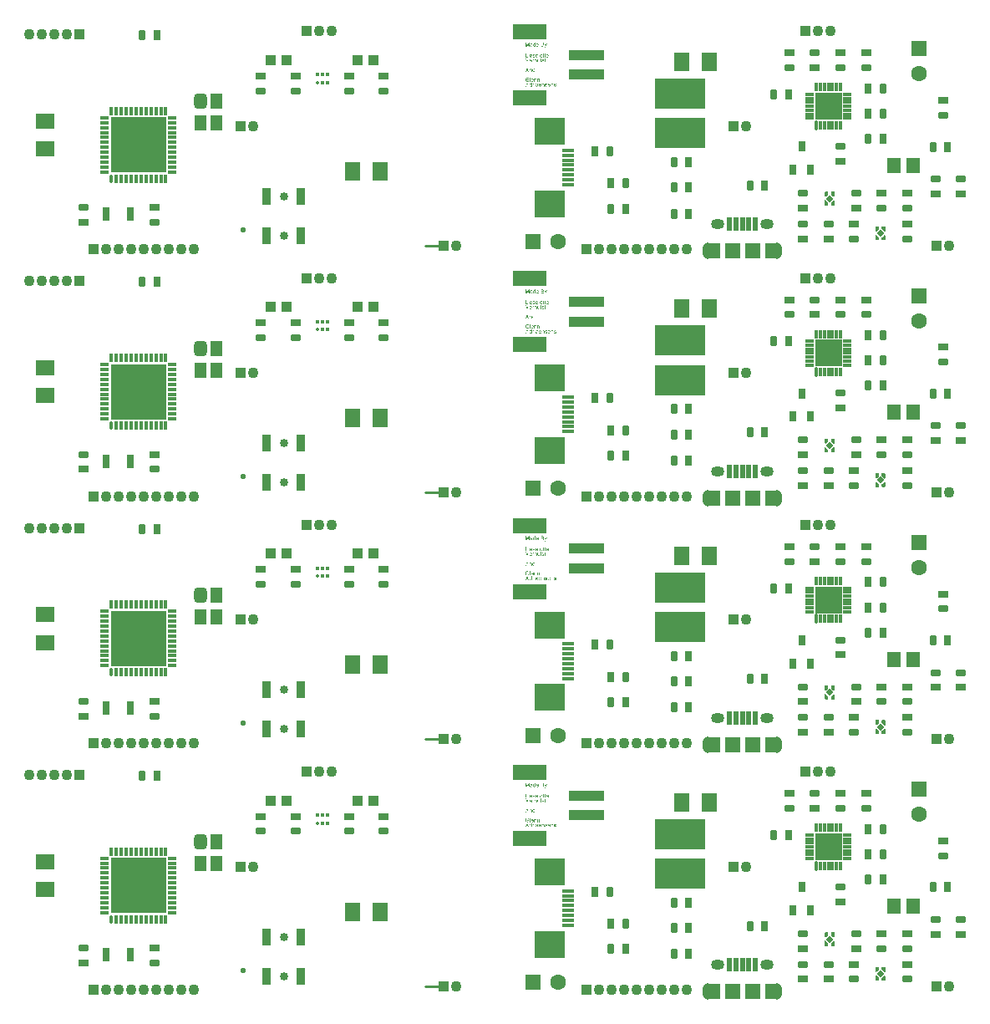
<source format=gts>
G04*
G04 #@! TF.GenerationSoftware,Altium Limited,Altium Designer,21.0.9 (235)*
G04*
G04 Layer_Color=8388736*
%FSLAX44Y44*%
%MOMM*%
G71*
G04*
G04 #@! TF.SameCoordinates,010FA0BD-CCEB-4461-B68A-2F08C8EAF3F4*
G04*
G04*
G04 #@! TF.FilePolarity,Negative*
G04*
G01*
G75*
%ADD11C,0.2540*%
%ADD74R,0.7000X1.4000*%
%ADD75R,5.1000X3.1000*%
%ADD76R,1.4000X1.6000*%
%ADD77R,0.9000X1.8000*%
%ADD78R,1.5000X1.9000*%
%ADD79R,1.9000X1.5000*%
%ADD80R,0.3000X0.4000*%
G04:AMPARAMS|DCode=81|XSize=0.4mm|YSize=0.3mm|CornerRadius=0.1mm|HoleSize=0mm|Usage=FLASHONLY|Rotation=270.000|XOffset=0mm|YOffset=0mm|HoleType=Round|Shape=RoundedRectangle|*
%AMROUNDEDRECTD81*
21,1,0.4000,0.1000,0,0,270.0*
21,1,0.2000,0.3000,0,0,270.0*
1,1,0.2000,-0.0500,-0.1000*
1,1,0.2000,-0.0500,0.1000*
1,1,0.2000,0.0500,0.1000*
1,1,0.2000,0.0500,-0.1000*
%
%ADD81ROUNDEDRECTD81*%
%ADD82R,1.0000X0.7000*%
G04:AMPARAMS|DCode=83|XSize=0.7mm|YSize=1mm|CornerRadius=0.2mm|HoleSize=0mm|Usage=FLASHONLY|Rotation=270.000|XOffset=0mm|YOffset=0mm|HoleType=Round|Shape=RoundedRectangle|*
%AMROUNDEDRECTD83*
21,1,0.7000,0.6000,0,0,270.0*
21,1,0.3000,1.0000,0,0,270.0*
1,1,0.4000,-0.3000,-0.1500*
1,1,0.4000,-0.3000,0.1500*
1,1,0.4000,0.3000,0.1500*
1,1,0.4000,0.3000,-0.1500*
%
%ADD83ROUNDEDRECTD83*%
%ADD84R,0.7000X1.0000*%
G04:AMPARAMS|DCode=85|XSize=0.7mm|YSize=1mm|CornerRadius=0.2mm|HoleSize=0mm|Usage=FLASHONLY|Rotation=0.000|XOffset=0mm|YOffset=0mm|HoleType=Round|Shape=RoundedRectangle|*
%AMROUNDEDRECTD85*
21,1,0.7000,0.6000,0,0,0.0*
21,1,0.3000,1.0000,0,0,0.0*
1,1,0.4000,0.1500,-0.3000*
1,1,0.4000,-0.1500,-0.3000*
1,1,0.4000,-0.1500,0.3000*
1,1,0.4000,0.1500,0.3000*
%
%ADD85ROUNDEDRECTD85*%
%ADD86R,5.7000X5.7000*%
%ADD87R,0.9500X0.3500*%
%ADD88R,0.3500X0.9500*%
%ADD89O,0.3500X0.9500*%
G04:AMPARAMS|DCode=90|XSize=0.75mm|YSize=1.05mm|CornerRadius=0.2125mm|HoleSize=0mm|Usage=FLASHONLY|Rotation=180.000|XOffset=0mm|YOffset=0mm|HoleType=Round|Shape=RoundedRectangle|*
%AMROUNDEDRECTD90*
21,1,0.7500,0.6250,0,0,180.0*
21,1,0.3250,1.0500,0,0,180.0*
1,1,0.4250,-0.1625,0.3125*
1,1,0.4250,0.1625,0.3125*
1,1,0.4250,0.1625,-0.3125*
1,1,0.4250,-0.1625,-0.3125*
%
%ADD90ROUNDEDRECTD90*%
%ADD91R,0.7500X1.0500*%
G04:AMPARAMS|DCode=92|XSize=0.3mm|YSize=0.95mm|CornerRadius=0.1mm|HoleSize=0mm|Usage=FLASHONLY|Rotation=180.000|XOffset=0mm|YOffset=0mm|HoleType=Round|Shape=RoundedRectangle|*
%AMROUNDEDRECTD92*
21,1,0.3000,0.7500,0,0,180.0*
21,1,0.1000,0.9500,0,0,180.0*
1,1,0.2000,-0.0500,0.3750*
1,1,0.2000,0.0500,0.3750*
1,1,0.2000,0.0500,-0.3750*
1,1,0.2000,-0.0500,-0.3750*
%
%ADD92ROUNDEDRECTD92*%
%ADD93R,0.3000X0.9500*%
%ADD94R,0.9500X0.3000*%
%ADD95R,2.7000X2.7000*%
%ADD96P,0.8202X4X360.0*%
%ADD97R,0.9900X1.0400*%
%ADD98R,0.5000X1.4500*%
%ADD99R,1.6000X1.6500*%
%ADD100R,1.3000X0.4000*%
%ADD101R,3.1000X2.8000*%
%ADD102R,3.5000X1.6000*%
%ADD103R,3.6000X1.1000*%
G04:AMPARAMS|DCode=104|XSize=1.3mm|YSize=1.5mm|CornerRadius=0.35mm|HoleSize=0mm|Usage=FLASHONLY|Rotation=0.000|XOffset=0mm|YOffset=0mm|HoleType=Round|Shape=RoundedRectangle|*
%AMROUNDEDRECTD104*
21,1,1.3000,0.8000,0,0,0.0*
21,1,0.6000,1.5000,0,0,0.0*
1,1,0.7000,0.3000,-0.4000*
1,1,0.7000,-0.3000,-0.4000*
1,1,0.7000,-0.3000,0.4000*
1,1,0.7000,0.3000,0.4000*
%
%ADD104ROUNDEDRECTD104*%
%ADD105R,1.3000X1.5000*%
%ADD106R,1.3000X1.6500*%
%ADD107R,1.3000X1.6500*%
%ADD108C,0.8500*%
%ADD109R,1.6000X1.6000*%
%ADD110C,1.6000*%
%ADD111R,1.1000X1.1000*%
%ADD112C,1.1000*%
%ADD113R,1.6000X1.6000*%
%ADD114O,1.3500X1.0500*%
%ADD115O,1.0000X1.6500*%
%ADD116C,0.5500*%
%ADD117C,0.6000*%
G36*
X793204Y1221569D02*
X792740D01*
Y1221938D01*
X792734Y1221932D01*
X792728Y1221921D01*
X792711Y1221897D01*
X792687Y1221868D01*
X792658Y1221839D01*
X792623Y1221803D01*
X792581Y1221762D01*
X792529Y1221721D01*
X792476Y1221680D01*
X792417Y1221639D01*
X792347Y1221604D01*
X792271Y1221574D01*
X792194Y1221545D01*
X792106Y1221522D01*
X792012Y1221510D01*
X791913Y1221504D01*
X791878D01*
X791854Y1221510D01*
X791784Y1221516D01*
X791701Y1221527D01*
X791602Y1221551D01*
X791490Y1221586D01*
X791379Y1221633D01*
X791267Y1221698D01*
X791261D01*
X791255Y1221709D01*
X791220Y1221733D01*
X791168Y1221780D01*
X791103Y1221839D01*
X791027Y1221915D01*
X790950Y1222009D01*
X790874Y1222114D01*
X790810Y1222237D01*
Y1222243D01*
X790804Y1222255D01*
X790798Y1222273D01*
X790786Y1222296D01*
X790774Y1222331D01*
X790757Y1222372D01*
X790745Y1222413D01*
X790733Y1222466D01*
X790704Y1222584D01*
X790675Y1222719D01*
X790657Y1222871D01*
X790651Y1223035D01*
Y1223041D01*
Y1223053D01*
Y1223076D01*
Y1223112D01*
X790657Y1223147D01*
Y1223194D01*
X790669Y1223299D01*
X790686Y1223423D01*
X790716Y1223558D01*
X790751Y1223698D01*
X790798Y1223833D01*
Y1223839D01*
X790804Y1223851D01*
X790816Y1223869D01*
X790827Y1223892D01*
X790862Y1223957D01*
X790909Y1224039D01*
X790968Y1224127D01*
X791044Y1224215D01*
X791132Y1224309D01*
X791238Y1224385D01*
X791244D01*
X791250Y1224391D01*
X791267Y1224402D01*
X791291Y1224414D01*
X791349Y1224444D01*
X791432Y1224485D01*
X791525Y1224520D01*
X791637Y1224549D01*
X791760Y1224573D01*
X791889Y1224578D01*
X791936D01*
X791983Y1224573D01*
X792048Y1224567D01*
X792124Y1224549D01*
X792206Y1224532D01*
X792288Y1224502D01*
X792365Y1224461D01*
X792376Y1224455D01*
X792400Y1224444D01*
X792435Y1224414D01*
X792482Y1224385D01*
X792541Y1224344D01*
X792593Y1224291D01*
X792652Y1224238D01*
X792705Y1224174D01*
Y1225629D01*
X793204D01*
Y1221569D01*
D02*
G37*
G36*
X786873D02*
X786356D01*
Y1224966D01*
X785171Y1221569D01*
X784690D01*
X783516Y1225024D01*
Y1221569D01*
X783000D01*
Y1225629D01*
X783804D01*
X784766Y1222748D01*
Y1222742D01*
X784772Y1222730D01*
X784778Y1222713D01*
X784790Y1222683D01*
X784813Y1222613D01*
X784842Y1222525D01*
X784872Y1222425D01*
X784907Y1222325D01*
X784936Y1222232D01*
X784960Y1222149D01*
X784966Y1222161D01*
X784971Y1222190D01*
X784989Y1222243D01*
X785013Y1222314D01*
X785042Y1222408D01*
X785083Y1222519D01*
X785124Y1222648D01*
X785177Y1222801D01*
X786151Y1225629D01*
X786873D01*
Y1221569D01*
D02*
G37*
G36*
X803806Y1221522D02*
Y1221516D01*
X803800Y1221498D01*
X803788Y1221475D01*
X803776Y1221445D01*
X803759Y1221404D01*
X803741Y1221357D01*
X803700Y1221258D01*
X803659Y1221146D01*
X803612Y1221035D01*
X803565Y1220935D01*
X803542Y1220894D01*
X803524Y1220853D01*
X803518Y1220841D01*
X803501Y1220812D01*
X803471Y1220771D01*
X803436Y1220718D01*
X803389Y1220659D01*
X803336Y1220600D01*
X803284Y1220542D01*
X803219Y1220495D01*
X803213Y1220489D01*
X803190Y1220477D01*
X803155Y1220460D01*
X803102Y1220436D01*
X803043Y1220413D01*
X802973Y1220395D01*
X802896Y1220383D01*
X802808Y1220378D01*
X802785D01*
X802756Y1220383D01*
X802714D01*
X802668Y1220395D01*
X802615Y1220407D01*
X802556Y1220418D01*
X802492Y1220442D01*
X802439Y1220906D01*
X802445D01*
X802468Y1220900D01*
X802497Y1220894D01*
X802533Y1220882D01*
X802626Y1220864D01*
X802720Y1220859D01*
X802750D01*
X802779Y1220864D01*
X802814D01*
X802902Y1220882D01*
X802943Y1220900D01*
X802984Y1220917D01*
X802990D01*
X803002Y1220929D01*
X803020Y1220941D01*
X803043Y1220958D01*
X803096Y1221005D01*
X803143Y1221070D01*
Y1221076D01*
X803155Y1221087D01*
X803166Y1221111D01*
X803178Y1221146D01*
X803202Y1221193D01*
X803225Y1221263D01*
X803260Y1221346D01*
X803295Y1221445D01*
Y1221451D01*
X803307Y1221475D01*
X803319Y1221516D01*
X803342Y1221569D01*
X802228Y1224514D01*
X802756D01*
X803372Y1222807D01*
Y1222801D01*
X803378Y1222795D01*
X803383Y1222777D01*
X803389Y1222748D01*
X803401Y1222719D01*
X803413Y1222683D01*
X803442Y1222601D01*
X803477Y1222502D01*
X803512Y1222384D01*
X803548Y1222261D01*
X803583Y1222126D01*
Y1222132D01*
X803589Y1222144D01*
X803595Y1222161D01*
X803600Y1222185D01*
X803606Y1222214D01*
X803618Y1222249D01*
X803642Y1222337D01*
X803671Y1222437D01*
X803712Y1222554D01*
X803747Y1222672D01*
X803794Y1222795D01*
X804428Y1224514D01*
X804927D01*
X803806Y1221522D01*
D02*
G37*
G36*
X800409Y1225623D02*
X800456D01*
X800561Y1225611D01*
X800679Y1225600D01*
X800802Y1225576D01*
X800925Y1225547D01*
X801037Y1225506D01*
X801042D01*
X801048Y1225500D01*
X801083Y1225482D01*
X801136Y1225453D01*
X801195Y1225412D01*
X801265Y1225359D01*
X801342Y1225294D01*
X801412Y1225212D01*
X801477Y1225124D01*
X801482Y1225113D01*
X801500Y1225077D01*
X801529Y1225030D01*
X801559Y1224960D01*
X801588Y1224878D01*
X801617Y1224790D01*
X801635Y1224690D01*
X801641Y1224590D01*
Y1224578D01*
Y1224549D01*
X801635Y1224496D01*
X801623Y1224432D01*
X801606Y1224356D01*
X801576Y1224273D01*
X801541Y1224191D01*
X801494Y1224103D01*
X801488Y1224091D01*
X801471Y1224068D01*
X801435Y1224021D01*
X801388Y1223974D01*
X801330Y1223915D01*
X801259Y1223851D01*
X801171Y1223792D01*
X801072Y1223734D01*
X801077D01*
X801089Y1223728D01*
X801107Y1223722D01*
X801130Y1223710D01*
X801201Y1223687D01*
X801283Y1223646D01*
X801371Y1223593D01*
X801471Y1223528D01*
X801559Y1223452D01*
X801641Y1223358D01*
X801647Y1223346D01*
X801670Y1223311D01*
X801705Y1223258D01*
X801741Y1223188D01*
X801776Y1223094D01*
X801811Y1222994D01*
X801834Y1222877D01*
X801840Y1222748D01*
Y1222742D01*
Y1222736D01*
Y1222701D01*
X801834Y1222642D01*
X801823Y1222572D01*
X801811Y1222490D01*
X801787Y1222402D01*
X801758Y1222308D01*
X801717Y1222214D01*
X801711Y1222202D01*
X801694Y1222173D01*
X801670Y1222132D01*
X801635Y1222073D01*
X801588Y1222014D01*
X801541Y1221950D01*
X801482Y1221885D01*
X801418Y1221833D01*
X801412Y1221827D01*
X801388Y1221809D01*
X801347Y1221786D01*
X801295Y1221762D01*
X801230Y1221727D01*
X801154Y1221692D01*
X801072Y1221662D01*
X800972Y1221633D01*
X800960D01*
X800925Y1221621D01*
X800866Y1221616D01*
X800790Y1221604D01*
X800696Y1221592D01*
X800585Y1221580D01*
X800462Y1221574D01*
X800321Y1221569D01*
X798772D01*
Y1225629D01*
X800368D01*
X800409Y1225623D01*
D02*
G37*
G36*
X789055Y1224573D02*
X789143Y1224567D01*
X789243Y1224555D01*
X789343Y1224538D01*
X789443Y1224514D01*
X789536Y1224485D01*
X789548Y1224479D01*
X789577Y1224467D01*
X789619Y1224449D01*
X789671Y1224426D01*
X789730Y1224391D01*
X789789Y1224356D01*
X789842Y1224309D01*
X789888Y1224262D01*
X789894Y1224256D01*
X789906Y1224238D01*
X789924Y1224209D01*
X789947Y1224174D01*
X789976Y1224121D01*
X790000Y1224068D01*
X790023Y1224004D01*
X790041Y1223927D01*
Y1223921D01*
X790047Y1223904D01*
X790053Y1223869D01*
X790059Y1223822D01*
Y1223757D01*
X790064Y1223681D01*
X790070Y1223581D01*
Y1223470D01*
Y1222801D01*
Y1222795D01*
Y1222771D01*
Y1222736D01*
Y1222689D01*
Y1222636D01*
Y1222572D01*
X790076Y1222431D01*
Y1222284D01*
X790082Y1222138D01*
X790088Y1222073D01*
Y1222014D01*
X790094Y1221962D01*
X790100Y1221921D01*
Y1221915D01*
X790106Y1221891D01*
X790111Y1221856D01*
X790129Y1221809D01*
X790141Y1221756D01*
X790164Y1221698D01*
X790193Y1221633D01*
X790223Y1221569D01*
X789701D01*
X789695Y1221574D01*
X789689Y1221598D01*
X789677Y1221627D01*
X789660Y1221674D01*
X789642Y1221727D01*
X789630Y1221792D01*
X789619Y1221862D01*
X789607Y1221938D01*
X789601D01*
X789595Y1221926D01*
X789560Y1221897D01*
X789507Y1221856D01*
X789437Y1221803D01*
X789349Y1221750D01*
X789261Y1221692D01*
X789167Y1221639D01*
X789067Y1221598D01*
X789055Y1221592D01*
X789020Y1221586D01*
X788967Y1221569D01*
X788903Y1221551D01*
X788820Y1221533D01*
X788727Y1221522D01*
X788621Y1221510D01*
X788515Y1221504D01*
X788468D01*
X788433Y1221510D01*
X788392D01*
X788345Y1221516D01*
X788240Y1221533D01*
X788122Y1221563D01*
X787993Y1221604D01*
X787876Y1221662D01*
X787770Y1221739D01*
X787758Y1221750D01*
X787729Y1221780D01*
X787688Y1221833D01*
X787641Y1221903D01*
X787594Y1221991D01*
X787553Y1222091D01*
X787524Y1222214D01*
X787518Y1222273D01*
X787512Y1222343D01*
Y1222355D01*
Y1222378D01*
X787518Y1222419D01*
X787524Y1222472D01*
X787536Y1222537D01*
X787553Y1222601D01*
X787577Y1222672D01*
X787606Y1222736D01*
X787612Y1222742D01*
X787624Y1222766D01*
X787647Y1222801D01*
X787676Y1222842D01*
X787712Y1222889D01*
X787758Y1222936D01*
X787805Y1222983D01*
X787864Y1223024D01*
X787870Y1223029D01*
X787894Y1223041D01*
X787923Y1223065D01*
X787970Y1223088D01*
X788023Y1223112D01*
X788087Y1223141D01*
X788152Y1223165D01*
X788228Y1223188D01*
X788234D01*
X788257Y1223194D01*
X788292Y1223206D01*
X788339Y1223211D01*
X788398Y1223223D01*
X788474Y1223235D01*
X788562Y1223252D01*
X788668Y1223264D01*
X788674D01*
X788697Y1223270D01*
X788727D01*
X788768Y1223276D01*
X788815Y1223282D01*
X788873Y1223294D01*
X788938Y1223299D01*
X789008Y1223311D01*
X789149Y1223341D01*
X789302Y1223370D01*
X789437Y1223405D01*
X789501Y1223423D01*
X789560Y1223440D01*
Y1223446D01*
Y1223458D01*
X789566Y1223493D01*
Y1223534D01*
Y1223558D01*
Y1223569D01*
Y1223575D01*
Y1223581D01*
Y1223616D01*
X789560Y1223675D01*
X789548Y1223739D01*
X789530Y1223810D01*
X789501Y1223880D01*
X789466Y1223945D01*
X789419Y1223998D01*
X789413Y1224004D01*
X789384Y1224027D01*
X789337Y1224051D01*
X789278Y1224086D01*
X789196Y1224115D01*
X789102Y1224144D01*
X788985Y1224162D01*
X788850Y1224168D01*
X788791D01*
X788733Y1224162D01*
X788650Y1224150D01*
X788568Y1224138D01*
X788480Y1224115D01*
X788398Y1224086D01*
X788328Y1224045D01*
X788322Y1224039D01*
X788298Y1224021D01*
X788269Y1223992D01*
X788234Y1223945D01*
X788199Y1223886D01*
X788158Y1223810D01*
X788122Y1223716D01*
X788087Y1223610D01*
X787600Y1223675D01*
Y1223681D01*
X787606Y1223687D01*
Y1223704D01*
X787612Y1223728D01*
X787629Y1223781D01*
X787653Y1223857D01*
X787682Y1223933D01*
X787718Y1224015D01*
X787764Y1224097D01*
X787817Y1224174D01*
X787823Y1224180D01*
X787847Y1224203D01*
X787882Y1224238D01*
X787929Y1224285D01*
X787993Y1224332D01*
X788070Y1224379D01*
X788158Y1224432D01*
X788257Y1224473D01*
X788263D01*
X788269Y1224479D01*
X788287Y1224485D01*
X788310Y1224491D01*
X788369Y1224508D01*
X788451Y1224526D01*
X788545Y1224543D01*
X788662Y1224561D01*
X788785Y1224573D01*
X788926Y1224578D01*
X788991D01*
X789055Y1224573D01*
D02*
G37*
G36*
X795298D02*
X795345Y1224567D01*
X795404Y1224555D01*
X795468Y1224543D01*
X795545Y1224526D01*
X795615Y1224508D01*
X795697Y1224479D01*
X795773Y1224449D01*
X795856Y1224408D01*
X795938Y1224361D01*
X796020Y1224309D01*
X796096Y1224244D01*
X796167Y1224174D01*
X796172Y1224168D01*
X796184Y1224156D01*
X796202Y1224133D01*
X796225Y1224097D01*
X796255Y1224056D01*
X796284Y1224009D01*
X796319Y1223951D01*
X796354Y1223880D01*
X796389Y1223804D01*
X796425Y1223722D01*
X796454Y1223628D01*
X796483Y1223528D01*
X796507Y1223417D01*
X796524Y1223299D01*
X796536Y1223176D01*
X796542Y1223041D01*
Y1223035D01*
Y1223012D01*
Y1222971D01*
X796536Y1222912D01*
X794336D01*
Y1222906D01*
Y1222889D01*
X794342Y1222865D01*
Y1222830D01*
X794348Y1222789D01*
X794359Y1222742D01*
X794377Y1222636D01*
X794412Y1222519D01*
X794459Y1222390D01*
X794524Y1222273D01*
X794606Y1222167D01*
X794612D01*
X794617Y1222155D01*
X794653Y1222126D01*
X794706Y1222085D01*
X794776Y1222044D01*
X794870Y1221997D01*
X794975Y1221956D01*
X795093Y1221926D01*
X795157Y1221921D01*
X795228Y1221915D01*
X795275D01*
X795328Y1221921D01*
X795392Y1221932D01*
X795462Y1221950D01*
X795545Y1221973D01*
X795621Y1222009D01*
X795697Y1222056D01*
X795703Y1222061D01*
X795732Y1222085D01*
X795768Y1222120D01*
X795809Y1222167D01*
X795856Y1222232D01*
X795908Y1222314D01*
X795961Y1222408D01*
X796008Y1222519D01*
X796524Y1222455D01*
Y1222449D01*
X796519Y1222437D01*
X796513Y1222413D01*
X796501Y1222378D01*
X796483Y1222343D01*
X796466Y1222296D01*
X796419Y1222196D01*
X796360Y1222085D01*
X796278Y1221967D01*
X796184Y1221856D01*
X796067Y1221750D01*
X796061D01*
X796049Y1221739D01*
X796032Y1221727D01*
X796008Y1221709D01*
X795973Y1221692D01*
X795938Y1221674D01*
X795891Y1221651D01*
X795838Y1221627D01*
X795779Y1221604D01*
X795721Y1221580D01*
X795574Y1221545D01*
X795410Y1221516D01*
X795228Y1221504D01*
X795163D01*
X795122Y1221510D01*
X795069Y1221516D01*
X795005Y1221527D01*
X794934Y1221539D01*
X794858Y1221551D01*
X794694Y1221598D01*
X794606Y1221633D01*
X794524Y1221668D01*
X794436Y1221715D01*
X794353Y1221768D01*
X794277Y1221827D01*
X794201Y1221897D01*
X794195Y1221903D01*
X794183Y1221915D01*
X794166Y1221938D01*
X794142Y1221973D01*
X794113Y1222014D01*
X794084Y1222061D01*
X794048Y1222120D01*
X794013Y1222185D01*
X793978Y1222261D01*
X793943Y1222343D01*
X793913Y1222437D01*
X793884Y1222537D01*
X793861Y1222642D01*
X793843Y1222760D01*
X793831Y1222883D01*
X793825Y1223012D01*
Y1223018D01*
Y1223047D01*
Y1223082D01*
X793831Y1223135D01*
X793837Y1223200D01*
X793843Y1223270D01*
X793855Y1223352D01*
X793872Y1223434D01*
X793919Y1223622D01*
X793949Y1223716D01*
X793984Y1223816D01*
X794031Y1223910D01*
X794084Y1223998D01*
X794142Y1224086D01*
X794207Y1224168D01*
X794213Y1224174D01*
X794224Y1224185D01*
X794248Y1224203D01*
X794277Y1224232D01*
X794312Y1224262D01*
X794359Y1224297D01*
X794412Y1224338D01*
X794477Y1224373D01*
X794541Y1224414D01*
X794617Y1224449D01*
X794700Y1224485D01*
X794788Y1224514D01*
X794882Y1224543D01*
X794981Y1224561D01*
X795087Y1224573D01*
X795198Y1224578D01*
X795257D01*
X795298Y1224573D01*
D02*
G37*
G36*
X786614Y1214124D02*
X786116D01*
Y1214693D01*
X786614D01*
Y1214124D01*
D02*
G37*
G36*
X791619Y1213637D02*
X791707Y1213631D01*
X791801Y1213619D01*
X791901Y1213596D01*
X792007Y1213572D01*
X792106Y1213537D01*
X792112D01*
X792118Y1213531D01*
X792147Y1213520D01*
X792194Y1213496D01*
X792253Y1213467D01*
X792318Y1213426D01*
X792382Y1213379D01*
X792441Y1213326D01*
X792494Y1213267D01*
X792499Y1213261D01*
X792511Y1213238D01*
X792535Y1213197D01*
X792564Y1213150D01*
X792593Y1213080D01*
X792623Y1213003D01*
X792646Y1212915D01*
X792670Y1212816D01*
X792183Y1212751D01*
Y1212763D01*
X792177Y1212786D01*
X792165Y1212827D01*
X792147Y1212880D01*
X792118Y1212933D01*
X792083Y1212992D01*
X792042Y1213050D01*
X791983Y1213103D01*
X791977Y1213109D01*
X791954Y1213121D01*
X791918Y1213144D01*
X791866Y1213168D01*
X791807Y1213191D01*
X791731Y1213215D01*
X791637Y1213226D01*
X791537Y1213232D01*
X791479D01*
X791420Y1213226D01*
X791344Y1213220D01*
X791267Y1213203D01*
X791185Y1213185D01*
X791109Y1213156D01*
X791044Y1213115D01*
X791038Y1213109D01*
X791021Y1213097D01*
X790997Y1213074D01*
X790974Y1213038D01*
X790945Y1213003D01*
X790921Y1212956D01*
X790903Y1212904D01*
X790898Y1212851D01*
Y1212845D01*
Y1212833D01*
X790903Y1212816D01*
Y1212792D01*
X790921Y1212733D01*
X790956Y1212675D01*
X790962Y1212669D01*
X790968Y1212663D01*
X790980Y1212645D01*
X791003Y1212628D01*
X791027Y1212610D01*
X791062Y1212587D01*
X791103Y1212569D01*
X791150Y1212546D01*
X791156D01*
X791168Y1212540D01*
X791191Y1212534D01*
X791232Y1212516D01*
X791291Y1212499D01*
X791367Y1212481D01*
X791414Y1212464D01*
X791467Y1212452D01*
X791525Y1212434D01*
X791590Y1212417D01*
X791596D01*
X791613Y1212411D01*
X791643Y1212405D01*
X791678Y1212393D01*
X791719Y1212381D01*
X791772Y1212370D01*
X791883Y1212335D01*
X792007Y1212299D01*
X792130Y1212258D01*
X792241Y1212217D01*
X792288Y1212199D01*
X792329Y1212182D01*
X792341Y1212176D01*
X792365Y1212164D01*
X792400Y1212147D01*
X792452Y1212117D01*
X792505Y1212082D01*
X792558Y1212035D01*
X792611Y1211982D01*
X792658Y1211924D01*
X792664Y1211918D01*
X792675Y1211894D01*
X792699Y1211859D01*
X792722Y1211806D01*
X792740Y1211742D01*
X792763Y1211671D01*
X792775Y1211589D01*
X792781Y1211495D01*
Y1211484D01*
Y1211454D01*
X792775Y1211407D01*
X792763Y1211343D01*
X792746Y1211273D01*
X792717Y1211196D01*
X792681Y1211108D01*
X792634Y1211026D01*
X792628Y1211014D01*
X792605Y1210991D01*
X792576Y1210950D01*
X792529Y1210903D01*
X792464Y1210850D01*
X792394Y1210791D01*
X792312Y1210739D01*
X792212Y1210686D01*
X792206D01*
X792200Y1210680D01*
X792165Y1210668D01*
X792106Y1210650D01*
X792030Y1210627D01*
X791936Y1210604D01*
X791831Y1210586D01*
X791719Y1210574D01*
X791590Y1210568D01*
X791537D01*
X791496Y1210574D01*
X791449D01*
X791391Y1210580D01*
X791332Y1210586D01*
X791267Y1210598D01*
X791126Y1210627D01*
X790980Y1210668D01*
X790839Y1210727D01*
X790774Y1210762D01*
X790716Y1210803D01*
X790710Y1210809D01*
X790704Y1210815D01*
X790669Y1210850D01*
X790616Y1210903D01*
X790557Y1210985D01*
X790493Y1211085D01*
X790428Y1211202D01*
X790375Y1211349D01*
X790334Y1211513D01*
X790827Y1211589D01*
Y1211583D01*
Y1211578D01*
X790839Y1211542D01*
X790851Y1211484D01*
X790874Y1211419D01*
X790903Y1211349D01*
X790939Y1211273D01*
X790992Y1211196D01*
X791056Y1211132D01*
X791068Y1211126D01*
X791091Y1211108D01*
X791138Y1211085D01*
X791197Y1211055D01*
X791273Y1211026D01*
X791361Y1211003D01*
X791467Y1210985D01*
X791590Y1210979D01*
X791649D01*
X791707Y1210985D01*
X791784Y1210997D01*
X791866Y1211014D01*
X791954Y1211038D01*
X792030Y1211067D01*
X792100Y1211114D01*
X792106Y1211120D01*
X792130Y1211137D01*
X792153Y1211167D01*
X792188Y1211208D01*
X792218Y1211255D01*
X792247Y1211313D01*
X792265Y1211372D01*
X792271Y1211443D01*
Y1211449D01*
Y1211472D01*
X792265Y1211501D01*
X792253Y1211542D01*
X792235Y1211583D01*
X792206Y1211625D01*
X792171Y1211671D01*
X792118Y1211707D01*
X792112Y1211712D01*
X792095Y1211718D01*
X792065Y1211736D01*
X792018Y1211754D01*
X791948Y1211777D01*
X791907Y1211795D01*
X791860Y1211806D01*
X791807Y1211824D01*
X791748Y1211842D01*
X791684Y1211859D01*
X791608Y1211877D01*
X791602D01*
X791584Y1211883D01*
X791555Y1211889D01*
X791519Y1211900D01*
X791473Y1211912D01*
X791420Y1211930D01*
X791308Y1211959D01*
X791179Y1212000D01*
X791056Y1212035D01*
X790939Y1212076D01*
X790886Y1212100D01*
X790845Y1212117D01*
X790833Y1212123D01*
X790810Y1212135D01*
X790774Y1212158D01*
X790727Y1212188D01*
X790675Y1212229D01*
X790622Y1212276D01*
X790569Y1212329D01*
X790522Y1212393D01*
X790516Y1212399D01*
X790505Y1212422D01*
X790487Y1212464D01*
X790469Y1212511D01*
X790452Y1212569D01*
X790434Y1212640D01*
X790422Y1212710D01*
X790416Y1212792D01*
Y1212804D01*
Y1212827D01*
X790422Y1212862D01*
X790428Y1212915D01*
X790440Y1212968D01*
X790452Y1213033D01*
X790475Y1213091D01*
X790505Y1213156D01*
X790510Y1213162D01*
X790522Y1213185D01*
X790540Y1213215D01*
X790569Y1213256D01*
X790604Y1213297D01*
X790645Y1213350D01*
X790692Y1213397D01*
X790751Y1213438D01*
X790757Y1213443D01*
X790774Y1213449D01*
X790798Y1213467D01*
X790833Y1213484D01*
X790880Y1213508D01*
X790933Y1213531D01*
X790997Y1213555D01*
X791068Y1213578D01*
X791079Y1213584D01*
X791103Y1213590D01*
X791144Y1213602D01*
X791197Y1213614D01*
X791261Y1213625D01*
X791332Y1213631D01*
X791414Y1213643D01*
X791555D01*
X791619Y1213637D01*
D02*
G37*
G36*
X797017Y1210633D02*
X796519D01*
Y1214693D01*
X797017D01*
Y1210633D01*
D02*
G37*
G36*
X786614D02*
X786116D01*
Y1213578D01*
X786614D01*
Y1210633D01*
D02*
G37*
G36*
X783540Y1211114D02*
X785541D01*
Y1210633D01*
X783000D01*
Y1214693D01*
X783540D01*
Y1211114D01*
D02*
G37*
G36*
X803108Y1213578D02*
X803612D01*
Y1213191D01*
X803108D01*
Y1211460D01*
Y1211449D01*
Y1211425D01*
Y1211390D01*
X803113Y1211349D01*
X803119Y1211255D01*
X803125Y1211214D01*
X803131Y1211184D01*
X803137Y1211173D01*
X803155Y1211149D01*
X803178Y1211120D01*
X803219Y1211091D01*
X803231Y1211085D01*
X803260Y1211073D01*
X803313Y1211061D01*
X803389Y1211055D01*
X803448D01*
X803477Y1211061D01*
X803518D01*
X803565Y1211067D01*
X803612Y1211073D01*
X803677Y1210633D01*
X803665D01*
X803642Y1210627D01*
X803600Y1210621D01*
X803548Y1210615D01*
X803489Y1210604D01*
X803425Y1210598D01*
X803295Y1210592D01*
X803249D01*
X803202Y1210598D01*
X803143Y1210604D01*
X803073Y1210609D01*
X803002Y1210627D01*
X802937Y1210645D01*
X802873Y1210674D01*
X802867Y1210680D01*
X802850Y1210692D01*
X802826Y1210709D01*
X802791Y1210739D01*
X802762Y1210768D01*
X802726Y1210809D01*
X802691Y1210850D01*
X802668Y1210903D01*
Y1210909D01*
X802656Y1210932D01*
X802650Y1210973D01*
X802638Y1211032D01*
X802626Y1211108D01*
X802621Y1211155D01*
Y1211208D01*
X802615Y1211273D01*
X802609Y1211337D01*
Y1211407D01*
Y1211490D01*
Y1213191D01*
X802239D01*
Y1213578D01*
X802609D01*
Y1214306D01*
X803108Y1214605D01*
Y1213578D01*
D02*
G37*
G36*
X801529D02*
X802034D01*
Y1213191D01*
X801529D01*
Y1211460D01*
Y1211449D01*
Y1211425D01*
Y1211390D01*
X801535Y1211349D01*
X801541Y1211255D01*
X801547Y1211214D01*
X801553Y1211184D01*
X801559Y1211173D01*
X801576Y1211149D01*
X801600Y1211120D01*
X801641Y1211091D01*
X801653Y1211085D01*
X801682Y1211073D01*
X801735Y1211061D01*
X801811Y1211055D01*
X801870D01*
X801899Y1211061D01*
X801940D01*
X801987Y1211067D01*
X802034Y1211073D01*
X802098Y1210633D01*
X802087D01*
X802063Y1210627D01*
X802022Y1210621D01*
X801969Y1210615D01*
X801911Y1210604D01*
X801846Y1210598D01*
X801717Y1210592D01*
X801670D01*
X801623Y1210598D01*
X801564Y1210604D01*
X801494Y1210609D01*
X801424Y1210627D01*
X801359Y1210645D01*
X801295Y1210674D01*
X801289Y1210680D01*
X801271Y1210692D01*
X801248Y1210709D01*
X801212Y1210739D01*
X801183Y1210768D01*
X801148Y1210809D01*
X801113Y1210850D01*
X801089Y1210903D01*
Y1210909D01*
X801077Y1210932D01*
X801072Y1210973D01*
X801060Y1211032D01*
X801048Y1211108D01*
X801042Y1211155D01*
Y1211208D01*
X801037Y1211273D01*
X801031Y1211337D01*
Y1211407D01*
Y1211490D01*
Y1213191D01*
X800661D01*
Y1213578D01*
X801031D01*
Y1214306D01*
X801529Y1214605D01*
Y1213578D01*
D02*
G37*
G36*
X805408Y1213637D02*
X805455Y1213631D01*
X805513Y1213619D01*
X805578Y1213608D01*
X805654Y1213590D01*
X805724Y1213572D01*
X805807Y1213543D01*
X805883Y1213514D01*
X805965Y1213473D01*
X806047Y1213426D01*
X806129Y1213373D01*
X806206Y1213308D01*
X806276Y1213238D01*
X806282Y1213232D01*
X806294Y1213220D01*
X806311Y1213197D01*
X806335Y1213162D01*
X806364Y1213121D01*
X806393Y1213074D01*
X806429Y1213015D01*
X806464Y1212945D01*
X806499Y1212868D01*
X806534Y1212786D01*
X806564Y1212692D01*
X806593Y1212593D01*
X806616Y1212481D01*
X806634Y1212364D01*
X806646Y1212241D01*
X806652Y1212106D01*
Y1212100D01*
Y1212076D01*
Y1212035D01*
X806646Y1211976D01*
X804445D01*
Y1211971D01*
Y1211953D01*
X804451Y1211930D01*
Y1211894D01*
X804457Y1211853D01*
X804469Y1211806D01*
X804486Y1211701D01*
X804522Y1211583D01*
X804569Y1211454D01*
X804633Y1211337D01*
X804715Y1211231D01*
X804721D01*
X804727Y1211220D01*
X804762Y1211190D01*
X804815Y1211149D01*
X804885Y1211108D01*
X804979Y1211061D01*
X805085Y1211020D01*
X805202Y1210991D01*
X805267Y1210985D01*
X805337Y1210979D01*
X805384D01*
X805437Y1210985D01*
X805502Y1210997D01*
X805572Y1211014D01*
X805654Y1211038D01*
X805730Y1211073D01*
X805807Y1211120D01*
X805813Y1211126D01*
X805842Y1211149D01*
X805877Y1211184D01*
X805918Y1211231D01*
X805965Y1211296D01*
X806018Y1211378D01*
X806071Y1211472D01*
X806118Y1211583D01*
X806634Y1211519D01*
Y1211513D01*
X806628Y1211501D01*
X806622Y1211478D01*
X806610Y1211443D01*
X806593Y1211407D01*
X806575Y1211360D01*
X806528Y1211261D01*
X806470Y1211149D01*
X806387Y1211032D01*
X806294Y1210920D01*
X806176Y1210815D01*
X806170D01*
X806159Y1210803D01*
X806141Y1210791D01*
X806118Y1210774D01*
X806082Y1210756D01*
X806047Y1210739D01*
X806000Y1210715D01*
X805947Y1210692D01*
X805889Y1210668D01*
X805830Y1210645D01*
X805684Y1210609D01*
X805519Y1210580D01*
X805337Y1210568D01*
X805273D01*
X805232Y1210574D01*
X805179Y1210580D01*
X805114Y1210592D01*
X805044Y1210604D01*
X804968Y1210615D01*
X804803Y1210662D01*
X804715Y1210697D01*
X804633Y1210733D01*
X804545Y1210780D01*
X804463Y1210832D01*
X804387Y1210891D01*
X804311Y1210962D01*
X804305Y1210967D01*
X804293Y1210979D01*
X804275Y1211003D01*
X804252Y1211038D01*
X804222Y1211079D01*
X804193Y1211126D01*
X804158Y1211184D01*
X804123Y1211249D01*
X804088Y1211325D01*
X804052Y1211407D01*
X804023Y1211501D01*
X803994Y1211601D01*
X803970Y1211707D01*
X803953Y1211824D01*
X803941Y1211947D01*
X803935Y1212076D01*
Y1212082D01*
Y1212112D01*
Y1212147D01*
X803941Y1212199D01*
X803947Y1212264D01*
X803953Y1212335D01*
X803964Y1212417D01*
X803982Y1212499D01*
X804029Y1212686D01*
X804058Y1212780D01*
X804093Y1212880D01*
X804140Y1212974D01*
X804193Y1213062D01*
X804252Y1213150D01*
X804316Y1213232D01*
X804322Y1213238D01*
X804334Y1213250D01*
X804357Y1213267D01*
X804387Y1213297D01*
X804422Y1213326D01*
X804469Y1213361D01*
X804522Y1213402D01*
X804586Y1213438D01*
X804651Y1213479D01*
X804727Y1213514D01*
X804809Y1213549D01*
X804897Y1213578D01*
X804991Y1213608D01*
X805091Y1213625D01*
X805197Y1213637D01*
X805308Y1213643D01*
X805367D01*
X805408Y1213637D01*
D02*
G37*
G36*
X799083D02*
X799135Y1213631D01*
X799194Y1213619D01*
X799259Y1213608D01*
X799335Y1213596D01*
X799493Y1213543D01*
X799576Y1213514D01*
X799658Y1213473D01*
X799740Y1213432D01*
X799822Y1213373D01*
X799898Y1213314D01*
X799975Y1213244D01*
X799980Y1213238D01*
X799992Y1213226D01*
X800010Y1213203D01*
X800033Y1213174D01*
X800062Y1213132D01*
X800098Y1213080D01*
X800133Y1213021D01*
X800168Y1212956D01*
X800203Y1212886D01*
X800238Y1212798D01*
X800274Y1212710D01*
X800303Y1212610D01*
X800327Y1212505D01*
X800344Y1212393D01*
X800356Y1212276D01*
X800362Y1212147D01*
Y1212141D01*
Y1212123D01*
Y1212094D01*
Y1212053D01*
X800356Y1212006D01*
X800350Y1211947D01*
Y1211889D01*
X800338Y1211824D01*
X800321Y1211677D01*
X800285Y1211531D01*
X800244Y1211384D01*
X800186Y1211249D01*
Y1211243D01*
X800180Y1211237D01*
X800168Y1211220D01*
X800156Y1211196D01*
X800115Y1211137D01*
X800062Y1211067D01*
X799992Y1210985D01*
X799904Y1210903D01*
X799804Y1210821D01*
X799687Y1210744D01*
X799681D01*
X799675Y1210739D01*
X799658Y1210727D01*
X799628Y1210715D01*
X799599Y1210703D01*
X799564Y1210692D01*
X799476Y1210656D01*
X799376Y1210627D01*
X799253Y1210598D01*
X799124Y1210574D01*
X798983Y1210568D01*
X798924D01*
X798877Y1210574D01*
X798824Y1210580D01*
X798766Y1210592D01*
X798695Y1210604D01*
X798625Y1210615D01*
X798467Y1210662D01*
X798379Y1210697D01*
X798296Y1210733D01*
X798214Y1210780D01*
X798132Y1210832D01*
X798056Y1210891D01*
X797980Y1210962D01*
X797974Y1210967D01*
X797962Y1210979D01*
X797944Y1211003D01*
X797921Y1211038D01*
X797891Y1211079D01*
X797862Y1211126D01*
X797827Y1211184D01*
X797792Y1211255D01*
X797757Y1211331D01*
X797721Y1211419D01*
X797692Y1211513D01*
X797663Y1211613D01*
X797639Y1211724D01*
X797622Y1211842D01*
X797610Y1211971D01*
X797604Y1212106D01*
Y1212117D01*
Y1212141D01*
X797610Y1212182D01*
Y1212241D01*
X797616Y1212305D01*
X797627Y1212387D01*
X797639Y1212469D01*
X797663Y1212563D01*
X797686Y1212657D01*
X797716Y1212757D01*
X797751Y1212862D01*
X797798Y1212962D01*
X797845Y1213056D01*
X797909Y1213150D01*
X797974Y1213238D01*
X798056Y1213314D01*
X798062Y1213320D01*
X798073Y1213326D01*
X798097Y1213344D01*
X798126Y1213367D01*
X798161Y1213391D01*
X798208Y1213420D01*
X798255Y1213449D01*
X798314Y1213479D01*
X798379Y1213508D01*
X798449Y1213537D01*
X798607Y1213590D01*
X798789Y1213631D01*
X798883Y1213637D01*
X798983Y1213643D01*
X799042D01*
X799083Y1213637D01*
D02*
G37*
G36*
X794676D02*
X794723Y1213631D01*
X794782Y1213619D01*
X794846Y1213608D01*
X794923Y1213590D01*
X794993Y1213572D01*
X795075Y1213543D01*
X795152Y1213514D01*
X795234Y1213473D01*
X795316Y1213426D01*
X795398Y1213373D01*
X795474Y1213308D01*
X795545Y1213238D01*
X795551Y1213232D01*
X795562Y1213220D01*
X795580Y1213197D01*
X795603Y1213162D01*
X795633Y1213121D01*
X795662Y1213074D01*
X795697Y1213015D01*
X795732Y1212945D01*
X795768Y1212868D01*
X795803Y1212786D01*
X795832Y1212692D01*
X795861Y1212593D01*
X795885Y1212481D01*
X795902Y1212364D01*
X795914Y1212241D01*
X795920Y1212106D01*
Y1212100D01*
Y1212076D01*
Y1212035D01*
X795914Y1211976D01*
X793714D01*
Y1211971D01*
Y1211953D01*
X793720Y1211930D01*
Y1211894D01*
X793726Y1211853D01*
X793737Y1211806D01*
X793755Y1211701D01*
X793790Y1211583D01*
X793837Y1211454D01*
X793902Y1211337D01*
X793984Y1211231D01*
X793990D01*
X793996Y1211220D01*
X794031Y1211190D01*
X794084Y1211149D01*
X794154Y1211108D01*
X794248Y1211061D01*
X794353Y1211020D01*
X794471Y1210991D01*
X794535Y1210985D01*
X794606Y1210979D01*
X794653D01*
X794706Y1210985D01*
X794770Y1210997D01*
X794840Y1211014D01*
X794923Y1211038D01*
X794999Y1211073D01*
X795075Y1211120D01*
X795081Y1211126D01*
X795110Y1211149D01*
X795146Y1211184D01*
X795187Y1211231D01*
X795234Y1211296D01*
X795286Y1211378D01*
X795339Y1211472D01*
X795386Y1211583D01*
X795902Y1211519D01*
Y1211513D01*
X795897Y1211501D01*
X795891Y1211478D01*
X795879Y1211443D01*
X795861Y1211407D01*
X795844Y1211360D01*
X795797Y1211261D01*
X795738Y1211149D01*
X795656Y1211032D01*
X795562Y1210920D01*
X795445Y1210815D01*
X795439D01*
X795427Y1210803D01*
X795410Y1210791D01*
X795386Y1210774D01*
X795351Y1210756D01*
X795316Y1210739D01*
X795269Y1210715D01*
X795216Y1210692D01*
X795157Y1210668D01*
X795099Y1210645D01*
X794952Y1210609D01*
X794788Y1210580D01*
X794606Y1210568D01*
X794541D01*
X794500Y1210574D01*
X794447Y1210580D01*
X794383Y1210592D01*
X794312Y1210604D01*
X794236Y1210615D01*
X794072Y1210662D01*
X793984Y1210697D01*
X793902Y1210733D01*
X793814Y1210780D01*
X793732Y1210832D01*
X793655Y1210891D01*
X793579Y1210962D01*
X793573Y1210967D01*
X793561Y1210979D01*
X793544Y1211003D01*
X793520Y1211038D01*
X793491Y1211079D01*
X793462Y1211126D01*
X793427Y1211184D01*
X793391Y1211249D01*
X793356Y1211325D01*
X793321Y1211407D01*
X793291Y1211501D01*
X793262Y1211601D01*
X793239Y1211707D01*
X793221Y1211824D01*
X793209Y1211947D01*
X793204Y1212076D01*
Y1212082D01*
Y1212112D01*
Y1212147D01*
X793209Y1212199D01*
X793215Y1212264D01*
X793221Y1212335D01*
X793233Y1212417D01*
X793250Y1212499D01*
X793297Y1212686D01*
X793327Y1212780D01*
X793362Y1212880D01*
X793409Y1212974D01*
X793462Y1213062D01*
X793520Y1213150D01*
X793585Y1213232D01*
X793591Y1213238D01*
X793603Y1213250D01*
X793626Y1213267D01*
X793655Y1213297D01*
X793690Y1213326D01*
X793737Y1213361D01*
X793790Y1213402D01*
X793855Y1213438D01*
X793919Y1213479D01*
X793996Y1213514D01*
X794078Y1213549D01*
X794166Y1213578D01*
X794260Y1213608D01*
X794359Y1213625D01*
X794465Y1213637D01*
X794576Y1213643D01*
X794635D01*
X794676Y1213637D01*
D02*
G37*
G36*
X788680D02*
X788727Y1213631D01*
X788785Y1213619D01*
X788850Y1213608D01*
X788926Y1213590D01*
X788997Y1213572D01*
X789079Y1213543D01*
X789155Y1213514D01*
X789237Y1213473D01*
X789319Y1213426D01*
X789401Y1213373D01*
X789478Y1213308D01*
X789548Y1213238D01*
X789554Y1213232D01*
X789566Y1213220D01*
X789583Y1213197D01*
X789607Y1213162D01*
X789636Y1213121D01*
X789666Y1213074D01*
X789701Y1213015D01*
X789736Y1212945D01*
X789771Y1212868D01*
X789806Y1212786D01*
X789836Y1212692D01*
X789865Y1212593D01*
X789888Y1212481D01*
X789906Y1212364D01*
X789918Y1212241D01*
X789924Y1212106D01*
Y1212100D01*
Y1212076D01*
Y1212035D01*
X789918Y1211976D01*
X787718D01*
Y1211971D01*
Y1211953D01*
X787723Y1211930D01*
Y1211894D01*
X787729Y1211853D01*
X787741Y1211806D01*
X787758Y1211701D01*
X787794Y1211583D01*
X787841Y1211454D01*
X787905Y1211337D01*
X787987Y1211231D01*
X787993D01*
X787999Y1211220D01*
X788034Y1211190D01*
X788087Y1211149D01*
X788158Y1211108D01*
X788251Y1211061D01*
X788357Y1211020D01*
X788474Y1210991D01*
X788539Y1210985D01*
X788609Y1210979D01*
X788656D01*
X788709Y1210985D01*
X788774Y1210997D01*
X788844Y1211014D01*
X788926Y1211038D01*
X789002Y1211073D01*
X789079Y1211120D01*
X789085Y1211126D01*
X789114Y1211149D01*
X789149Y1211184D01*
X789190Y1211231D01*
X789237Y1211296D01*
X789290Y1211378D01*
X789343Y1211472D01*
X789390Y1211583D01*
X789906Y1211519D01*
Y1211513D01*
X789900Y1211501D01*
X789894Y1211478D01*
X789883Y1211443D01*
X789865Y1211407D01*
X789847Y1211360D01*
X789800Y1211261D01*
X789742Y1211149D01*
X789660Y1211032D01*
X789566Y1210920D01*
X789448Y1210815D01*
X789443D01*
X789431Y1210803D01*
X789413Y1210791D01*
X789390Y1210774D01*
X789354Y1210756D01*
X789319Y1210739D01*
X789272Y1210715D01*
X789220Y1210692D01*
X789161Y1210668D01*
X789102Y1210645D01*
X788956Y1210609D01*
X788791Y1210580D01*
X788609Y1210568D01*
X788545D01*
X788504Y1210574D01*
X788451Y1210580D01*
X788386Y1210592D01*
X788316Y1210604D01*
X788240Y1210615D01*
X788075Y1210662D01*
X787987Y1210697D01*
X787905Y1210733D01*
X787817Y1210780D01*
X787735Y1210832D01*
X787659Y1210891D01*
X787582Y1210962D01*
X787577Y1210967D01*
X787565Y1210979D01*
X787547Y1211003D01*
X787524Y1211038D01*
X787495Y1211079D01*
X787465Y1211126D01*
X787430Y1211184D01*
X787395Y1211249D01*
X787360Y1211325D01*
X787324Y1211407D01*
X787295Y1211501D01*
X787266Y1211601D01*
X787242Y1211707D01*
X787225Y1211824D01*
X787213Y1211947D01*
X787207Y1212076D01*
Y1212082D01*
Y1212112D01*
Y1212147D01*
X787213Y1212199D01*
X787219Y1212264D01*
X787225Y1212335D01*
X787236Y1212417D01*
X787254Y1212499D01*
X787301Y1212686D01*
X787330Y1212780D01*
X787365Y1212880D01*
X787412Y1212974D01*
X787465Y1213062D01*
X787524Y1213150D01*
X787588Y1213232D01*
X787594Y1213238D01*
X787606Y1213250D01*
X787629Y1213267D01*
X787659Y1213297D01*
X787694Y1213326D01*
X787741Y1213361D01*
X787794Y1213402D01*
X787858Y1213438D01*
X787923Y1213479D01*
X787999Y1213514D01*
X788081Y1213549D01*
X788169Y1213578D01*
X788263Y1213608D01*
X788363Y1213625D01*
X788468Y1213637D01*
X788580Y1213643D01*
X788639D01*
X788680Y1213637D01*
D02*
G37*
G36*
X791467Y1208700D02*
X791531Y1208689D01*
X791608Y1208665D01*
X791690Y1208636D01*
X791784Y1208595D01*
X791883Y1208542D01*
X791701Y1208084D01*
X791696Y1208090D01*
X791672Y1208102D01*
X791637Y1208119D01*
X791590Y1208137D01*
X791537Y1208155D01*
X791473Y1208172D01*
X791408Y1208184D01*
X791344Y1208190D01*
X791314D01*
X791285Y1208184D01*
X791244Y1208178D01*
X791203Y1208166D01*
X791150Y1208149D01*
X791097Y1208125D01*
X791050Y1208090D01*
X791044Y1208084D01*
X791027Y1208072D01*
X791009Y1208049D01*
X790980Y1208020D01*
X790950Y1207979D01*
X790921Y1207932D01*
X790892Y1207879D01*
X790868Y1207814D01*
X790862Y1207803D01*
X790856Y1207767D01*
X790845Y1207714D01*
X790827Y1207644D01*
X790810Y1207556D01*
X790798Y1207456D01*
X790792Y1207351D01*
X790786Y1207233D01*
Y1205696D01*
X790287D01*
Y1208642D01*
X790739D01*
Y1208196D01*
X790745Y1208202D01*
X790769Y1208242D01*
X790798Y1208295D01*
X790845Y1208360D01*
X790892Y1208424D01*
X790945Y1208495D01*
X790997Y1208553D01*
X791050Y1208600D01*
X791056Y1208606D01*
X791074Y1208618D01*
X791109Y1208636D01*
X791144Y1208653D01*
X791191Y1208671D01*
X791250Y1208689D01*
X791308Y1208700D01*
X791373Y1208706D01*
X791414D01*
X791467Y1208700D01*
D02*
G37*
G36*
X800843D02*
X800931Y1208694D01*
X801025Y1208683D01*
X801124Y1208659D01*
X801230Y1208636D01*
X801330Y1208600D01*
X801336D01*
X801342Y1208595D01*
X801371Y1208583D01*
X801418Y1208559D01*
X801477Y1208530D01*
X801541Y1208489D01*
X801606Y1208442D01*
X801664Y1208389D01*
X801717Y1208331D01*
X801723Y1208325D01*
X801735Y1208301D01*
X801758Y1208260D01*
X801787Y1208213D01*
X801817Y1208143D01*
X801846Y1208066D01*
X801870Y1207979D01*
X801893Y1207879D01*
X801406Y1207814D01*
Y1207826D01*
X801400Y1207849D01*
X801388Y1207890D01*
X801371Y1207943D01*
X801342Y1207996D01*
X801306Y1208055D01*
X801265Y1208113D01*
X801207Y1208166D01*
X801201Y1208172D01*
X801177Y1208184D01*
X801142Y1208207D01*
X801089Y1208231D01*
X801031Y1208254D01*
X800954Y1208278D01*
X800861Y1208289D01*
X800761Y1208295D01*
X800702D01*
X800643Y1208289D01*
X800567Y1208284D01*
X800491Y1208266D01*
X800409Y1208248D01*
X800332Y1208219D01*
X800268Y1208178D01*
X800262Y1208172D01*
X800244Y1208160D01*
X800221Y1208137D01*
X800197Y1208102D01*
X800168Y1208066D01*
X800145Y1208020D01*
X800127Y1207967D01*
X800121Y1207914D01*
Y1207908D01*
Y1207896D01*
X800127Y1207879D01*
Y1207855D01*
X800145Y1207797D01*
X800180Y1207738D01*
X800186Y1207732D01*
X800192Y1207726D01*
X800203Y1207709D01*
X800227Y1207691D01*
X800250Y1207673D01*
X800285Y1207650D01*
X800327Y1207632D01*
X800374Y1207609D01*
X800379D01*
X800391Y1207603D01*
X800415Y1207597D01*
X800456Y1207579D01*
X800514Y1207562D01*
X800591Y1207544D01*
X800638Y1207527D01*
X800690Y1207515D01*
X800749Y1207497D01*
X800814Y1207480D01*
X800819D01*
X800837Y1207474D01*
X800866Y1207468D01*
X800901Y1207456D01*
X800943Y1207445D01*
X800995Y1207433D01*
X801107Y1207398D01*
X801230Y1207362D01*
X801353Y1207321D01*
X801465Y1207280D01*
X801512Y1207263D01*
X801553Y1207245D01*
X801564Y1207239D01*
X801588Y1207227D01*
X801623Y1207210D01*
X801676Y1207180D01*
X801729Y1207145D01*
X801782Y1207098D01*
X801834Y1207046D01*
X801881Y1206987D01*
X801887Y1206981D01*
X801899Y1206958D01*
X801922Y1206922D01*
X801946Y1206870D01*
X801964Y1206805D01*
X801987Y1206735D01*
X801999Y1206653D01*
X802005Y1206559D01*
Y1206547D01*
Y1206517D01*
X801999Y1206471D01*
X801987Y1206406D01*
X801969Y1206336D01*
X801940Y1206259D01*
X801905Y1206171D01*
X801858Y1206089D01*
X801852Y1206077D01*
X801829Y1206054D01*
X801799Y1206013D01*
X801752Y1205966D01*
X801688Y1205913D01*
X801617Y1205854D01*
X801535Y1205802D01*
X801435Y1205749D01*
X801430D01*
X801424Y1205743D01*
X801388Y1205731D01*
X801330Y1205714D01*
X801254Y1205690D01*
X801160Y1205667D01*
X801054Y1205649D01*
X800943Y1205637D01*
X800814Y1205631D01*
X800761D01*
X800720Y1205637D01*
X800673D01*
X800614Y1205643D01*
X800555Y1205649D01*
X800491Y1205661D01*
X800350Y1205690D01*
X800203Y1205731D01*
X800062Y1205790D01*
X799998Y1205825D01*
X799939Y1205866D01*
X799933Y1205872D01*
X799928Y1205878D01*
X799892Y1205913D01*
X799839Y1205966D01*
X799781Y1206048D01*
X799716Y1206148D01*
X799652Y1206265D01*
X799599Y1206412D01*
X799558Y1206576D01*
X800051Y1206653D01*
Y1206647D01*
Y1206641D01*
X800062Y1206606D01*
X800074Y1206547D01*
X800098Y1206482D01*
X800127Y1206412D01*
X800162Y1206336D01*
X800215Y1206259D01*
X800280Y1206195D01*
X800291Y1206189D01*
X800315Y1206171D01*
X800362Y1206148D01*
X800420Y1206118D01*
X800497Y1206089D01*
X800585Y1206066D01*
X800690Y1206048D01*
X800814Y1206042D01*
X800872D01*
X800931Y1206048D01*
X801007Y1206060D01*
X801089Y1206077D01*
X801177Y1206101D01*
X801254Y1206130D01*
X801324Y1206177D01*
X801330Y1206183D01*
X801353Y1206201D01*
X801377Y1206230D01*
X801412Y1206271D01*
X801441Y1206318D01*
X801471Y1206377D01*
X801488Y1206435D01*
X801494Y1206506D01*
Y1206512D01*
Y1206535D01*
X801488Y1206564D01*
X801477Y1206606D01*
X801459Y1206647D01*
X801430Y1206688D01*
X801394Y1206735D01*
X801342Y1206770D01*
X801336Y1206776D01*
X801318Y1206782D01*
X801289Y1206799D01*
X801242Y1206817D01*
X801171Y1206840D01*
X801130Y1206858D01*
X801083Y1206870D01*
X801031Y1206887D01*
X800972Y1206905D01*
X800907Y1206922D01*
X800831Y1206940D01*
X800825D01*
X800808Y1206946D01*
X800778Y1206952D01*
X800743Y1206963D01*
X800696Y1206975D01*
X800643Y1206993D01*
X800532Y1207022D01*
X800403Y1207063D01*
X800280Y1207098D01*
X800162Y1207140D01*
X800109Y1207163D01*
X800068Y1207180D01*
X800057Y1207186D01*
X800033Y1207198D01*
X799998Y1207222D01*
X799951Y1207251D01*
X799898Y1207292D01*
X799845Y1207339D01*
X799793Y1207392D01*
X799746Y1207456D01*
X799740Y1207462D01*
X799728Y1207486D01*
X799710Y1207527D01*
X799693Y1207574D01*
X799675Y1207632D01*
X799658Y1207703D01*
X799646Y1207773D01*
X799640Y1207855D01*
Y1207867D01*
Y1207890D01*
X799646Y1207926D01*
X799652Y1207979D01*
X799663Y1208031D01*
X799675Y1208096D01*
X799699Y1208155D01*
X799728Y1208219D01*
X799734Y1208225D01*
X799746Y1208248D01*
X799763Y1208278D01*
X799793Y1208319D01*
X799828Y1208360D01*
X799869Y1208413D01*
X799916Y1208460D01*
X799975Y1208501D01*
X799980Y1208507D01*
X799998Y1208512D01*
X800021Y1208530D01*
X800057Y1208548D01*
X800104Y1208571D01*
X800156Y1208595D01*
X800221Y1208618D01*
X800291Y1208642D01*
X800303Y1208647D01*
X800327Y1208653D01*
X800368Y1208665D01*
X800420Y1208677D01*
X800485Y1208689D01*
X800555Y1208694D01*
X800638Y1208706D01*
X800778D01*
X800843Y1208700D01*
D02*
G37*
G36*
X785130Y1205696D02*
X784567D01*
X782994Y1209756D01*
X783581D01*
X784637Y1206805D01*
Y1206799D01*
X784643Y1206787D01*
X784649Y1206770D01*
X784661Y1206746D01*
X784666Y1206711D01*
X784678Y1206676D01*
X784707Y1206588D01*
X784743Y1206488D01*
X784778Y1206377D01*
X784848Y1206142D01*
Y1206148D01*
X784854Y1206160D01*
X784860Y1206177D01*
X784866Y1206201D01*
X784883Y1206265D01*
X784913Y1206353D01*
X784942Y1206453D01*
X784977Y1206564D01*
X785018Y1206682D01*
X785065Y1206805D01*
X786169Y1209756D01*
X786714D01*
X785130Y1205696D01*
D02*
G37*
G36*
X797716D02*
X797270D01*
Y1206124D01*
X797264Y1206118D01*
X797252Y1206101D01*
X797234Y1206077D01*
X797205Y1206048D01*
X797170Y1206013D01*
X797129Y1205966D01*
X797082Y1205925D01*
X797023Y1205878D01*
X796959Y1205831D01*
X796888Y1205790D01*
X796812Y1205749D01*
X796730Y1205708D01*
X796636Y1205678D01*
X796542Y1205655D01*
X796436Y1205637D01*
X796331Y1205631D01*
X796290D01*
X796237Y1205637D01*
X796172Y1205643D01*
X796096Y1205655D01*
X796014Y1205673D01*
X795932Y1205696D01*
X795844Y1205731D01*
X795832Y1205737D01*
X795809Y1205749D01*
X795768Y1205772D01*
X795721Y1205802D01*
X795662Y1205837D01*
X795609Y1205878D01*
X795556Y1205925D01*
X795509Y1205978D01*
X795503Y1205984D01*
X795492Y1206007D01*
X795474Y1206036D01*
X795451Y1206083D01*
X795421Y1206136D01*
X795398Y1206201D01*
X795374Y1206271D01*
X795357Y1206347D01*
Y1206353D01*
X795351Y1206377D01*
X795345Y1206412D01*
Y1206459D01*
X795339Y1206529D01*
X795333Y1206606D01*
X795328Y1206705D01*
Y1206817D01*
Y1208642D01*
X795826D01*
Y1207004D01*
Y1206999D01*
Y1206987D01*
Y1206969D01*
Y1206940D01*
Y1206875D01*
X795832Y1206793D01*
Y1206705D01*
X795838Y1206617D01*
X795844Y1206541D01*
X795856Y1206477D01*
Y1206471D01*
X795867Y1206447D01*
X795879Y1206412D01*
X795897Y1206365D01*
X795926Y1206318D01*
X795961Y1206265D01*
X796002Y1206218D01*
X796055Y1206171D01*
X796061Y1206165D01*
X796084Y1206154D01*
X796114Y1206136D01*
X796161Y1206118D01*
X796214Y1206095D01*
X796278Y1206077D01*
X796348Y1206066D01*
X796431Y1206060D01*
X796472D01*
X796513Y1206066D01*
X796565Y1206072D01*
X796630Y1206089D01*
X796701Y1206107D01*
X796777Y1206136D01*
X796853Y1206171D01*
X796865Y1206177D01*
X796888Y1206195D01*
X796923Y1206218D01*
X796964Y1206254D01*
X797011Y1206300D01*
X797058Y1206353D01*
X797099Y1206412D01*
X797135Y1206482D01*
X797141Y1206494D01*
X797146Y1206517D01*
X797158Y1206564D01*
X797176Y1206629D01*
X797193Y1206711D01*
X797205Y1206811D01*
X797211Y1206928D01*
X797217Y1207063D01*
Y1208642D01*
X797716D01*
Y1205696D01*
D02*
G37*
G36*
X798983D02*
X798484D01*
Y1209756D01*
X798983D01*
Y1205696D01*
D02*
G37*
G36*
X792681Y1208301D02*
X792687Y1208307D01*
X792699Y1208319D01*
X792717Y1208336D01*
X792746Y1208366D01*
X792775Y1208395D01*
X792816Y1208430D01*
X792869Y1208465D01*
X792922Y1208507D01*
X792980Y1208542D01*
X793045Y1208577D01*
X793198Y1208642D01*
X793280Y1208671D01*
X793368Y1208689D01*
X793462Y1208700D01*
X793556Y1208706D01*
X793608D01*
X793673Y1208700D01*
X793749Y1208689D01*
X793837Y1208677D01*
X793931Y1208653D01*
X794025Y1208618D01*
X794119Y1208577D01*
X794130Y1208571D01*
X794160Y1208553D01*
X794201Y1208524D01*
X794254Y1208483D01*
X794307Y1208430D01*
X794365Y1208372D01*
X794418Y1208301D01*
X794465Y1208219D01*
X794471Y1208207D01*
X794483Y1208178D01*
X794500Y1208125D01*
X794518Y1208049D01*
X794535Y1207955D01*
X794553Y1207844D01*
X794565Y1207709D01*
X794571Y1207556D01*
Y1205696D01*
X794072D01*
Y1207562D01*
Y1207568D01*
Y1207579D01*
Y1207597D01*
Y1207621D01*
X794066Y1207685D01*
X794054Y1207767D01*
X794031Y1207855D01*
X794001Y1207943D01*
X793960Y1208031D01*
X793908Y1208102D01*
X793902Y1208108D01*
X793878Y1208131D01*
X793843Y1208160D01*
X793790Y1208190D01*
X793726Y1208225D01*
X793649Y1208248D01*
X793556Y1208272D01*
X793450Y1208278D01*
X793415D01*
X793374Y1208272D01*
X793315Y1208266D01*
X793256Y1208248D01*
X793186Y1208231D01*
X793115Y1208202D01*
X793039Y1208160D01*
X793033Y1208155D01*
X793010Y1208137D01*
X792975Y1208113D01*
X792934Y1208078D01*
X792887Y1208031D01*
X792840Y1207979D01*
X792799Y1207914D01*
X792763Y1207844D01*
X792758Y1207832D01*
X792752Y1207808D01*
X792740Y1207761D01*
X792722Y1207703D01*
X792705Y1207626D01*
X792693Y1207533D01*
X792687Y1207427D01*
X792681Y1207304D01*
Y1205696D01*
X792183D01*
Y1209756D01*
X792681D01*
Y1208301D01*
D02*
G37*
G36*
X803178Y1208642D02*
X803683D01*
Y1208254D01*
X803178D01*
Y1206523D01*
Y1206512D01*
Y1206488D01*
Y1206453D01*
X803184Y1206412D01*
X803190Y1206318D01*
X803196Y1206277D01*
X803202Y1206248D01*
X803207Y1206236D01*
X803225Y1206212D01*
X803249Y1206183D01*
X803290Y1206154D01*
X803301Y1206148D01*
X803331Y1206136D01*
X803383Y1206124D01*
X803460Y1206118D01*
X803518D01*
X803548Y1206124D01*
X803589D01*
X803636Y1206130D01*
X803683Y1206136D01*
X803747Y1205696D01*
X803736D01*
X803712Y1205690D01*
X803671Y1205684D01*
X803618Y1205678D01*
X803559Y1205667D01*
X803495Y1205661D01*
X803366Y1205655D01*
X803319D01*
X803272Y1205661D01*
X803213Y1205667D01*
X803143Y1205673D01*
X803073Y1205690D01*
X803008Y1205708D01*
X802943Y1205737D01*
X802937Y1205743D01*
X802920Y1205755D01*
X802896Y1205772D01*
X802861Y1205802D01*
X802832Y1205831D01*
X802797Y1205872D01*
X802762Y1205913D01*
X802738Y1205966D01*
Y1205972D01*
X802726Y1205995D01*
X802720Y1206036D01*
X802709Y1206095D01*
X802697Y1206171D01*
X802691Y1206218D01*
Y1206271D01*
X802685Y1206336D01*
X802679Y1206400D01*
Y1206471D01*
Y1206553D01*
Y1208254D01*
X802310D01*
Y1208642D01*
X802679D01*
Y1209369D01*
X803178Y1209668D01*
Y1208642D01*
D02*
G37*
G36*
X788439Y1208700D02*
X788486Y1208694D01*
X788545Y1208683D01*
X788609Y1208671D01*
X788686Y1208653D01*
X788756Y1208636D01*
X788838Y1208606D01*
X788914Y1208577D01*
X788997Y1208536D01*
X789079Y1208489D01*
X789161Y1208436D01*
X789237Y1208372D01*
X789307Y1208301D01*
X789313Y1208295D01*
X789325Y1208284D01*
X789343Y1208260D01*
X789366Y1208225D01*
X789396Y1208184D01*
X789425Y1208137D01*
X789460Y1208078D01*
X789495Y1208008D01*
X789530Y1207932D01*
X789566Y1207849D01*
X789595Y1207756D01*
X789624Y1207656D01*
X789648Y1207544D01*
X789666Y1207427D01*
X789677Y1207304D01*
X789683Y1207169D01*
Y1207163D01*
Y1207140D01*
Y1207098D01*
X789677Y1207040D01*
X787477D01*
Y1207034D01*
Y1207016D01*
X787483Y1206993D01*
Y1206958D01*
X787489Y1206917D01*
X787500Y1206870D01*
X787518Y1206764D01*
X787553Y1206647D01*
X787600Y1206517D01*
X787665Y1206400D01*
X787747Y1206295D01*
X787753D01*
X787758Y1206283D01*
X787794Y1206254D01*
X787847Y1206212D01*
X787917Y1206171D01*
X788011Y1206124D01*
X788117Y1206083D01*
X788234Y1206054D01*
X788298Y1206048D01*
X788369Y1206042D01*
X788416D01*
X788468Y1206048D01*
X788533Y1206060D01*
X788604Y1206077D01*
X788686Y1206101D01*
X788762Y1206136D01*
X788838Y1206183D01*
X788844Y1206189D01*
X788873Y1206212D01*
X788909Y1206248D01*
X788950Y1206295D01*
X788997Y1206359D01*
X789049Y1206441D01*
X789102Y1206535D01*
X789149Y1206647D01*
X789666Y1206582D01*
Y1206576D01*
X789660Y1206564D01*
X789654Y1206541D01*
X789642Y1206506D01*
X789624Y1206471D01*
X789607Y1206424D01*
X789560Y1206324D01*
X789501Y1206212D01*
X789419Y1206095D01*
X789325Y1205984D01*
X789208Y1205878D01*
X789202D01*
X789190Y1205866D01*
X789173Y1205854D01*
X789149Y1205837D01*
X789114Y1205819D01*
X789079Y1205802D01*
X789032Y1205778D01*
X788979Y1205755D01*
X788920Y1205731D01*
X788862Y1205708D01*
X788715Y1205673D01*
X788551Y1205643D01*
X788369Y1205631D01*
X788304D01*
X788263Y1205637D01*
X788210Y1205643D01*
X788146Y1205655D01*
X788075Y1205667D01*
X787999Y1205678D01*
X787835Y1205725D01*
X787747Y1205761D01*
X787665Y1205796D01*
X787577Y1205843D01*
X787495Y1205896D01*
X787418Y1205954D01*
X787342Y1206025D01*
X787336Y1206031D01*
X787324Y1206042D01*
X787307Y1206066D01*
X787283Y1206101D01*
X787254Y1206142D01*
X787225Y1206189D01*
X787189Y1206248D01*
X787154Y1206312D01*
X787119Y1206388D01*
X787084Y1206471D01*
X787055Y1206564D01*
X787025Y1206664D01*
X787002Y1206770D01*
X786984Y1206887D01*
X786972Y1207010D01*
X786966Y1207140D01*
Y1207145D01*
Y1207175D01*
Y1207210D01*
X786972Y1207263D01*
X786978Y1207327D01*
X786984Y1207398D01*
X786996Y1207480D01*
X787013Y1207562D01*
X787060Y1207750D01*
X787090Y1207844D01*
X787125Y1207943D01*
X787172Y1208037D01*
X787225Y1208125D01*
X787283Y1208213D01*
X787348Y1208295D01*
X787354Y1208301D01*
X787365Y1208313D01*
X787389Y1208331D01*
X787418Y1208360D01*
X787453Y1208389D01*
X787500Y1208424D01*
X787553Y1208465D01*
X787618Y1208501D01*
X787682Y1208542D01*
X787758Y1208577D01*
X787841Y1208612D01*
X787929Y1208642D01*
X788023Y1208671D01*
X788122Y1208689D01*
X788228Y1208700D01*
X788339Y1208706D01*
X788398D01*
X788439Y1208700D01*
D02*
G37*
G36*
X792687Y1195887D02*
X792224D01*
Y1196257D01*
X792218Y1196251D01*
X792212Y1196239D01*
X792194Y1196216D01*
X792171Y1196186D01*
X792141Y1196157D01*
X792106Y1196122D01*
X792065Y1196081D01*
X792012Y1196040D01*
X791960Y1195999D01*
X791901Y1195957D01*
X791831Y1195922D01*
X791754Y1195893D01*
X791678Y1195863D01*
X791590Y1195840D01*
X791496Y1195828D01*
X791396Y1195822D01*
X791361D01*
X791338Y1195828D01*
X791267Y1195834D01*
X791185Y1195846D01*
X791085Y1195869D01*
X790974Y1195905D01*
X790862Y1195952D01*
X790751Y1196016D01*
X790745D01*
X790739Y1196028D01*
X790704Y1196051D01*
X790651Y1196098D01*
X790587Y1196157D01*
X790510Y1196233D01*
X790434Y1196327D01*
X790358Y1196433D01*
X790293Y1196556D01*
Y1196562D01*
X790287Y1196573D01*
X790282Y1196591D01*
X790270Y1196615D01*
X790258Y1196650D01*
X790240Y1196691D01*
X790229Y1196732D01*
X790217Y1196785D01*
X790188Y1196902D01*
X790158Y1197037D01*
X790141Y1197190D01*
X790135Y1197354D01*
Y1197360D01*
Y1197371D01*
Y1197395D01*
Y1197430D01*
X790141Y1197465D01*
Y1197512D01*
X790152Y1197618D01*
X790170Y1197741D01*
X790199Y1197876D01*
X790235Y1198017D01*
X790282Y1198152D01*
Y1198158D01*
X790287Y1198169D01*
X790299Y1198187D01*
X790311Y1198211D01*
X790346Y1198275D01*
X790393Y1198357D01*
X790452Y1198445D01*
X790528Y1198533D01*
X790616Y1198627D01*
X790722Y1198703D01*
X790727D01*
X790733Y1198709D01*
X790751Y1198721D01*
X790774Y1198733D01*
X790833Y1198762D01*
X790915Y1198803D01*
X791009Y1198838D01*
X791121Y1198868D01*
X791244Y1198891D01*
X791373Y1198897D01*
X791420D01*
X791467Y1198891D01*
X791531Y1198885D01*
X791608Y1198868D01*
X791690Y1198850D01*
X791772Y1198821D01*
X791848Y1198780D01*
X791860Y1198774D01*
X791883Y1198762D01*
X791918Y1198733D01*
X791965Y1198703D01*
X792024Y1198662D01*
X792077Y1198609D01*
X792136Y1198557D01*
X792188Y1198492D01*
Y1199947D01*
X792687D01*
Y1195887D01*
D02*
G37*
G36*
X788639Y1198891D02*
X788703Y1198885D01*
X788780Y1198874D01*
X788862Y1198856D01*
X788950Y1198832D01*
X789032Y1198797D01*
X789044Y1198791D01*
X789067Y1198780D01*
X789108Y1198762D01*
X789155Y1198733D01*
X789214Y1198698D01*
X789267Y1198651D01*
X789319Y1198604D01*
X789366Y1198545D01*
X789372Y1198539D01*
X789384Y1198516D01*
X789401Y1198486D01*
X789431Y1198445D01*
X789454Y1198387D01*
X789478Y1198328D01*
X789507Y1198257D01*
X789525Y1198181D01*
Y1198175D01*
X789530Y1198152D01*
X789536Y1198117D01*
X789542Y1198070D01*
Y1197999D01*
X789548Y1197917D01*
X789554Y1197817D01*
Y1197694D01*
Y1195887D01*
X789055D01*
Y1197671D01*
Y1197676D01*
Y1197682D01*
Y1197723D01*
Y1197776D01*
X789049Y1197841D01*
X789044Y1197917D01*
X789032Y1197993D01*
X789014Y1198064D01*
X788997Y1198128D01*
Y1198134D01*
X788985Y1198152D01*
X788967Y1198181D01*
X788950Y1198216D01*
X788920Y1198252D01*
X788885Y1198293D01*
X788838Y1198334D01*
X788785Y1198369D01*
X788780Y1198375D01*
X788762Y1198387D01*
X788727Y1198398D01*
X788686Y1198416D01*
X788639Y1198433D01*
X788580Y1198451D01*
X788510Y1198457D01*
X788439Y1198463D01*
X788410D01*
X788386Y1198457D01*
X788328Y1198451D01*
X788251Y1198439D01*
X788169Y1198410D01*
X788075Y1198375D01*
X787981Y1198328D01*
X787894Y1198257D01*
X787882Y1198246D01*
X787858Y1198216D01*
X787841Y1198193D01*
X787823Y1198164D01*
X787800Y1198128D01*
X787782Y1198087D01*
X787758Y1198040D01*
X787735Y1197982D01*
X787718Y1197917D01*
X787700Y1197847D01*
X787688Y1197770D01*
X787676Y1197688D01*
X787665Y1197589D01*
Y1197489D01*
Y1195887D01*
X787166D01*
Y1198832D01*
X787612D01*
Y1198410D01*
X787618Y1198416D01*
X787629Y1198433D01*
X787647Y1198457D01*
X787671Y1198486D01*
X787706Y1198521D01*
X787747Y1198562D01*
X787794Y1198609D01*
X787852Y1198656D01*
X787911Y1198698D01*
X787981Y1198744D01*
X788058Y1198785D01*
X788140Y1198821D01*
X788234Y1198850D01*
X788328Y1198874D01*
X788433Y1198891D01*
X788545Y1198897D01*
X788592D01*
X788639Y1198891D01*
D02*
G37*
G36*
X786796Y1195887D02*
X786186D01*
X785711Y1197119D01*
X784009D01*
X783569Y1195887D01*
X783000D01*
X784549Y1199947D01*
X785136D01*
X786796Y1195887D01*
D02*
G37*
G36*
X785142Y1190132D02*
X785189D01*
X785300Y1190120D01*
X785423Y1190103D01*
X785552Y1190074D01*
X785693Y1190038D01*
X785828Y1189991D01*
X785834D01*
X785846Y1189986D01*
X785863Y1189980D01*
X785887Y1189968D01*
X785951Y1189933D01*
X786033Y1189892D01*
X786122Y1189833D01*
X786215Y1189763D01*
X786303Y1189686D01*
X786386Y1189593D01*
X786397Y1189581D01*
X786421Y1189546D01*
X786456Y1189493D01*
X786503Y1189416D01*
X786550Y1189323D01*
X786603Y1189205D01*
X786656Y1189076D01*
X786696Y1188929D01*
X786210Y1188800D01*
Y1188806D01*
X786204Y1188812D01*
X786198Y1188830D01*
X786192Y1188853D01*
X786174Y1188906D01*
X786151Y1188976D01*
X786116Y1189059D01*
X786075Y1189135D01*
X786033Y1189217D01*
X785981Y1189287D01*
X785975Y1189293D01*
X785957Y1189317D01*
X785922Y1189346D01*
X785881Y1189387D01*
X785828Y1189434D01*
X785758Y1189481D01*
X785682Y1189528D01*
X785593Y1189569D01*
X785582Y1189575D01*
X785552Y1189587D01*
X785500Y1189604D01*
X785429Y1189628D01*
X785347Y1189645D01*
X785253Y1189663D01*
X785148Y1189675D01*
X785036Y1189680D01*
X784971D01*
X784942Y1189675D01*
X784907D01*
X784819Y1189669D01*
X784719Y1189651D01*
X784608Y1189633D01*
X784502Y1189604D01*
X784397Y1189563D01*
X784385Y1189557D01*
X784350Y1189546D01*
X784303Y1189516D01*
X784244Y1189487D01*
X784174Y1189440D01*
X784097Y1189393D01*
X784027Y1189334D01*
X783962Y1189270D01*
X783957Y1189264D01*
X783933Y1189240D01*
X783904Y1189199D01*
X783868Y1189152D01*
X783827Y1189094D01*
X783786Y1189023D01*
X783745Y1188947D01*
X783704Y1188865D01*
Y1188859D01*
X783698Y1188847D01*
X783692Y1188830D01*
X783681Y1188800D01*
X783669Y1188765D01*
X783657Y1188724D01*
X783640Y1188677D01*
X783628Y1188624D01*
X783599Y1188501D01*
X783575Y1188360D01*
X783558Y1188214D01*
X783552Y1188049D01*
Y1188044D01*
Y1188026D01*
Y1187997D01*
X783558Y1187961D01*
Y1187914D01*
X783563Y1187856D01*
X783569Y1187797D01*
X783575Y1187732D01*
X783599Y1187586D01*
X783628Y1187433D01*
X783675Y1187281D01*
X783734Y1187134D01*
Y1187128D01*
X783745Y1187116D01*
X783751Y1187099D01*
X783769Y1187075D01*
X783810Y1187011D01*
X783874Y1186929D01*
X783951Y1186841D01*
X784044Y1186753D01*
X784156Y1186671D01*
X784279Y1186594D01*
X784285D01*
X784297Y1186588D01*
X784314Y1186577D01*
X784344Y1186565D01*
X784373Y1186553D01*
X784414Y1186541D01*
X784508Y1186506D01*
X784625Y1186477D01*
X784754Y1186448D01*
X784895Y1186424D01*
X785042Y1186418D01*
X785101D01*
X785136Y1186424D01*
X785171D01*
X785259Y1186436D01*
X785365Y1186448D01*
X785476Y1186471D01*
X785599Y1186506D01*
X785723Y1186547D01*
X785728D01*
X785740Y1186553D01*
X785752Y1186559D01*
X785775Y1186571D01*
X785840Y1186600D01*
X785910Y1186635D01*
X785993Y1186676D01*
X786080Y1186723D01*
X786163Y1186776D01*
X786233Y1186835D01*
Y1187598D01*
X785036D01*
Y1188079D01*
X786761D01*
Y1186571D01*
X786755Y1186565D01*
X786743Y1186559D01*
X786720Y1186541D01*
X786691Y1186518D01*
X786656Y1186495D01*
X786614Y1186465D01*
X786562Y1186430D01*
X786509Y1186395D01*
X786386Y1186319D01*
X786245Y1186236D01*
X786098Y1186160D01*
X785940Y1186096D01*
X785934D01*
X785922Y1186090D01*
X785899Y1186084D01*
X785869Y1186072D01*
X785828Y1186060D01*
X785781Y1186043D01*
X785728Y1186031D01*
X785676Y1186019D01*
X785546Y1185990D01*
X785400Y1185960D01*
X785241Y1185943D01*
X785077Y1185937D01*
X785018D01*
X784977Y1185943D01*
X784925D01*
X784860Y1185949D01*
X784790Y1185960D01*
X784713Y1185966D01*
X784543Y1186002D01*
X784361Y1186043D01*
X784174Y1186107D01*
X784080Y1186142D01*
X783986Y1186189D01*
X783980Y1186195D01*
X783962Y1186201D01*
X783939Y1186219D01*
X783904Y1186236D01*
X783863Y1186266D01*
X783821Y1186295D01*
X783710Y1186377D01*
X783593Y1186483D01*
X783469Y1186612D01*
X783352Y1186758D01*
X783247Y1186929D01*
Y1186935D01*
X783235Y1186952D01*
X783223Y1186976D01*
X783205Y1187017D01*
X783188Y1187058D01*
X783170Y1187116D01*
X783147Y1187175D01*
X783123Y1187245D01*
X783100Y1187322D01*
X783076Y1187410D01*
X783059Y1187498D01*
X783041Y1187592D01*
X783012Y1187797D01*
X783000Y1188014D01*
Y1188020D01*
Y1188044D01*
Y1188073D01*
X783006Y1188114D01*
Y1188167D01*
X783012Y1188231D01*
X783024Y1188296D01*
X783029Y1188372D01*
X783047Y1188454D01*
X783059Y1188542D01*
X783106Y1188730D01*
X783164Y1188924D01*
X783247Y1189117D01*
X783252Y1189123D01*
X783258Y1189141D01*
X783270Y1189164D01*
X783294Y1189199D01*
X783317Y1189246D01*
X783346Y1189293D01*
X783428Y1189405D01*
X783528Y1189534D01*
X783651Y1189657D01*
X783792Y1189780D01*
X783874Y1189833D01*
X783957Y1189886D01*
X783962Y1189892D01*
X783980Y1189898D01*
X784003Y1189909D01*
X784039Y1189927D01*
X784086Y1189945D01*
X784138Y1189968D01*
X784197Y1189991D01*
X784267Y1190015D01*
X784344Y1190038D01*
X784426Y1190056D01*
X784514Y1190079D01*
X784608Y1190097D01*
X784813Y1190126D01*
X784919Y1190138D01*
X785107D01*
X785142Y1190132D01*
D02*
G37*
G36*
X796536Y1189012D02*
X796601Y1189006D01*
X796677Y1188994D01*
X796759Y1188976D01*
X796847Y1188953D01*
X796929Y1188918D01*
X796941Y1188912D01*
X796964Y1188900D01*
X797006Y1188883D01*
X797053Y1188853D01*
X797111Y1188818D01*
X797164Y1188771D01*
X797217Y1188724D01*
X797264Y1188665D01*
X797270Y1188660D01*
X797281Y1188636D01*
X797299Y1188607D01*
X797328Y1188566D01*
X797352Y1188507D01*
X797375Y1188448D01*
X797405Y1188378D01*
X797422Y1188302D01*
Y1188296D01*
X797428Y1188272D01*
X797434Y1188237D01*
X797440Y1188190D01*
Y1188120D01*
X797446Y1188038D01*
X797451Y1187938D01*
Y1187815D01*
Y1186008D01*
X796953D01*
Y1187791D01*
Y1187797D01*
Y1187803D01*
Y1187844D01*
Y1187897D01*
X796947Y1187961D01*
X796941Y1188038D01*
X796929Y1188114D01*
X796912Y1188184D01*
X796894Y1188249D01*
Y1188255D01*
X796882Y1188272D01*
X796865Y1188302D01*
X796847Y1188337D01*
X796818Y1188372D01*
X796783Y1188413D01*
X796736Y1188454D01*
X796683Y1188489D01*
X796677Y1188495D01*
X796659Y1188507D01*
X796624Y1188519D01*
X796583Y1188536D01*
X796536Y1188554D01*
X796478Y1188571D01*
X796407Y1188577D01*
X796337Y1188583D01*
X796307D01*
X796284Y1188577D01*
X796225Y1188571D01*
X796149Y1188560D01*
X796067Y1188531D01*
X795973Y1188495D01*
X795879Y1188448D01*
X795791Y1188378D01*
X795779Y1188366D01*
X795756Y1188337D01*
X795738Y1188313D01*
X795721Y1188284D01*
X795697Y1188249D01*
X795679Y1188208D01*
X795656Y1188161D01*
X795633Y1188102D01*
X795615Y1188038D01*
X795597Y1187967D01*
X795586Y1187891D01*
X795574Y1187809D01*
X795562Y1187709D01*
Y1187609D01*
Y1186008D01*
X795063D01*
Y1188953D01*
X795509D01*
Y1188531D01*
X795515Y1188536D01*
X795527Y1188554D01*
X795545Y1188577D01*
X795568Y1188607D01*
X795603Y1188642D01*
X795644Y1188683D01*
X795691Y1188730D01*
X795750Y1188777D01*
X795809Y1188818D01*
X795879Y1188865D01*
X795955Y1188906D01*
X796037Y1188941D01*
X796131Y1188970D01*
X796225Y1188994D01*
X796331Y1189012D01*
X796442Y1189017D01*
X796489D01*
X796536Y1189012D01*
D02*
G37*
G36*
X793380D02*
X793444Y1189006D01*
X793520Y1188994D01*
X793603Y1188976D01*
X793690Y1188953D01*
X793773Y1188918D01*
X793784Y1188912D01*
X793808Y1188900D01*
X793849Y1188883D01*
X793896Y1188853D01*
X793954Y1188818D01*
X794007Y1188771D01*
X794060Y1188724D01*
X794107Y1188665D01*
X794113Y1188660D01*
X794125Y1188636D01*
X794142Y1188607D01*
X794172Y1188566D01*
X794195Y1188507D01*
X794219Y1188448D01*
X794248Y1188378D01*
X794266Y1188302D01*
Y1188296D01*
X794271Y1188272D01*
X794277Y1188237D01*
X794283Y1188190D01*
Y1188120D01*
X794289Y1188038D01*
X794295Y1187938D01*
Y1187815D01*
Y1186008D01*
X793796D01*
Y1187791D01*
Y1187797D01*
Y1187803D01*
Y1187844D01*
Y1187897D01*
X793790Y1187961D01*
X793784Y1188038D01*
X793773Y1188114D01*
X793755Y1188184D01*
X793737Y1188249D01*
Y1188255D01*
X793726Y1188272D01*
X793708Y1188302D01*
X793690Y1188337D01*
X793661Y1188372D01*
X793626Y1188413D01*
X793579Y1188454D01*
X793526Y1188489D01*
X793520Y1188495D01*
X793503Y1188507D01*
X793467Y1188519D01*
X793427Y1188536D01*
X793380Y1188554D01*
X793321Y1188571D01*
X793250Y1188577D01*
X793180Y1188583D01*
X793151D01*
X793127Y1188577D01*
X793068Y1188571D01*
X792992Y1188560D01*
X792910Y1188531D01*
X792816Y1188495D01*
X792722Y1188448D01*
X792634Y1188378D01*
X792623Y1188366D01*
X792599Y1188337D01*
X792581Y1188313D01*
X792564Y1188284D01*
X792541Y1188249D01*
X792523Y1188208D01*
X792499Y1188161D01*
X792476Y1188102D01*
X792458Y1188038D01*
X792441Y1187967D01*
X792429Y1187891D01*
X792417Y1187809D01*
X792405Y1187709D01*
Y1187609D01*
Y1186008D01*
X791907D01*
Y1188953D01*
X792353D01*
Y1188531D01*
X792359Y1188536D01*
X792370Y1188554D01*
X792388Y1188577D01*
X792411Y1188607D01*
X792447Y1188642D01*
X792488Y1188683D01*
X792535Y1188730D01*
X792593Y1188777D01*
X792652Y1188818D01*
X792722Y1188865D01*
X792799Y1188906D01*
X792881Y1188941D01*
X792975Y1188970D01*
X793068Y1188994D01*
X793174Y1189012D01*
X793286Y1189017D01*
X793333D01*
X793380Y1189012D01*
D02*
G37*
G36*
X787976Y1186008D02*
X787477D01*
Y1190068D01*
X787976D01*
Y1186008D01*
D02*
G37*
G36*
X790053Y1189012D02*
X790100Y1189006D01*
X790158Y1188994D01*
X790223Y1188982D01*
X790299Y1188965D01*
X790369Y1188947D01*
X790452Y1188918D01*
X790528Y1188888D01*
X790610Y1188847D01*
X790692Y1188800D01*
X790774Y1188748D01*
X790851Y1188683D01*
X790921Y1188613D01*
X790927Y1188607D01*
X790939Y1188595D01*
X790956Y1188571D01*
X790980Y1188536D01*
X791009Y1188495D01*
X791038Y1188448D01*
X791074Y1188390D01*
X791109Y1188319D01*
X791144Y1188243D01*
X791179Y1188161D01*
X791209Y1188067D01*
X791238Y1187967D01*
X791261Y1187856D01*
X791279Y1187738D01*
X791291Y1187615D01*
X791297Y1187480D01*
Y1187474D01*
Y1187451D01*
Y1187410D01*
X791291Y1187351D01*
X789090D01*
Y1187345D01*
Y1187328D01*
X789096Y1187304D01*
Y1187269D01*
X789102Y1187228D01*
X789114Y1187181D01*
X789131Y1187075D01*
X789167Y1186958D01*
X789214Y1186829D01*
X789278Y1186712D01*
X789360Y1186606D01*
X789366D01*
X789372Y1186594D01*
X789407Y1186565D01*
X789460Y1186524D01*
X789530Y1186483D01*
X789624Y1186436D01*
X789730Y1186395D01*
X789847Y1186365D01*
X789912Y1186359D01*
X789982Y1186354D01*
X790029D01*
X790082Y1186359D01*
X790147Y1186371D01*
X790217Y1186389D01*
X790299Y1186412D01*
X790375Y1186448D01*
X790452Y1186495D01*
X790458Y1186500D01*
X790487Y1186524D01*
X790522Y1186559D01*
X790563Y1186606D01*
X790610Y1186671D01*
X790663Y1186753D01*
X790716Y1186846D01*
X790763Y1186958D01*
X791279Y1186893D01*
Y1186888D01*
X791273Y1186876D01*
X791267Y1186852D01*
X791255Y1186817D01*
X791238Y1186782D01*
X791220Y1186735D01*
X791173Y1186635D01*
X791115Y1186524D01*
X791033Y1186406D01*
X790939Y1186295D01*
X790821Y1186189D01*
X790816D01*
X790804Y1186178D01*
X790786Y1186166D01*
X790763Y1186148D01*
X790727Y1186131D01*
X790692Y1186113D01*
X790645Y1186090D01*
X790592Y1186066D01*
X790534Y1186043D01*
X790475Y1186019D01*
X790329Y1185984D01*
X790164Y1185955D01*
X789982Y1185943D01*
X789918D01*
X789877Y1185949D01*
X789824Y1185955D01*
X789759Y1185966D01*
X789689Y1185978D01*
X789613Y1185990D01*
X789448Y1186037D01*
X789360Y1186072D01*
X789278Y1186107D01*
X789190Y1186154D01*
X789108Y1186207D01*
X789032Y1186266D01*
X788956Y1186336D01*
X788950Y1186342D01*
X788938Y1186354D01*
X788920Y1186377D01*
X788897Y1186412D01*
X788867Y1186453D01*
X788838Y1186500D01*
X788803Y1186559D01*
X788768Y1186624D01*
X788733Y1186700D01*
X788697Y1186782D01*
X788668Y1186876D01*
X788639Y1186976D01*
X788615Y1187081D01*
X788598Y1187199D01*
X788586Y1187322D01*
X788580Y1187451D01*
Y1187457D01*
Y1187486D01*
Y1187521D01*
X788586Y1187574D01*
X788592Y1187639D01*
X788598Y1187709D01*
X788609Y1187791D01*
X788627Y1187873D01*
X788674Y1188061D01*
X788703Y1188155D01*
X788738Y1188255D01*
X788785Y1188349D01*
X788838Y1188437D01*
X788897Y1188525D01*
X788961Y1188607D01*
X788967Y1188613D01*
X788979Y1188624D01*
X789002Y1188642D01*
X789032Y1188671D01*
X789067Y1188701D01*
X789114Y1188736D01*
X789167Y1188777D01*
X789231Y1188812D01*
X789296Y1188853D01*
X789372Y1188888D01*
X789454Y1188924D01*
X789542Y1188953D01*
X789636Y1188982D01*
X789736Y1189000D01*
X789842Y1189012D01*
X789953Y1189017D01*
X790012D01*
X790053Y1189012D01*
D02*
G37*
G36*
X792711Y1184556D02*
X792212D01*
Y1185125D01*
X792711D01*
Y1184556D01*
D02*
G37*
G36*
X789530Y1181065D02*
X789067D01*
Y1181434D01*
X789061Y1181429D01*
X789055Y1181417D01*
X789038Y1181393D01*
X789014Y1181364D01*
X788985Y1181335D01*
X788950Y1181300D01*
X788909Y1181258D01*
X788856Y1181217D01*
X788803Y1181176D01*
X788744Y1181135D01*
X788674Y1181100D01*
X788598Y1181071D01*
X788521Y1181041D01*
X788433Y1181018D01*
X788339Y1181006D01*
X788240Y1181000D01*
X788204D01*
X788181Y1181006D01*
X788111Y1181012D01*
X788028Y1181024D01*
X787929Y1181047D01*
X787817Y1181082D01*
X787706Y1181129D01*
X787594Y1181194D01*
X787588D01*
X787582Y1181206D01*
X787547Y1181229D01*
X787495Y1181276D01*
X787430Y1181335D01*
X787354Y1181411D01*
X787277Y1181505D01*
X787201Y1181610D01*
X787137Y1181734D01*
Y1181740D01*
X787131Y1181751D01*
X787125Y1181769D01*
X787113Y1181792D01*
X787101Y1181828D01*
X787084Y1181869D01*
X787072Y1181910D01*
X787060Y1181963D01*
X787031Y1182080D01*
X787002Y1182215D01*
X786984Y1182367D01*
X786978Y1182532D01*
Y1182538D01*
Y1182549D01*
Y1182573D01*
Y1182608D01*
X786984Y1182643D01*
Y1182690D01*
X786996Y1182796D01*
X787013Y1182919D01*
X787043Y1183054D01*
X787078Y1183195D01*
X787125Y1183330D01*
Y1183335D01*
X787131Y1183347D01*
X787142Y1183365D01*
X787154Y1183388D01*
X787189Y1183453D01*
X787236Y1183535D01*
X787295Y1183623D01*
X787371Y1183711D01*
X787459Y1183805D01*
X787565Y1183881D01*
X787571D01*
X787577Y1183887D01*
X787594Y1183899D01*
X787618Y1183911D01*
X787676Y1183940D01*
X787758Y1183981D01*
X787852Y1184016D01*
X787964Y1184045D01*
X788087Y1184069D01*
X788216Y1184075D01*
X788263D01*
X788310Y1184069D01*
X788375Y1184063D01*
X788451Y1184045D01*
X788533Y1184028D01*
X788615Y1183998D01*
X788691Y1183957D01*
X788703Y1183952D01*
X788727Y1183940D01*
X788762Y1183911D01*
X788809Y1183881D01*
X788867Y1183840D01*
X788920Y1183787D01*
X788979Y1183735D01*
X789032Y1183670D01*
Y1185125D01*
X789530D01*
Y1181065D01*
D02*
G37*
G36*
X810413Y1184069D02*
X810477Y1184063D01*
X810553Y1184051D01*
X810636Y1184034D01*
X810723Y1184010D01*
X810806Y1183975D01*
X810817Y1183969D01*
X810841Y1183957D01*
X810882Y1183940D01*
X810929Y1183911D01*
X810988Y1183875D01*
X811040Y1183828D01*
X811093Y1183781D01*
X811140Y1183723D01*
X811146Y1183717D01*
X811158Y1183693D01*
X811175Y1183664D01*
X811205Y1183623D01*
X811228Y1183564D01*
X811252Y1183506D01*
X811281Y1183435D01*
X811299Y1183359D01*
Y1183353D01*
X811304Y1183330D01*
X811310Y1183294D01*
X811316Y1183248D01*
Y1183177D01*
X811322Y1183095D01*
X811328Y1182995D01*
Y1182872D01*
Y1181065D01*
X810829D01*
Y1182849D01*
Y1182854D01*
Y1182860D01*
Y1182901D01*
Y1182954D01*
X810823Y1183019D01*
X810817Y1183095D01*
X810806Y1183171D01*
X810788Y1183242D01*
X810770Y1183306D01*
Y1183312D01*
X810759Y1183330D01*
X810741Y1183359D01*
X810723Y1183394D01*
X810694Y1183429D01*
X810659Y1183470D01*
X810612Y1183512D01*
X810559Y1183547D01*
X810553Y1183553D01*
X810536Y1183564D01*
X810501Y1183576D01*
X810460Y1183594D01*
X810413Y1183611D01*
X810354Y1183629D01*
X810284Y1183635D01*
X810213Y1183641D01*
X810184D01*
X810160Y1183635D01*
X810102Y1183629D01*
X810025Y1183617D01*
X809943Y1183588D01*
X809849Y1183553D01*
X809755Y1183506D01*
X809667Y1183435D01*
X809656Y1183423D01*
X809632Y1183394D01*
X809615Y1183371D01*
X809597Y1183341D01*
X809574Y1183306D01*
X809556Y1183265D01*
X809532Y1183218D01*
X809509Y1183159D01*
X809491Y1183095D01*
X809474Y1183025D01*
X809462Y1182948D01*
X809450Y1182866D01*
X809439Y1182766D01*
Y1182667D01*
Y1181065D01*
X808940D01*
Y1184010D01*
X809386D01*
Y1183588D01*
X809392Y1183594D01*
X809403Y1183611D01*
X809421Y1183635D01*
X809445Y1183664D01*
X809480Y1183699D01*
X809521Y1183740D01*
X809568Y1183787D01*
X809626Y1183834D01*
X809685Y1183875D01*
X809755Y1183922D01*
X809832Y1183963D01*
X809914Y1183998D01*
X810008Y1184028D01*
X810102Y1184051D01*
X810207Y1184069D01*
X810319Y1184075D01*
X810366D01*
X810413Y1184069D01*
D02*
G37*
G36*
X801259D02*
X801324Y1184063D01*
X801400Y1184051D01*
X801482Y1184034D01*
X801570Y1184010D01*
X801653Y1183975D01*
X801664Y1183969D01*
X801688Y1183957D01*
X801729Y1183940D01*
X801776Y1183911D01*
X801834Y1183875D01*
X801887Y1183828D01*
X801940Y1183781D01*
X801987Y1183723D01*
X801993Y1183717D01*
X802005Y1183693D01*
X802022Y1183664D01*
X802051Y1183623D01*
X802075Y1183564D01*
X802098Y1183506D01*
X802128Y1183435D01*
X802145Y1183359D01*
Y1183353D01*
X802151Y1183330D01*
X802157Y1183294D01*
X802163Y1183248D01*
Y1183177D01*
X802169Y1183095D01*
X802175Y1182995D01*
Y1182872D01*
Y1181065D01*
X801676D01*
Y1182849D01*
Y1182854D01*
Y1182860D01*
Y1182901D01*
Y1182954D01*
X801670Y1183019D01*
X801664Y1183095D01*
X801653Y1183171D01*
X801635Y1183242D01*
X801617Y1183306D01*
Y1183312D01*
X801606Y1183330D01*
X801588Y1183359D01*
X801570Y1183394D01*
X801541Y1183429D01*
X801506Y1183470D01*
X801459Y1183512D01*
X801406Y1183547D01*
X801400Y1183553D01*
X801383Y1183564D01*
X801347Y1183576D01*
X801306Y1183594D01*
X801259Y1183611D01*
X801201Y1183629D01*
X801130Y1183635D01*
X801060Y1183641D01*
X801031D01*
X801007Y1183635D01*
X800948Y1183629D01*
X800872Y1183617D01*
X800790Y1183588D01*
X800696Y1183553D01*
X800602Y1183506D01*
X800514Y1183435D01*
X800502Y1183423D01*
X800479Y1183394D01*
X800462Y1183371D01*
X800444Y1183341D01*
X800420Y1183306D01*
X800403Y1183265D01*
X800379Y1183218D01*
X800356Y1183159D01*
X800338Y1183095D01*
X800321Y1183025D01*
X800309Y1182948D01*
X800297Y1182866D01*
X800285Y1182766D01*
Y1182667D01*
Y1181065D01*
X799787D01*
Y1184010D01*
X800233D01*
Y1183588D01*
X800238Y1183594D01*
X800250Y1183611D01*
X800268Y1183635D01*
X800291Y1183664D01*
X800327Y1183699D01*
X800368Y1183740D01*
X800415Y1183787D01*
X800473Y1183834D01*
X800532Y1183875D01*
X800602Y1183922D01*
X800679Y1183963D01*
X800761Y1183998D01*
X800855Y1184028D01*
X800948Y1184051D01*
X801054Y1184069D01*
X801166Y1184075D01*
X801212D01*
X801259Y1184069D01*
D02*
G37*
G36*
X791496D02*
X791561Y1184057D01*
X791637Y1184034D01*
X791719Y1184004D01*
X791813Y1183963D01*
X791913Y1183911D01*
X791731Y1183453D01*
X791725Y1183459D01*
X791701Y1183470D01*
X791666Y1183488D01*
X791619Y1183506D01*
X791566Y1183523D01*
X791502Y1183541D01*
X791437Y1183553D01*
X791373Y1183558D01*
X791344D01*
X791314Y1183553D01*
X791273Y1183547D01*
X791232Y1183535D01*
X791179Y1183517D01*
X791126Y1183494D01*
X791079Y1183459D01*
X791074Y1183453D01*
X791056Y1183441D01*
X791038Y1183418D01*
X791009Y1183388D01*
X790980Y1183347D01*
X790950Y1183300D01*
X790921Y1183248D01*
X790898Y1183183D01*
X790892Y1183171D01*
X790886Y1183136D01*
X790874Y1183083D01*
X790856Y1183013D01*
X790839Y1182925D01*
X790827Y1182825D01*
X790821Y1182719D01*
X790816Y1182602D01*
Y1181065D01*
X790317D01*
Y1184010D01*
X790769D01*
Y1183564D01*
X790774Y1183570D01*
X790798Y1183611D01*
X790827Y1183664D01*
X790874Y1183729D01*
X790921Y1183793D01*
X790974Y1183864D01*
X791027Y1183922D01*
X791079Y1183969D01*
X791085Y1183975D01*
X791103Y1183987D01*
X791138Y1184004D01*
X791173Y1184022D01*
X791220Y1184040D01*
X791279Y1184057D01*
X791338Y1184069D01*
X791402Y1184075D01*
X791443D01*
X791496Y1184069D01*
D02*
G37*
G36*
X813182D02*
X813270Y1184063D01*
X813364Y1184051D01*
X813464Y1184028D01*
X813569Y1184004D01*
X813669Y1183969D01*
X813675D01*
X813681Y1183963D01*
X813710Y1183952D01*
X813757Y1183928D01*
X813816Y1183899D01*
X813880Y1183858D01*
X813945Y1183811D01*
X814003Y1183758D01*
X814056Y1183699D01*
X814062Y1183693D01*
X814074Y1183670D01*
X814097Y1183629D01*
X814127Y1183582D01*
X814156Y1183512D01*
X814185Y1183435D01*
X814209Y1183347D01*
X814232Y1183248D01*
X813745Y1183183D01*
Y1183195D01*
X813739Y1183218D01*
X813728Y1183259D01*
X813710Y1183312D01*
X813681Y1183365D01*
X813645Y1183423D01*
X813604Y1183482D01*
X813546Y1183535D01*
X813540Y1183541D01*
X813516Y1183553D01*
X813481Y1183576D01*
X813428Y1183599D01*
X813370Y1183623D01*
X813294Y1183646D01*
X813200Y1183658D01*
X813100Y1183664D01*
X813041D01*
X812982Y1183658D01*
X812906Y1183652D01*
X812830Y1183635D01*
X812748Y1183617D01*
X812672Y1183588D01*
X812607Y1183547D01*
X812601Y1183541D01*
X812583Y1183529D01*
X812560Y1183506D01*
X812537Y1183470D01*
X812507Y1183435D01*
X812484Y1183388D01*
X812466Y1183335D01*
X812460Y1183283D01*
Y1183277D01*
Y1183265D01*
X812466Y1183248D01*
Y1183224D01*
X812484Y1183165D01*
X812519Y1183107D01*
X812525Y1183101D01*
X812531Y1183095D01*
X812542Y1183077D01*
X812566Y1183060D01*
X812589Y1183042D01*
X812625Y1183019D01*
X812666Y1183001D01*
X812713Y1182978D01*
X812719D01*
X812730Y1182972D01*
X812754Y1182966D01*
X812795Y1182948D01*
X812853Y1182931D01*
X812930Y1182913D01*
X812977Y1182895D01*
X813029Y1182884D01*
X813088Y1182866D01*
X813153Y1182849D01*
X813158D01*
X813176Y1182843D01*
X813205Y1182837D01*
X813241Y1182825D01*
X813282Y1182813D01*
X813335Y1182802D01*
X813446Y1182766D01*
X813569Y1182731D01*
X813692Y1182690D01*
X813804Y1182649D01*
X813851Y1182631D01*
X813892Y1182614D01*
X813904Y1182608D01*
X813927Y1182596D01*
X813962Y1182579D01*
X814015Y1182549D01*
X814068Y1182514D01*
X814121Y1182467D01*
X814174Y1182414D01*
X814221Y1182356D01*
X814226Y1182350D01*
X814238Y1182326D01*
X814262Y1182291D01*
X814285Y1182238D01*
X814303Y1182174D01*
X814326Y1182103D01*
X814338Y1182021D01*
X814344Y1181927D01*
Y1181916D01*
Y1181886D01*
X814338Y1181839D01*
X814326Y1181775D01*
X814308Y1181704D01*
X814279Y1181628D01*
X814244Y1181540D01*
X814197Y1181458D01*
X814191Y1181446D01*
X814168Y1181423D01*
X814138Y1181382D01*
X814091Y1181335D01*
X814027Y1181282D01*
X813957Y1181223D01*
X813874Y1181170D01*
X813775Y1181118D01*
X813769D01*
X813763Y1181112D01*
X813728Y1181100D01*
X813669Y1181082D01*
X813593Y1181059D01*
X813499Y1181036D01*
X813393Y1181018D01*
X813282Y1181006D01*
X813153Y1181000D01*
X813100D01*
X813059Y1181006D01*
X813012D01*
X812953Y1181012D01*
X812895Y1181018D01*
X812830Y1181030D01*
X812689Y1181059D01*
X812542Y1181100D01*
X812402Y1181159D01*
X812337Y1181194D01*
X812278Y1181235D01*
X812272Y1181241D01*
X812267Y1181247D01*
X812232Y1181282D01*
X812179Y1181335D01*
X812120Y1181417D01*
X812055Y1181517D01*
X811991Y1181634D01*
X811938Y1181781D01*
X811897Y1181945D01*
X812390Y1182021D01*
Y1182015D01*
Y1182009D01*
X812402Y1181974D01*
X812413Y1181916D01*
X812437Y1181851D01*
X812466Y1181781D01*
X812501Y1181704D01*
X812554Y1181628D01*
X812619Y1181563D01*
X812630Y1181558D01*
X812654Y1181540D01*
X812701Y1181517D01*
X812759Y1181487D01*
X812836Y1181458D01*
X812924Y1181434D01*
X813029Y1181417D01*
X813153Y1181411D01*
X813211D01*
X813270Y1181417D01*
X813346Y1181429D01*
X813428Y1181446D01*
X813516Y1181470D01*
X813593Y1181499D01*
X813663Y1181546D01*
X813669Y1181552D01*
X813692Y1181569D01*
X813716Y1181599D01*
X813751Y1181640D01*
X813781Y1181687D01*
X813810Y1181745D01*
X813827Y1181804D01*
X813833Y1181874D01*
Y1181880D01*
Y1181904D01*
X813827Y1181933D01*
X813816Y1181974D01*
X813798Y1182015D01*
X813769Y1182056D01*
X813734Y1182103D01*
X813681Y1182139D01*
X813675Y1182144D01*
X813657Y1182150D01*
X813628Y1182168D01*
X813581Y1182186D01*
X813511Y1182209D01*
X813469Y1182226D01*
X813423Y1182238D01*
X813370Y1182256D01*
X813311Y1182273D01*
X813247Y1182291D01*
X813170Y1182309D01*
X813164D01*
X813147Y1182315D01*
X813117Y1182320D01*
X813082Y1182332D01*
X813035Y1182344D01*
X812982Y1182362D01*
X812871Y1182391D01*
X812742Y1182432D01*
X812619Y1182467D01*
X812501Y1182508D01*
X812449Y1182532D01*
X812408Y1182549D01*
X812396Y1182555D01*
X812372Y1182567D01*
X812337Y1182590D01*
X812290Y1182620D01*
X812237Y1182661D01*
X812185Y1182708D01*
X812132Y1182760D01*
X812085Y1182825D01*
X812079Y1182831D01*
X812067Y1182854D01*
X812050Y1182895D01*
X812032Y1182942D01*
X812014Y1183001D01*
X811997Y1183071D01*
X811985Y1183142D01*
X811979Y1183224D01*
Y1183236D01*
Y1183259D01*
X811985Y1183294D01*
X811991Y1183347D01*
X812003Y1183400D01*
X812014Y1183465D01*
X812038Y1183523D01*
X812067Y1183588D01*
X812073Y1183594D01*
X812085Y1183617D01*
X812102Y1183646D01*
X812132Y1183688D01*
X812167Y1183729D01*
X812208Y1183781D01*
X812255Y1183828D01*
X812314Y1183869D01*
X812319Y1183875D01*
X812337Y1183881D01*
X812361Y1183899D01*
X812396Y1183916D01*
X812443Y1183940D01*
X812495Y1183963D01*
X812560Y1183987D01*
X812630Y1184010D01*
X812642Y1184016D01*
X812666Y1184022D01*
X812707Y1184034D01*
X812759Y1184045D01*
X812824Y1184057D01*
X812895Y1184063D01*
X812977Y1184075D01*
X813117D01*
X813182Y1184069D01*
D02*
G37*
G36*
X804029D02*
X804117Y1184063D01*
X804211Y1184051D01*
X804311Y1184028D01*
X804416Y1184004D01*
X804516Y1183969D01*
X804522D01*
X804528Y1183963D01*
X804557Y1183952D01*
X804604Y1183928D01*
X804662Y1183899D01*
X804727Y1183858D01*
X804792Y1183811D01*
X804850Y1183758D01*
X804903Y1183699D01*
X804909Y1183693D01*
X804921Y1183670D01*
X804944Y1183629D01*
X804974Y1183582D01*
X805003Y1183512D01*
X805032Y1183435D01*
X805056Y1183347D01*
X805079Y1183248D01*
X804592Y1183183D01*
Y1183195D01*
X804586Y1183218D01*
X804575Y1183259D01*
X804557Y1183312D01*
X804528Y1183365D01*
X804492Y1183423D01*
X804451Y1183482D01*
X804393Y1183535D01*
X804387Y1183541D01*
X804363Y1183553D01*
X804328Y1183576D01*
X804275Y1183599D01*
X804217Y1183623D01*
X804140Y1183646D01*
X804046Y1183658D01*
X803947Y1183664D01*
X803888D01*
X803829Y1183658D01*
X803753Y1183652D01*
X803677Y1183635D01*
X803595Y1183617D01*
X803518Y1183588D01*
X803454Y1183547D01*
X803448Y1183541D01*
X803430Y1183529D01*
X803407Y1183506D01*
X803383Y1183470D01*
X803354Y1183435D01*
X803331Y1183388D01*
X803313Y1183335D01*
X803307Y1183283D01*
Y1183277D01*
Y1183265D01*
X803313Y1183248D01*
Y1183224D01*
X803331Y1183165D01*
X803366Y1183107D01*
X803372Y1183101D01*
X803378Y1183095D01*
X803389Y1183077D01*
X803413Y1183060D01*
X803436Y1183042D01*
X803471Y1183019D01*
X803512Y1183001D01*
X803559Y1182978D01*
X803565D01*
X803577Y1182972D01*
X803600Y1182966D01*
X803642Y1182948D01*
X803700Y1182931D01*
X803776Y1182913D01*
X803823Y1182895D01*
X803876Y1182884D01*
X803935Y1182866D01*
X803999Y1182849D01*
X804005D01*
X804023Y1182843D01*
X804052Y1182837D01*
X804088Y1182825D01*
X804129Y1182813D01*
X804181Y1182802D01*
X804293Y1182766D01*
X804416Y1182731D01*
X804539Y1182690D01*
X804651Y1182649D01*
X804698Y1182631D01*
X804739Y1182614D01*
X804751Y1182608D01*
X804774Y1182596D01*
X804809Y1182579D01*
X804862Y1182549D01*
X804915Y1182514D01*
X804968Y1182467D01*
X805020Y1182414D01*
X805067Y1182356D01*
X805073Y1182350D01*
X805085Y1182326D01*
X805108Y1182291D01*
X805132Y1182238D01*
X805150Y1182174D01*
X805173Y1182103D01*
X805185Y1182021D01*
X805191Y1181927D01*
Y1181916D01*
Y1181886D01*
X805185Y1181839D01*
X805173Y1181775D01*
X805155Y1181704D01*
X805126Y1181628D01*
X805091Y1181540D01*
X805044Y1181458D01*
X805038Y1181446D01*
X805015Y1181423D01*
X804985Y1181382D01*
X804938Y1181335D01*
X804874Y1181282D01*
X804803Y1181223D01*
X804721Y1181170D01*
X804622Y1181118D01*
X804616D01*
X804610Y1181112D01*
X804575Y1181100D01*
X804516Y1181082D01*
X804440Y1181059D01*
X804346Y1181036D01*
X804240Y1181018D01*
X804129Y1181006D01*
X803999Y1181000D01*
X803947D01*
X803906Y1181006D01*
X803859D01*
X803800Y1181012D01*
X803741Y1181018D01*
X803677Y1181030D01*
X803536Y1181059D01*
X803389Y1181100D01*
X803249Y1181159D01*
X803184Y1181194D01*
X803125Y1181235D01*
X803119Y1181241D01*
X803113Y1181247D01*
X803078Y1181282D01*
X803026Y1181335D01*
X802967Y1181417D01*
X802902Y1181517D01*
X802838Y1181634D01*
X802785Y1181781D01*
X802744Y1181945D01*
X803237Y1182021D01*
Y1182015D01*
Y1182009D01*
X803249Y1181974D01*
X803260Y1181916D01*
X803284Y1181851D01*
X803313Y1181781D01*
X803348Y1181704D01*
X803401Y1181628D01*
X803466Y1181563D01*
X803477Y1181558D01*
X803501Y1181540D01*
X803548Y1181517D01*
X803606Y1181487D01*
X803683Y1181458D01*
X803771Y1181434D01*
X803876Y1181417D01*
X803999Y1181411D01*
X804058D01*
X804117Y1181417D01*
X804193Y1181429D01*
X804275Y1181446D01*
X804363Y1181470D01*
X804440Y1181499D01*
X804510Y1181546D01*
X804516Y1181552D01*
X804539Y1181569D01*
X804563Y1181599D01*
X804598Y1181640D01*
X804627Y1181687D01*
X804657Y1181745D01*
X804674Y1181804D01*
X804680Y1181874D01*
Y1181880D01*
Y1181904D01*
X804674Y1181933D01*
X804662Y1181974D01*
X804645Y1182015D01*
X804616Y1182056D01*
X804580Y1182103D01*
X804528Y1182139D01*
X804522Y1182144D01*
X804504Y1182150D01*
X804475Y1182168D01*
X804428Y1182186D01*
X804357Y1182209D01*
X804316Y1182226D01*
X804269Y1182238D01*
X804217Y1182256D01*
X804158Y1182273D01*
X804093Y1182291D01*
X804017Y1182309D01*
X804011D01*
X803994Y1182315D01*
X803964Y1182320D01*
X803929Y1182332D01*
X803882Y1182344D01*
X803829Y1182362D01*
X803718Y1182391D01*
X803589Y1182432D01*
X803466Y1182467D01*
X803348Y1182508D01*
X803295Y1182532D01*
X803254Y1182549D01*
X803243Y1182555D01*
X803219Y1182567D01*
X803184Y1182590D01*
X803137Y1182620D01*
X803084Y1182661D01*
X803031Y1182708D01*
X802979Y1182760D01*
X802932Y1182825D01*
X802926Y1182831D01*
X802914Y1182854D01*
X802896Y1182895D01*
X802879Y1182942D01*
X802861Y1183001D01*
X802844Y1183071D01*
X802832Y1183142D01*
X802826Y1183224D01*
Y1183236D01*
Y1183259D01*
X802832Y1183294D01*
X802838Y1183347D01*
X802850Y1183400D01*
X802861Y1183465D01*
X802885Y1183523D01*
X802914Y1183588D01*
X802920Y1183594D01*
X802932Y1183617D01*
X802949Y1183646D01*
X802979Y1183688D01*
X803014Y1183729D01*
X803055Y1183781D01*
X803102Y1183828D01*
X803160Y1183869D01*
X803166Y1183875D01*
X803184Y1183881D01*
X803207Y1183899D01*
X803243Y1183916D01*
X803290Y1183940D01*
X803342Y1183963D01*
X803407Y1183987D01*
X803477Y1184010D01*
X803489Y1184016D01*
X803512Y1184022D01*
X803554Y1184034D01*
X803606Y1184045D01*
X803671Y1184057D01*
X803741Y1184063D01*
X803823Y1184075D01*
X803964D01*
X804029Y1184069D01*
D02*
G37*
G36*
X794846D02*
X794934Y1184063D01*
X795034Y1184051D01*
X795134Y1184034D01*
X795234Y1184010D01*
X795328Y1183981D01*
X795339Y1183975D01*
X795369Y1183963D01*
X795410Y1183946D01*
X795462Y1183922D01*
X795521Y1183887D01*
X795580Y1183852D01*
X795633Y1183805D01*
X795679Y1183758D01*
X795685Y1183752D01*
X795697Y1183735D01*
X795715Y1183705D01*
X795738Y1183670D01*
X795768Y1183617D01*
X795791Y1183564D01*
X795815Y1183500D01*
X795832Y1183423D01*
Y1183418D01*
X795838Y1183400D01*
X795844Y1183365D01*
X795850Y1183318D01*
Y1183253D01*
X795856Y1183177D01*
X795861Y1183077D01*
Y1182966D01*
Y1182297D01*
Y1182291D01*
Y1182268D01*
Y1182232D01*
Y1182186D01*
Y1182133D01*
Y1182068D01*
X795867Y1181927D01*
Y1181781D01*
X795873Y1181634D01*
X795879Y1181569D01*
Y1181511D01*
X795885Y1181458D01*
X795891Y1181417D01*
Y1181411D01*
X795897Y1181387D01*
X795902Y1181352D01*
X795920Y1181305D01*
X795932Y1181253D01*
X795955Y1181194D01*
X795985Y1181129D01*
X796014Y1181065D01*
X795492D01*
X795486Y1181071D01*
X795480Y1181094D01*
X795468Y1181124D01*
X795451Y1181170D01*
X795433Y1181223D01*
X795421Y1181288D01*
X795410Y1181358D01*
X795398Y1181434D01*
X795392D01*
X795386Y1181423D01*
X795351Y1181393D01*
X795298Y1181352D01*
X795228Y1181300D01*
X795140Y1181247D01*
X795052Y1181188D01*
X794958Y1181135D01*
X794858Y1181094D01*
X794846Y1181088D01*
X794811Y1181082D01*
X794758Y1181065D01*
X794694Y1181047D01*
X794612Y1181030D01*
X794518Y1181018D01*
X794412Y1181006D01*
X794307Y1181000D01*
X794260D01*
X794224Y1181006D01*
X794183D01*
X794136Y1181012D01*
X794031Y1181030D01*
X793913Y1181059D01*
X793784Y1181100D01*
X793667Y1181159D01*
X793561Y1181235D01*
X793550Y1181247D01*
X793520Y1181276D01*
X793479Y1181329D01*
X793432Y1181399D01*
X793385Y1181487D01*
X793344Y1181587D01*
X793315Y1181710D01*
X793309Y1181769D01*
X793303Y1181839D01*
Y1181851D01*
Y1181874D01*
X793309Y1181916D01*
X793315Y1181968D01*
X793327Y1182033D01*
X793344Y1182097D01*
X793368Y1182168D01*
X793397Y1182232D01*
X793403Y1182238D01*
X793415Y1182262D01*
X793438Y1182297D01*
X793467Y1182338D01*
X793503Y1182385D01*
X793550Y1182432D01*
X793597Y1182479D01*
X793655Y1182520D01*
X793661Y1182526D01*
X793685Y1182538D01*
X793714Y1182561D01*
X793761Y1182585D01*
X793814Y1182608D01*
X793878Y1182637D01*
X793943Y1182661D01*
X794019Y1182684D01*
X794025D01*
X794048Y1182690D01*
X794084Y1182702D01*
X794130Y1182708D01*
X794189Y1182719D01*
X794266Y1182731D01*
X794353Y1182749D01*
X794459Y1182760D01*
X794465D01*
X794489Y1182766D01*
X794518D01*
X794559Y1182772D01*
X794606Y1182778D01*
X794665Y1182790D01*
X794729Y1182796D01*
X794799Y1182807D01*
X794940Y1182837D01*
X795093Y1182866D01*
X795228Y1182901D01*
X795292Y1182919D01*
X795351Y1182936D01*
Y1182942D01*
Y1182954D01*
X795357Y1182989D01*
Y1183030D01*
Y1183054D01*
Y1183066D01*
Y1183071D01*
Y1183077D01*
Y1183112D01*
X795351Y1183171D01*
X795339Y1183236D01*
X795322Y1183306D01*
X795292Y1183377D01*
X795257Y1183441D01*
X795210Y1183494D01*
X795204Y1183500D01*
X795175Y1183523D01*
X795128Y1183547D01*
X795069Y1183582D01*
X794987Y1183611D01*
X794893Y1183641D01*
X794776Y1183658D01*
X794641Y1183664D01*
X794582D01*
X794524Y1183658D01*
X794442Y1183646D01*
X794359Y1183635D01*
X794271Y1183611D01*
X794189Y1183582D01*
X794119Y1183541D01*
X794113Y1183535D01*
X794090Y1183517D01*
X794060Y1183488D01*
X794025Y1183441D01*
X793990Y1183382D01*
X793949Y1183306D01*
X793913Y1183212D01*
X793878Y1183107D01*
X793391Y1183171D01*
Y1183177D01*
X793397Y1183183D01*
Y1183201D01*
X793403Y1183224D01*
X793421Y1183277D01*
X793444Y1183353D01*
X793473Y1183429D01*
X793509Y1183512D01*
X793556Y1183594D01*
X793608Y1183670D01*
X793614Y1183676D01*
X793638Y1183699D01*
X793673Y1183735D01*
X793720Y1183781D01*
X793784Y1183828D01*
X793861Y1183875D01*
X793949Y1183928D01*
X794048Y1183969D01*
X794054D01*
X794060Y1183975D01*
X794078Y1183981D01*
X794101Y1183987D01*
X794160Y1184004D01*
X794242Y1184022D01*
X794336Y1184040D01*
X794453Y1184057D01*
X794576Y1184069D01*
X794717Y1184075D01*
X794782D01*
X794846Y1184069D01*
D02*
G37*
G36*
X792711Y1181065D02*
X792212D01*
Y1184010D01*
X792711D01*
Y1181065D01*
D02*
G37*
G36*
X786796D02*
X786186D01*
X785711Y1182297D01*
X784009D01*
X783569Y1181065D01*
X783000D01*
X784549Y1185125D01*
X785136D01*
X786796Y1181065D01*
D02*
G37*
G36*
X807086Y1184069D02*
X807133Y1184063D01*
X807191Y1184051D01*
X807256Y1184040D01*
X807332Y1184022D01*
X807403Y1184004D01*
X807485Y1183975D01*
X807561Y1183946D01*
X807643Y1183905D01*
X807725Y1183858D01*
X807807Y1183805D01*
X807884Y1183740D01*
X807954Y1183670D01*
X807960Y1183664D01*
X807972Y1183652D01*
X807989Y1183629D01*
X808013Y1183594D01*
X808042Y1183553D01*
X808072Y1183506D01*
X808107Y1183447D01*
X808142Y1183377D01*
X808177Y1183300D01*
X808212Y1183218D01*
X808242Y1183124D01*
X808271Y1183025D01*
X808294Y1182913D01*
X808312Y1182796D01*
X808324Y1182673D01*
X808330Y1182538D01*
Y1182532D01*
Y1182508D01*
Y1182467D01*
X808324Y1182408D01*
X806124D01*
Y1182403D01*
Y1182385D01*
X806129Y1182362D01*
Y1182326D01*
X806135Y1182285D01*
X806147Y1182238D01*
X806165Y1182133D01*
X806200Y1182015D01*
X806247Y1181886D01*
X806311Y1181769D01*
X806393Y1181663D01*
X806399D01*
X806405Y1181652D01*
X806440Y1181622D01*
X806493Y1181581D01*
X806564Y1181540D01*
X806657Y1181493D01*
X806763Y1181452D01*
X806880Y1181423D01*
X806945Y1181417D01*
X807015Y1181411D01*
X807062D01*
X807115Y1181417D01*
X807180Y1181429D01*
X807250Y1181446D01*
X807332Y1181470D01*
X807409Y1181505D01*
X807485Y1181552D01*
X807491Y1181558D01*
X807520Y1181581D01*
X807555Y1181616D01*
X807596Y1181663D01*
X807643Y1181728D01*
X807696Y1181810D01*
X807749Y1181904D01*
X807796Y1182015D01*
X808312Y1181951D01*
Y1181945D01*
X808306Y1181933D01*
X808300Y1181910D01*
X808289Y1181874D01*
X808271Y1181839D01*
X808253Y1181792D01*
X808206Y1181693D01*
X808148Y1181581D01*
X808066Y1181464D01*
X807972Y1181352D01*
X807854Y1181247D01*
X807849D01*
X807837Y1181235D01*
X807819Y1181223D01*
X807796Y1181206D01*
X807760Y1181188D01*
X807725Y1181170D01*
X807678Y1181147D01*
X807626Y1181124D01*
X807567Y1181100D01*
X807508Y1181077D01*
X807362Y1181041D01*
X807197Y1181012D01*
X807015Y1181000D01*
X806951D01*
X806910Y1181006D01*
X806857Y1181012D01*
X806792Y1181024D01*
X806722Y1181036D01*
X806646Y1181047D01*
X806481Y1181094D01*
X806393Y1181129D01*
X806311Y1181164D01*
X806223Y1181211D01*
X806141Y1181264D01*
X806065Y1181323D01*
X805989Y1181393D01*
X805983Y1181399D01*
X805971Y1181411D01*
X805953Y1181434D01*
X805930Y1181470D01*
X805900Y1181511D01*
X805871Y1181558D01*
X805836Y1181616D01*
X805801Y1181681D01*
X805766Y1181757D01*
X805730Y1181839D01*
X805701Y1181933D01*
X805672Y1182033D01*
X805648Y1182139D01*
X805631Y1182256D01*
X805619Y1182379D01*
X805613Y1182508D01*
Y1182514D01*
Y1182543D01*
Y1182579D01*
X805619Y1182631D01*
X805625Y1182696D01*
X805631Y1182766D01*
X805642Y1182849D01*
X805660Y1182931D01*
X805707Y1183118D01*
X805736Y1183212D01*
X805771Y1183312D01*
X805818Y1183406D01*
X805871Y1183494D01*
X805930Y1183582D01*
X805994Y1183664D01*
X806000Y1183670D01*
X806012Y1183682D01*
X806036Y1183699D01*
X806065Y1183729D01*
X806100Y1183758D01*
X806147Y1183793D01*
X806200Y1183834D01*
X806264Y1183869D01*
X806329Y1183911D01*
X806405Y1183946D01*
X806487Y1183981D01*
X806575Y1184010D01*
X806669Y1184040D01*
X806769Y1184057D01*
X806874Y1184069D01*
X806986Y1184075D01*
X807045D01*
X807086Y1184069D01*
D02*
G37*
G36*
X797933D02*
X797980Y1184063D01*
X798038Y1184051D01*
X798103Y1184040D01*
X798179Y1184022D01*
X798250Y1184004D01*
X798332Y1183975D01*
X798408Y1183946D01*
X798490Y1183905D01*
X798572Y1183858D01*
X798654Y1183805D01*
X798731Y1183740D01*
X798801Y1183670D01*
X798807Y1183664D01*
X798819Y1183652D01*
X798836Y1183629D01*
X798860Y1183594D01*
X798889Y1183553D01*
X798918Y1183506D01*
X798953Y1183447D01*
X798989Y1183377D01*
X799024Y1183300D01*
X799059Y1183218D01*
X799089Y1183124D01*
X799118Y1183025D01*
X799141Y1182913D01*
X799159Y1182796D01*
X799171Y1182673D01*
X799176Y1182538D01*
Y1182532D01*
Y1182508D01*
Y1182467D01*
X799171Y1182408D01*
X796970D01*
Y1182403D01*
Y1182385D01*
X796976Y1182362D01*
Y1182326D01*
X796982Y1182285D01*
X796994Y1182238D01*
X797011Y1182133D01*
X797047Y1182015D01*
X797094Y1181886D01*
X797158Y1181769D01*
X797240Y1181663D01*
X797246D01*
X797252Y1181652D01*
X797287Y1181622D01*
X797340Y1181581D01*
X797410Y1181540D01*
X797504Y1181493D01*
X797610Y1181452D01*
X797727Y1181423D01*
X797792Y1181417D01*
X797862Y1181411D01*
X797909D01*
X797962Y1181417D01*
X798027Y1181429D01*
X798097Y1181446D01*
X798179Y1181470D01*
X798255Y1181505D01*
X798332Y1181552D01*
X798337Y1181558D01*
X798367Y1181581D01*
X798402Y1181616D01*
X798443Y1181663D01*
X798490Y1181728D01*
X798543Y1181810D01*
X798596Y1181904D01*
X798643Y1182015D01*
X799159Y1181951D01*
Y1181945D01*
X799153Y1181933D01*
X799147Y1181910D01*
X799135Y1181874D01*
X799118Y1181839D01*
X799100Y1181792D01*
X799053Y1181693D01*
X798995Y1181581D01*
X798913Y1181464D01*
X798819Y1181352D01*
X798701Y1181247D01*
X798695D01*
X798684Y1181235D01*
X798666Y1181223D01*
X798643Y1181206D01*
X798607Y1181188D01*
X798572Y1181170D01*
X798525Y1181147D01*
X798472Y1181124D01*
X798414Y1181100D01*
X798355Y1181077D01*
X798208Y1181041D01*
X798044Y1181012D01*
X797862Y1181000D01*
X797798D01*
X797757Y1181006D01*
X797704Y1181012D01*
X797639Y1181024D01*
X797569Y1181036D01*
X797493Y1181047D01*
X797328Y1181094D01*
X797240Y1181129D01*
X797158Y1181164D01*
X797070Y1181211D01*
X796988Y1181264D01*
X796912Y1181323D01*
X796835Y1181393D01*
X796830Y1181399D01*
X796818Y1181411D01*
X796800Y1181434D01*
X796777Y1181470D01*
X796747Y1181511D01*
X796718Y1181558D01*
X796683Y1181616D01*
X796648Y1181681D01*
X796612Y1181757D01*
X796577Y1181839D01*
X796548Y1181933D01*
X796519Y1182033D01*
X796495Y1182139D01*
X796478Y1182256D01*
X796466Y1182379D01*
X796460Y1182508D01*
Y1182514D01*
Y1182543D01*
Y1182579D01*
X796466Y1182631D01*
X796472Y1182696D01*
X796478Y1182766D01*
X796489Y1182849D01*
X796507Y1182931D01*
X796554Y1183118D01*
X796583Y1183212D01*
X796618Y1183312D01*
X796665Y1183406D01*
X796718Y1183494D01*
X796777Y1183582D01*
X796841Y1183664D01*
X796847Y1183670D01*
X796859Y1183682D01*
X796882Y1183699D01*
X796912Y1183729D01*
X796947Y1183758D01*
X796994Y1183793D01*
X797047Y1183834D01*
X797111Y1183869D01*
X797176Y1183911D01*
X797252Y1183946D01*
X797334Y1183981D01*
X797422Y1184010D01*
X797516Y1184040D01*
X797616Y1184057D01*
X797721Y1184069D01*
X797833Y1184075D01*
X797891D01*
X797933Y1184069D01*
D02*
G37*
G36*
X1096056Y1074451D02*
X1096150Y1074422D01*
X1096237Y1074376D01*
X1096313Y1074313D01*
X1096375Y1074237D01*
X1096422Y1074150D01*
X1096450Y1074056D01*
X1096460Y1073958D01*
Y1069958D01*
X1096450Y1069860D01*
X1096422Y1069765D01*
X1096375Y1069679D01*
X1096313Y1069603D01*
X1096237Y1069540D01*
X1096150Y1069494D01*
X1096056Y1069465D01*
X1095958Y1069455D01*
X1095258D01*
X1095258Y1069455D01*
X1095209Y1069460D01*
X1095160Y1069465D01*
X1095087Y1069487D01*
X1095065Y1069494D01*
X1094978Y1069540D01*
X1094902Y1069603D01*
X1093102Y1071402D01*
X1093102Y1071403D01*
X1093074Y1071437D01*
X1093040Y1071479D01*
X1092993Y1071565D01*
X1092965Y1071660D01*
X1092964Y1071668D01*
X1092955Y1071758D01*
X1092955Y1071758D01*
Y1073958D01*
X1092965Y1074056D01*
X1092993Y1074150D01*
X1093040Y1074237D01*
X1093102Y1074313D01*
X1093178Y1074376D01*
X1093265Y1074422D01*
X1093360Y1074451D01*
X1093458Y1074460D01*
X1095958D01*
X1096056Y1074451D01*
D02*
G37*
G36*
X1089556D02*
X1089650Y1074422D01*
X1089737Y1074376D01*
X1089813Y1074313D01*
X1089875Y1074237D01*
X1089922Y1074150D01*
X1089950Y1074056D01*
X1089960Y1073958D01*
Y1071758D01*
X1089960Y1071758D01*
X1089951Y1071668D01*
X1089950Y1071660D01*
X1089922Y1071565D01*
X1089875Y1071479D01*
X1089841Y1071437D01*
X1089813Y1071403D01*
X1089813Y1071402D01*
X1088013Y1069603D01*
X1087937Y1069540D01*
X1087850Y1069494D01*
X1087828Y1069487D01*
X1087756Y1069465D01*
X1087707Y1069460D01*
X1087658Y1069455D01*
X1087657Y1069455D01*
X1086958D01*
X1086860Y1069465D01*
X1086765Y1069494D01*
X1086678Y1069540D01*
X1086602Y1069603D01*
X1086540Y1069679D01*
X1086494Y1069765D01*
X1086465Y1069860D01*
X1086455Y1069958D01*
Y1073958D01*
X1086465Y1074056D01*
X1086494Y1074150D01*
X1086540Y1074237D01*
X1086602Y1074313D01*
X1086678Y1074376D01*
X1086765Y1074422D01*
X1086860Y1074451D01*
X1086958Y1074460D01*
X1089458D01*
X1089556Y1074451D01*
D02*
G37*
G36*
X1095258Y1065462D02*
X1095958D01*
X1096056Y1065453D01*
X1096150Y1065424D01*
X1096237Y1065378D01*
X1096313Y1065315D01*
X1096375Y1065239D01*
X1096422Y1065152D01*
X1096450Y1065058D01*
X1096460Y1064960D01*
Y1060960D01*
X1096450Y1060862D01*
X1096422Y1060768D01*
X1096375Y1060681D01*
X1096313Y1060604D01*
X1096237Y1060542D01*
X1096150Y1060496D01*
X1096056Y1060467D01*
X1095958Y1060457D01*
X1093458D01*
X1093360Y1060467D01*
X1093265Y1060496D01*
X1093178Y1060542D01*
X1093102Y1060604D01*
X1093040Y1060681D01*
X1092993Y1060768D01*
X1092965Y1060862D01*
X1092955Y1060960D01*
Y1063159D01*
X1092955Y1063160D01*
X1092964Y1063249D01*
X1092965Y1063258D01*
X1092993Y1063352D01*
X1093040Y1063439D01*
X1093074Y1063481D01*
X1093102Y1063515D01*
X1093102Y1063515D01*
X1094902Y1065315D01*
X1094978Y1065378D01*
X1095065Y1065424D01*
X1095087Y1065431D01*
X1095160Y1065453D01*
X1095209Y1065457D01*
X1095258Y1065462D01*
X1095258Y1065462D01*
D02*
G37*
G36*
X1087009Y1066153D02*
X1087058Y1066148D01*
X1087130Y1066126D01*
X1087152Y1066120D01*
X1087239Y1066073D01*
X1087315Y1066011D01*
X1089815Y1063511D01*
X1089878Y1063435D01*
X1089924Y1063348D01*
X1089931Y1063326D01*
X1089953Y1063254D01*
X1089958Y1063205D01*
X1089962Y1063156D01*
X1089962Y1063155D01*
Y1060956D01*
X1089953Y1060858D01*
X1089924Y1060763D01*
X1089878Y1060677D01*
X1089815Y1060600D01*
X1089739Y1060538D01*
X1089652Y1060491D01*
X1089558Y1060463D01*
X1089460Y1060453D01*
X1086960D01*
X1086862Y1060463D01*
X1086768Y1060491D01*
X1086681Y1060538D01*
X1086605Y1060600D01*
X1086542Y1060677D01*
X1086496Y1060763D01*
X1086467Y1060858D01*
X1086458Y1060956D01*
Y1065655D01*
X1086458Y1065656D01*
X1086462Y1065705D01*
X1086467Y1065754D01*
X1086489Y1065826D01*
X1086496Y1065848D01*
X1086542Y1065935D01*
X1086605Y1066011D01*
X1086681Y1066073D01*
X1086768Y1066120D01*
X1086790Y1066126D01*
X1086862Y1066148D01*
X1086911Y1066153D01*
X1086960Y1066158D01*
X1087009Y1066153D01*
D02*
G37*
G36*
X1140683Y1039406D02*
X1140777Y1039377D01*
X1140864Y1039331D01*
X1140940Y1039268D01*
X1141003Y1039192D01*
X1141049Y1039105D01*
X1141078Y1039011D01*
X1141087Y1038913D01*
Y1036713D01*
X1141078Y1036615D01*
X1141056Y1036543D01*
X1141049Y1036521D01*
X1141003Y1036434D01*
X1140940Y1036358D01*
X1140940Y1036358D01*
X1139140Y1034558D01*
X1139140Y1034558D01*
X1139078Y1034507D01*
X1139064Y1034495D01*
X1138977Y1034449D01*
X1138883Y1034420D01*
X1138829Y1034415D01*
X1138785Y1034411D01*
X1138785Y1034411D01*
X1138085Y1034411D01*
D01*
X1138085D01*
X1137987Y1034420D01*
X1137893Y1034449D01*
X1137806Y1034495D01*
X1137744Y1034547D01*
X1137730Y1034558D01*
Y1034558D01*
X1137730D01*
X1137719Y1034572D01*
X1137667Y1034634D01*
X1137621Y1034721D01*
X1137592Y1034815D01*
X1137583Y1034913D01*
Y1034913D01*
D01*
Y1038913D01*
X1137592Y1039011D01*
X1137621Y1039105D01*
X1137667Y1039192D01*
X1137730Y1039268D01*
X1137806Y1039331D01*
X1137893Y1039377D01*
X1137987Y1039406D01*
X1138085Y1039416D01*
X1140585D01*
X1140683Y1039406D01*
D02*
G37*
G36*
X1147181Y1039410D02*
X1147275Y1039381D01*
X1147362Y1039335D01*
X1147438Y1039273D01*
X1147501Y1039196D01*
X1147547Y1039109D01*
X1147576Y1039015D01*
X1147585Y1038917D01*
Y1034218D01*
X1147585Y1034217D01*
X1147580Y1034168D01*
X1147576Y1034119D01*
X1147554Y1034047D01*
X1147547Y1034025D01*
X1147501Y1033938D01*
X1147438Y1033862D01*
X1147362Y1033800D01*
X1147275Y1033753D01*
X1147253Y1033746D01*
X1147181Y1033725D01*
X1147132Y1033720D01*
X1147083Y1033715D01*
X1147034Y1033720D01*
X1146985Y1033725D01*
X1146913Y1033746D01*
X1146890Y1033753D01*
X1146804Y1033800D01*
X1146728Y1033862D01*
X1144228Y1036362D01*
X1144165Y1036438D01*
X1144119Y1036525D01*
X1144112Y1036547D01*
X1144090Y1036619D01*
X1144085Y1036668D01*
X1144080Y1036717D01*
X1144080Y1036718D01*
Y1038917D01*
X1144090Y1039015D01*
X1144119Y1039109D01*
X1144165Y1039196D01*
X1144228Y1039273D01*
X1144304Y1039335D01*
X1144390Y1039381D01*
X1144485Y1039410D01*
X1144583Y1039420D01*
X1147083D01*
X1147181Y1039410D01*
D02*
G37*
G36*
X1147183Y1030408D02*
X1147277Y1030379D01*
X1147364Y1030333D01*
X1147427Y1030282D01*
X1147440Y1030270D01*
Y1030270D01*
X1147440D01*
X1147452Y1030257D01*
X1147503Y1030194D01*
X1147549Y1030107D01*
X1147578Y1030013D01*
X1147588Y1029915D01*
D01*
Y1029915D01*
X1147588Y1025915D01*
X1147578Y1025817D01*
X1147549Y1025723D01*
X1147503Y1025636D01*
X1147440Y1025560D01*
X1147364Y1025498D01*
X1147277Y1025451D01*
X1147183Y1025422D01*
X1147085Y1025413D01*
X1144585D01*
X1144487Y1025422D01*
X1144393Y1025451D01*
X1144306Y1025498D01*
X1144230Y1025560D01*
X1144167Y1025636D01*
X1144121Y1025723D01*
X1144092Y1025817D01*
X1144083Y1025915D01*
X1144083Y1028115D01*
X1144083Y1028115D01*
X1144092Y1028213D01*
X1144121Y1028307D01*
X1144167Y1028394D01*
X1144230Y1028470D01*
X1146030Y1030270D01*
X1146030Y1030270D01*
X1146089Y1030319D01*
X1146106Y1030333D01*
X1146146Y1030355D01*
X1146193Y1030379D01*
X1146287Y1030408D01*
X1146305Y1030410D01*
X1146385Y1030418D01*
X1146385Y1030417D01*
X1147085Y1030418D01*
D01*
X1147085D01*
X1147183Y1030408D01*
D02*
G37*
G36*
X1138834Y1030413D02*
X1138883Y1030408D01*
X1138956Y1030386D01*
X1138977Y1030379D01*
X1139064Y1030333D01*
X1139140Y1030270D01*
X1140940Y1028471D01*
X1140940Y1028470D01*
X1140969Y1028436D01*
X1141003Y1028394D01*
X1141049Y1028307D01*
X1141078Y1028213D01*
X1141079Y1028204D01*
X1141088Y1028115D01*
X1141088Y1028115D01*
Y1025915D01*
X1141078Y1025817D01*
X1141049Y1025723D01*
X1141003Y1025636D01*
X1140940Y1025560D01*
X1140864Y1025497D01*
X1140777Y1025451D01*
X1140683Y1025422D01*
X1140585Y1025413D01*
X1138085D01*
X1137987Y1025422D01*
X1137893Y1025451D01*
X1137806Y1025497D01*
X1137730Y1025560D01*
X1137667Y1025636D01*
X1137621Y1025723D01*
X1137592Y1025817D01*
X1137583Y1025915D01*
Y1029915D01*
X1137592Y1030013D01*
X1137621Y1030107D01*
X1137667Y1030194D01*
X1137730Y1030270D01*
X1137806Y1030333D01*
X1137893Y1030379D01*
X1137987Y1030408D01*
X1138085Y1030418D01*
X1138785D01*
X1138785Y1030418D01*
X1138834Y1030413D01*
D02*
G37*
G36*
X793204Y971569D02*
X792740D01*
Y971938D01*
X792734Y971932D01*
X792728Y971920D01*
X792711Y971897D01*
X792687Y971868D01*
X792658Y971838D01*
X792623Y971803D01*
X792581Y971762D01*
X792529Y971721D01*
X792476Y971680D01*
X792417Y971639D01*
X792347Y971604D01*
X792271Y971574D01*
X792194Y971545D01*
X792106Y971522D01*
X792012Y971510D01*
X791913Y971504D01*
X791878D01*
X791854Y971510D01*
X791784Y971516D01*
X791701Y971527D01*
X791602Y971551D01*
X791490Y971586D01*
X791379Y971633D01*
X791267Y971698D01*
X791261D01*
X791255Y971709D01*
X791220Y971733D01*
X791168Y971780D01*
X791103Y971838D01*
X791027Y971915D01*
X790950Y972009D01*
X790874Y972114D01*
X790810Y972237D01*
Y972243D01*
X790804Y972255D01*
X790798Y972273D01*
X790786Y972296D01*
X790774Y972331D01*
X790757Y972372D01*
X790745Y972413D01*
X790733Y972466D01*
X790704Y972584D01*
X790675Y972719D01*
X790657Y972871D01*
X790651Y973035D01*
Y973041D01*
Y973053D01*
Y973076D01*
Y973112D01*
X790657Y973147D01*
Y973194D01*
X790669Y973299D01*
X790686Y973423D01*
X790716Y973558D01*
X790751Y973698D01*
X790798Y973833D01*
Y973839D01*
X790804Y973851D01*
X790816Y973868D01*
X790827Y973892D01*
X790862Y973957D01*
X790909Y974039D01*
X790968Y974127D01*
X791044Y974215D01*
X791132Y974309D01*
X791238Y974385D01*
X791244D01*
X791250Y974391D01*
X791267Y974402D01*
X791291Y974414D01*
X791349Y974444D01*
X791432Y974485D01*
X791525Y974520D01*
X791637Y974549D01*
X791760Y974573D01*
X791889Y974578D01*
X791936D01*
X791983Y974573D01*
X792048Y974567D01*
X792124Y974549D01*
X792206Y974531D01*
X792288Y974502D01*
X792365Y974461D01*
X792376Y974455D01*
X792400Y974444D01*
X792435Y974414D01*
X792482Y974385D01*
X792541Y974344D01*
X792593Y974291D01*
X792652Y974238D01*
X792705Y974174D01*
Y975629D01*
X793204D01*
Y971569D01*
D02*
G37*
G36*
X786873D02*
X786356D01*
Y974966D01*
X785171Y971569D01*
X784690D01*
X783516Y975024D01*
Y971569D01*
X783000D01*
Y975629D01*
X783804D01*
X784766Y972748D01*
Y972742D01*
X784772Y972730D01*
X784778Y972713D01*
X784790Y972683D01*
X784813Y972613D01*
X784842Y972525D01*
X784872Y972425D01*
X784907Y972325D01*
X784936Y972232D01*
X784960Y972149D01*
X784966Y972161D01*
X784971Y972190D01*
X784989Y972243D01*
X785013Y972314D01*
X785042Y972408D01*
X785083Y972519D01*
X785124Y972648D01*
X785177Y972801D01*
X786151Y975629D01*
X786873D01*
Y971569D01*
D02*
G37*
G36*
X803806Y971522D02*
Y971516D01*
X803800Y971498D01*
X803788Y971475D01*
X803776Y971445D01*
X803759Y971404D01*
X803741Y971357D01*
X803700Y971257D01*
X803659Y971146D01*
X803612Y971035D01*
X803565Y970935D01*
X803542Y970894D01*
X803524Y970853D01*
X803518Y970841D01*
X803501Y970812D01*
X803471Y970770D01*
X803436Y970718D01*
X803389Y970659D01*
X803336Y970600D01*
X803284Y970542D01*
X803219Y970495D01*
X803213Y970489D01*
X803190Y970477D01*
X803155Y970460D01*
X803102Y970436D01*
X803043Y970413D01*
X802973Y970395D01*
X802896Y970383D01*
X802808Y970377D01*
X802785D01*
X802756Y970383D01*
X802714D01*
X802668Y970395D01*
X802615Y970407D01*
X802556Y970418D01*
X802492Y970442D01*
X802439Y970906D01*
X802445D01*
X802468Y970900D01*
X802497Y970894D01*
X802533Y970882D01*
X802626Y970864D01*
X802720Y970859D01*
X802750D01*
X802779Y970864D01*
X802814D01*
X802902Y970882D01*
X802943Y970900D01*
X802984Y970917D01*
X802990D01*
X803002Y970929D01*
X803020Y970941D01*
X803043Y970958D01*
X803096Y971005D01*
X803143Y971070D01*
Y971076D01*
X803155Y971087D01*
X803166Y971111D01*
X803178Y971146D01*
X803202Y971193D01*
X803225Y971263D01*
X803260Y971346D01*
X803295Y971445D01*
Y971451D01*
X803307Y971475D01*
X803319Y971516D01*
X803342Y971569D01*
X802228Y974514D01*
X802756D01*
X803372Y972806D01*
Y972801D01*
X803378Y972795D01*
X803383Y972777D01*
X803389Y972748D01*
X803401Y972719D01*
X803413Y972683D01*
X803442Y972601D01*
X803477Y972501D01*
X803512Y972384D01*
X803548Y972261D01*
X803583Y972126D01*
Y972132D01*
X803589Y972143D01*
X803595Y972161D01*
X803600Y972185D01*
X803606Y972214D01*
X803618Y972249D01*
X803642Y972337D01*
X803671Y972437D01*
X803712Y972554D01*
X803747Y972672D01*
X803794Y972795D01*
X804428Y974514D01*
X804927D01*
X803806Y971522D01*
D02*
G37*
G36*
X800409Y975623D02*
X800456D01*
X800561Y975611D01*
X800679Y975599D01*
X800802Y975576D01*
X800925Y975547D01*
X801037Y975506D01*
X801042D01*
X801048Y975500D01*
X801083Y975482D01*
X801136Y975453D01*
X801195Y975412D01*
X801265Y975359D01*
X801342Y975294D01*
X801412Y975212D01*
X801477Y975124D01*
X801482Y975112D01*
X801500Y975077D01*
X801529Y975030D01*
X801559Y974960D01*
X801588Y974878D01*
X801617Y974790D01*
X801635Y974690D01*
X801641Y974590D01*
Y974578D01*
Y974549D01*
X801635Y974496D01*
X801623Y974432D01*
X801606Y974355D01*
X801576Y974273D01*
X801541Y974191D01*
X801494Y974103D01*
X801488Y974091D01*
X801471Y974068D01*
X801435Y974021D01*
X801388Y973974D01*
X801330Y973915D01*
X801259Y973851D01*
X801171Y973792D01*
X801072Y973734D01*
X801077D01*
X801089Y973728D01*
X801107Y973722D01*
X801130Y973710D01*
X801201Y973687D01*
X801283Y973646D01*
X801371Y973593D01*
X801471Y973528D01*
X801559Y973452D01*
X801641Y973358D01*
X801647Y973346D01*
X801670Y973311D01*
X801705Y973258D01*
X801741Y973188D01*
X801776Y973094D01*
X801811Y972994D01*
X801834Y972877D01*
X801840Y972748D01*
Y972742D01*
Y972736D01*
Y972701D01*
X801834Y972642D01*
X801823Y972572D01*
X801811Y972490D01*
X801787Y972402D01*
X801758Y972308D01*
X801717Y972214D01*
X801711Y972202D01*
X801694Y972173D01*
X801670Y972132D01*
X801635Y972073D01*
X801588Y972014D01*
X801541Y971950D01*
X801482Y971885D01*
X801418Y971833D01*
X801412Y971827D01*
X801388Y971809D01*
X801347Y971786D01*
X801295Y971762D01*
X801230Y971727D01*
X801154Y971692D01*
X801072Y971662D01*
X800972Y971633D01*
X800960D01*
X800925Y971621D01*
X800866Y971615D01*
X800790Y971604D01*
X800696Y971592D01*
X800585Y971580D01*
X800462Y971574D01*
X800321Y971569D01*
X798772D01*
Y975629D01*
X800368D01*
X800409Y975623D01*
D02*
G37*
G36*
X789055Y974573D02*
X789143Y974567D01*
X789243Y974555D01*
X789343Y974537D01*
X789443Y974514D01*
X789536Y974485D01*
X789548Y974479D01*
X789577Y974467D01*
X789619Y974449D01*
X789671Y974426D01*
X789730Y974391D01*
X789789Y974355D01*
X789842Y974309D01*
X789888Y974262D01*
X789894Y974256D01*
X789906Y974238D01*
X789924Y974209D01*
X789947Y974174D01*
X789976Y974121D01*
X790000Y974068D01*
X790023Y974004D01*
X790041Y973927D01*
Y973921D01*
X790047Y973904D01*
X790053Y973868D01*
X790059Y973822D01*
Y973757D01*
X790064Y973681D01*
X790070Y973581D01*
Y973469D01*
Y972801D01*
Y972795D01*
Y972771D01*
Y972736D01*
Y972689D01*
Y972636D01*
Y972572D01*
X790076Y972431D01*
Y972284D01*
X790082Y972138D01*
X790088Y972073D01*
Y972014D01*
X790094Y971962D01*
X790100Y971920D01*
Y971915D01*
X790106Y971891D01*
X790111Y971856D01*
X790129Y971809D01*
X790141Y971756D01*
X790164Y971698D01*
X790193Y971633D01*
X790223Y971569D01*
X789701D01*
X789695Y971574D01*
X789689Y971598D01*
X789677Y971627D01*
X789660Y971674D01*
X789642Y971727D01*
X789630Y971792D01*
X789619Y971862D01*
X789607Y971938D01*
X789601D01*
X789595Y971926D01*
X789560Y971897D01*
X789507Y971856D01*
X789437Y971803D01*
X789349Y971750D01*
X789261Y971692D01*
X789167Y971639D01*
X789067Y971598D01*
X789055Y971592D01*
X789020Y971586D01*
X788967Y971569D01*
X788903Y971551D01*
X788820Y971533D01*
X788727Y971522D01*
X788621Y971510D01*
X788515Y971504D01*
X788468D01*
X788433Y971510D01*
X788392D01*
X788345Y971516D01*
X788240Y971533D01*
X788122Y971563D01*
X787993Y971604D01*
X787876Y971662D01*
X787770Y971739D01*
X787758Y971750D01*
X787729Y971780D01*
X787688Y971833D01*
X787641Y971903D01*
X787594Y971991D01*
X787553Y972091D01*
X787524Y972214D01*
X787518Y972273D01*
X787512Y972343D01*
Y972355D01*
Y972378D01*
X787518Y972419D01*
X787524Y972472D01*
X787536Y972537D01*
X787553Y972601D01*
X787577Y972672D01*
X787606Y972736D01*
X787612Y972742D01*
X787624Y972765D01*
X787647Y972801D01*
X787676Y972842D01*
X787712Y972889D01*
X787758Y972936D01*
X787805Y972982D01*
X787864Y973024D01*
X787870Y973029D01*
X787894Y973041D01*
X787923Y973065D01*
X787970Y973088D01*
X788023Y973112D01*
X788087Y973141D01*
X788152Y973164D01*
X788228Y973188D01*
X788234D01*
X788257Y973194D01*
X788292Y973205D01*
X788339Y973211D01*
X788398Y973223D01*
X788474Y973235D01*
X788562Y973252D01*
X788668Y973264D01*
X788674D01*
X788697Y973270D01*
X788727D01*
X788768Y973276D01*
X788815Y973282D01*
X788873Y973294D01*
X788938Y973299D01*
X789008Y973311D01*
X789149Y973340D01*
X789302Y973370D01*
X789437Y973405D01*
X789501Y973423D01*
X789560Y973440D01*
Y973446D01*
Y973458D01*
X789566Y973493D01*
Y973534D01*
Y973558D01*
Y973569D01*
Y973575D01*
Y973581D01*
Y973616D01*
X789560Y973675D01*
X789548Y973739D01*
X789530Y973810D01*
X789501Y973880D01*
X789466Y973945D01*
X789419Y973998D01*
X789413Y974004D01*
X789384Y974027D01*
X789337Y974050D01*
X789278Y974086D01*
X789196Y974115D01*
X789102Y974144D01*
X788985Y974162D01*
X788850Y974168D01*
X788791D01*
X788733Y974162D01*
X788650Y974150D01*
X788568Y974138D01*
X788480Y974115D01*
X788398Y974086D01*
X788328Y974044D01*
X788322Y974039D01*
X788298Y974021D01*
X788269Y973992D01*
X788234Y973945D01*
X788199Y973886D01*
X788158Y973810D01*
X788122Y973716D01*
X788087Y973610D01*
X787600Y973675D01*
Y973681D01*
X787606Y973687D01*
Y973704D01*
X787612Y973728D01*
X787629Y973781D01*
X787653Y973857D01*
X787682Y973933D01*
X787718Y974015D01*
X787764Y974097D01*
X787817Y974174D01*
X787823Y974180D01*
X787847Y974203D01*
X787882Y974238D01*
X787929Y974285D01*
X787993Y974332D01*
X788070Y974379D01*
X788158Y974432D01*
X788257Y974473D01*
X788263D01*
X788269Y974479D01*
X788287Y974485D01*
X788310Y974491D01*
X788369Y974508D01*
X788451Y974526D01*
X788545Y974543D01*
X788662Y974561D01*
X788785Y974573D01*
X788926Y974578D01*
X788991D01*
X789055Y974573D01*
D02*
G37*
G36*
X795298D02*
X795345Y974567D01*
X795404Y974555D01*
X795468Y974543D01*
X795545Y974526D01*
X795615Y974508D01*
X795697Y974479D01*
X795773Y974449D01*
X795856Y974408D01*
X795938Y974361D01*
X796020Y974309D01*
X796096Y974244D01*
X796167Y974174D01*
X796172Y974168D01*
X796184Y974156D01*
X796202Y974133D01*
X796225Y974097D01*
X796255Y974056D01*
X796284Y974009D01*
X796319Y973951D01*
X796354Y973880D01*
X796389Y973804D01*
X796425Y973722D01*
X796454Y973628D01*
X796483Y973528D01*
X796507Y973417D01*
X796524Y973299D01*
X796536Y973176D01*
X796542Y973041D01*
Y973035D01*
Y973012D01*
Y972971D01*
X796536Y972912D01*
X794336D01*
Y972906D01*
Y972889D01*
X794342Y972865D01*
Y972830D01*
X794348Y972789D01*
X794359Y972742D01*
X794377Y972636D01*
X794412Y972519D01*
X794459Y972390D01*
X794524Y972273D01*
X794606Y972167D01*
X794612D01*
X794617Y972155D01*
X794653Y972126D01*
X794706Y972085D01*
X794776Y972044D01*
X794870Y971997D01*
X794975Y971956D01*
X795093Y971926D01*
X795157Y971920D01*
X795228Y971915D01*
X795275D01*
X795328Y971920D01*
X795392Y971932D01*
X795462Y971950D01*
X795545Y971973D01*
X795621Y972009D01*
X795697Y972056D01*
X795703Y972061D01*
X795732Y972085D01*
X795768Y972120D01*
X795809Y972167D01*
X795856Y972232D01*
X795908Y972314D01*
X795961Y972408D01*
X796008Y972519D01*
X796524Y972455D01*
Y972449D01*
X796519Y972437D01*
X796513Y972413D01*
X796501Y972378D01*
X796483Y972343D01*
X796466Y972296D01*
X796419Y972196D01*
X796360Y972085D01*
X796278Y971967D01*
X796184Y971856D01*
X796067Y971750D01*
X796061D01*
X796049Y971739D01*
X796032Y971727D01*
X796008Y971709D01*
X795973Y971692D01*
X795938Y971674D01*
X795891Y971651D01*
X795838Y971627D01*
X795779Y971604D01*
X795721Y971580D01*
X795574Y971545D01*
X795410Y971516D01*
X795228Y971504D01*
X795163D01*
X795122Y971510D01*
X795069Y971516D01*
X795005Y971527D01*
X794934Y971539D01*
X794858Y971551D01*
X794694Y971598D01*
X794606Y971633D01*
X794524Y971668D01*
X794436Y971715D01*
X794353Y971768D01*
X794277Y971827D01*
X794201Y971897D01*
X794195Y971903D01*
X794183Y971915D01*
X794166Y971938D01*
X794142Y971973D01*
X794113Y972014D01*
X794084Y972061D01*
X794048Y972120D01*
X794013Y972185D01*
X793978Y972261D01*
X793943Y972343D01*
X793913Y972437D01*
X793884Y972537D01*
X793861Y972642D01*
X793843Y972760D01*
X793831Y972883D01*
X793825Y973012D01*
Y973018D01*
Y973047D01*
Y973082D01*
X793831Y973135D01*
X793837Y973200D01*
X793843Y973270D01*
X793855Y973352D01*
X793872Y973434D01*
X793919Y973622D01*
X793949Y973716D01*
X793984Y973816D01*
X794031Y973910D01*
X794084Y973998D01*
X794142Y974086D01*
X794207Y974168D01*
X794213Y974174D01*
X794224Y974185D01*
X794248Y974203D01*
X794277Y974232D01*
X794312Y974262D01*
X794359Y974297D01*
X794412Y974338D01*
X794477Y974373D01*
X794541Y974414D01*
X794617Y974449D01*
X794700Y974485D01*
X794788Y974514D01*
X794882Y974543D01*
X794981Y974561D01*
X795087Y974573D01*
X795198Y974578D01*
X795257D01*
X795298Y974573D01*
D02*
G37*
G36*
X786614Y964124D02*
X786116D01*
Y964693D01*
X786614D01*
Y964124D01*
D02*
G37*
G36*
X791619Y963637D02*
X791707Y963631D01*
X791801Y963619D01*
X791901Y963596D01*
X792007Y963572D01*
X792106Y963537D01*
X792112D01*
X792118Y963531D01*
X792147Y963520D01*
X792194Y963496D01*
X792253Y963467D01*
X792318Y963426D01*
X792382Y963379D01*
X792441Y963326D01*
X792494Y963267D01*
X792499Y963261D01*
X792511Y963238D01*
X792535Y963197D01*
X792564Y963150D01*
X792593Y963080D01*
X792623Y963003D01*
X792646Y962915D01*
X792670Y962815D01*
X792183Y962751D01*
Y962763D01*
X792177Y962786D01*
X792165Y962827D01*
X792147Y962880D01*
X792118Y962933D01*
X792083Y962991D01*
X792042Y963050D01*
X791983Y963103D01*
X791977Y963109D01*
X791954Y963121D01*
X791918Y963144D01*
X791866Y963168D01*
X791807Y963191D01*
X791731Y963214D01*
X791637Y963226D01*
X791537Y963232D01*
X791479D01*
X791420Y963226D01*
X791344Y963220D01*
X791267Y963203D01*
X791185Y963185D01*
X791109Y963156D01*
X791044Y963115D01*
X791038Y963109D01*
X791021Y963097D01*
X790997Y963074D01*
X790974Y963038D01*
X790945Y963003D01*
X790921Y962956D01*
X790903Y962904D01*
X790898Y962851D01*
Y962845D01*
Y962833D01*
X790903Y962815D01*
Y962792D01*
X790921Y962733D01*
X790956Y962675D01*
X790962Y962669D01*
X790968Y962663D01*
X790980Y962645D01*
X791003Y962628D01*
X791027Y962610D01*
X791062Y962587D01*
X791103Y962569D01*
X791150Y962546D01*
X791156D01*
X791168Y962540D01*
X791191Y962534D01*
X791232Y962516D01*
X791291Y962499D01*
X791367Y962481D01*
X791414Y962464D01*
X791467Y962452D01*
X791525Y962434D01*
X791590Y962417D01*
X791596D01*
X791613Y962411D01*
X791643Y962405D01*
X791678Y962393D01*
X791719Y962381D01*
X791772Y962370D01*
X791883Y962334D01*
X792007Y962299D01*
X792130Y962258D01*
X792241Y962217D01*
X792288Y962199D01*
X792329Y962182D01*
X792341Y962176D01*
X792365Y962164D01*
X792400Y962147D01*
X792452Y962117D01*
X792505Y962082D01*
X792558Y962035D01*
X792611Y961982D01*
X792658Y961924D01*
X792664Y961918D01*
X792675Y961894D01*
X792699Y961859D01*
X792722Y961806D01*
X792740Y961742D01*
X792763Y961671D01*
X792775Y961589D01*
X792781Y961495D01*
Y961484D01*
Y961454D01*
X792775Y961407D01*
X792763Y961343D01*
X792746Y961272D01*
X792717Y961196D01*
X792681Y961108D01*
X792634Y961026D01*
X792628Y961014D01*
X792605Y960991D01*
X792576Y960950D01*
X792529Y960903D01*
X792464Y960850D01*
X792394Y960791D01*
X792312Y960739D01*
X792212Y960686D01*
X792206D01*
X792200Y960680D01*
X792165Y960668D01*
X792106Y960650D01*
X792030Y960627D01*
X791936Y960603D01*
X791831Y960586D01*
X791719Y960574D01*
X791590Y960568D01*
X791537D01*
X791496Y960574D01*
X791449D01*
X791391Y960580D01*
X791332Y960586D01*
X791267Y960598D01*
X791126Y960627D01*
X790980Y960668D01*
X790839Y960727D01*
X790774Y960762D01*
X790716Y960803D01*
X790710Y960809D01*
X790704Y960815D01*
X790669Y960850D01*
X790616Y960903D01*
X790557Y960985D01*
X790493Y961085D01*
X790428Y961202D01*
X790375Y961349D01*
X790334Y961513D01*
X790827Y961589D01*
Y961583D01*
Y961578D01*
X790839Y961542D01*
X790851Y961484D01*
X790874Y961419D01*
X790903Y961349D01*
X790939Y961272D01*
X790992Y961196D01*
X791056Y961132D01*
X791068Y961126D01*
X791091Y961108D01*
X791138Y961085D01*
X791197Y961055D01*
X791273Y961026D01*
X791361Y961003D01*
X791467Y960985D01*
X791590Y960979D01*
X791649D01*
X791707Y960985D01*
X791784Y960997D01*
X791866Y961014D01*
X791954Y961038D01*
X792030Y961067D01*
X792100Y961114D01*
X792106Y961120D01*
X792130Y961137D01*
X792153Y961167D01*
X792188Y961208D01*
X792218Y961255D01*
X792247Y961313D01*
X792265Y961372D01*
X792271Y961443D01*
Y961448D01*
Y961472D01*
X792265Y961501D01*
X792253Y961542D01*
X792235Y961583D01*
X792206Y961624D01*
X792171Y961671D01*
X792118Y961707D01*
X792112Y961712D01*
X792095Y961718D01*
X792065Y961736D01*
X792018Y961753D01*
X791948Y961777D01*
X791907Y961795D01*
X791860Y961806D01*
X791807Y961824D01*
X791748Y961842D01*
X791684Y961859D01*
X791608Y961877D01*
X791602D01*
X791584Y961883D01*
X791555Y961889D01*
X791519Y961900D01*
X791473Y961912D01*
X791420Y961929D01*
X791308Y961959D01*
X791179Y962000D01*
X791056Y962035D01*
X790939Y962076D01*
X790886Y962100D01*
X790845Y962117D01*
X790833Y962123D01*
X790810Y962135D01*
X790774Y962158D01*
X790727Y962188D01*
X790675Y962229D01*
X790622Y962276D01*
X790569Y962328D01*
X790522Y962393D01*
X790516Y962399D01*
X790505Y962422D01*
X790487Y962464D01*
X790469Y962510D01*
X790452Y962569D01*
X790434Y962639D01*
X790422Y962710D01*
X790416Y962792D01*
Y962804D01*
Y962827D01*
X790422Y962862D01*
X790428Y962915D01*
X790440Y962968D01*
X790452Y963033D01*
X790475Y963091D01*
X790505Y963156D01*
X790510Y963162D01*
X790522Y963185D01*
X790540Y963214D01*
X790569Y963256D01*
X790604Y963297D01*
X790645Y963350D01*
X790692Y963396D01*
X790751Y963438D01*
X790757Y963443D01*
X790774Y963449D01*
X790798Y963467D01*
X790833Y963484D01*
X790880Y963508D01*
X790933Y963531D01*
X790997Y963555D01*
X791068Y963578D01*
X791079Y963584D01*
X791103Y963590D01*
X791144Y963602D01*
X791197Y963614D01*
X791261Y963625D01*
X791332Y963631D01*
X791414Y963643D01*
X791555D01*
X791619Y963637D01*
D02*
G37*
G36*
X797017Y960633D02*
X796519D01*
Y964693D01*
X797017D01*
Y960633D01*
D02*
G37*
G36*
X786614D02*
X786116D01*
Y963578D01*
X786614D01*
Y960633D01*
D02*
G37*
G36*
X783540Y961114D02*
X785541D01*
Y960633D01*
X783000D01*
Y964693D01*
X783540D01*
Y961114D01*
D02*
G37*
G36*
X803108Y963578D02*
X803612D01*
Y963191D01*
X803108D01*
Y961460D01*
Y961448D01*
Y961425D01*
Y961390D01*
X803113Y961349D01*
X803119Y961255D01*
X803125Y961214D01*
X803131Y961184D01*
X803137Y961173D01*
X803155Y961149D01*
X803178Y961120D01*
X803219Y961090D01*
X803231Y961085D01*
X803260Y961073D01*
X803313Y961061D01*
X803389Y961055D01*
X803448D01*
X803477Y961061D01*
X803518D01*
X803565Y961067D01*
X803612Y961073D01*
X803677Y960633D01*
X803665D01*
X803642Y960627D01*
X803600Y960621D01*
X803548Y960615D01*
X803489Y960603D01*
X803425Y960598D01*
X803295Y960592D01*
X803249D01*
X803202Y960598D01*
X803143Y960603D01*
X803073Y960609D01*
X803002Y960627D01*
X802937Y960645D01*
X802873Y960674D01*
X802867Y960680D01*
X802850Y960692D01*
X802826Y960709D01*
X802791Y960739D01*
X802762Y960768D01*
X802726Y960809D01*
X802691Y960850D01*
X802668Y960903D01*
Y960909D01*
X802656Y960932D01*
X802650Y960973D01*
X802638Y961032D01*
X802626Y961108D01*
X802621Y961155D01*
Y961208D01*
X802615Y961272D01*
X802609Y961337D01*
Y961407D01*
Y961489D01*
Y963191D01*
X802239D01*
Y963578D01*
X802609D01*
Y964306D01*
X803108Y964605D01*
Y963578D01*
D02*
G37*
G36*
X801529D02*
X802034D01*
Y963191D01*
X801529D01*
Y961460D01*
Y961448D01*
Y961425D01*
Y961390D01*
X801535Y961349D01*
X801541Y961255D01*
X801547Y961214D01*
X801553Y961184D01*
X801559Y961173D01*
X801576Y961149D01*
X801600Y961120D01*
X801641Y961090D01*
X801653Y961085D01*
X801682Y961073D01*
X801735Y961061D01*
X801811Y961055D01*
X801870D01*
X801899Y961061D01*
X801940D01*
X801987Y961067D01*
X802034Y961073D01*
X802098Y960633D01*
X802087D01*
X802063Y960627D01*
X802022Y960621D01*
X801969Y960615D01*
X801911Y960603D01*
X801846Y960598D01*
X801717Y960592D01*
X801670D01*
X801623Y960598D01*
X801564Y960603D01*
X801494Y960609D01*
X801424Y960627D01*
X801359Y960645D01*
X801295Y960674D01*
X801289Y960680D01*
X801271Y960692D01*
X801248Y960709D01*
X801212Y960739D01*
X801183Y960768D01*
X801148Y960809D01*
X801113Y960850D01*
X801089Y960903D01*
Y960909D01*
X801077Y960932D01*
X801072Y960973D01*
X801060Y961032D01*
X801048Y961108D01*
X801042Y961155D01*
Y961208D01*
X801037Y961272D01*
X801031Y961337D01*
Y961407D01*
Y961489D01*
Y963191D01*
X800661D01*
Y963578D01*
X801031D01*
Y964306D01*
X801529Y964605D01*
Y963578D01*
D02*
G37*
G36*
X805408Y963637D02*
X805455Y963631D01*
X805513Y963619D01*
X805578Y963608D01*
X805654Y963590D01*
X805724Y963572D01*
X805807Y963543D01*
X805883Y963514D01*
X805965Y963473D01*
X806047Y963426D01*
X806129Y963373D01*
X806206Y963308D01*
X806276Y963238D01*
X806282Y963232D01*
X806294Y963220D01*
X806311Y963197D01*
X806335Y963162D01*
X806364Y963121D01*
X806393Y963074D01*
X806429Y963015D01*
X806464Y962945D01*
X806499Y962868D01*
X806534Y962786D01*
X806564Y962692D01*
X806593Y962593D01*
X806616Y962481D01*
X806634Y962364D01*
X806646Y962241D01*
X806652Y962106D01*
Y962100D01*
Y962076D01*
Y962035D01*
X806646Y961976D01*
X804445D01*
Y961971D01*
Y961953D01*
X804451Y961929D01*
Y961894D01*
X804457Y961853D01*
X804469Y961806D01*
X804486Y961701D01*
X804522Y961583D01*
X804569Y961454D01*
X804633Y961337D01*
X804715Y961231D01*
X804721D01*
X804727Y961220D01*
X804762Y961190D01*
X804815Y961149D01*
X804885Y961108D01*
X804979Y961061D01*
X805085Y961020D01*
X805202Y960991D01*
X805267Y960985D01*
X805337Y960979D01*
X805384D01*
X805437Y960985D01*
X805502Y960997D01*
X805572Y961014D01*
X805654Y961038D01*
X805730Y961073D01*
X805807Y961120D01*
X805813Y961126D01*
X805842Y961149D01*
X805877Y961184D01*
X805918Y961231D01*
X805965Y961296D01*
X806018Y961378D01*
X806071Y961472D01*
X806118Y961583D01*
X806634Y961519D01*
Y961513D01*
X806628Y961501D01*
X806622Y961478D01*
X806610Y961443D01*
X806593Y961407D01*
X806575Y961360D01*
X806528Y961261D01*
X806470Y961149D01*
X806387Y961032D01*
X806294Y960920D01*
X806176Y960815D01*
X806170D01*
X806159Y960803D01*
X806141Y960791D01*
X806118Y960774D01*
X806082Y960756D01*
X806047Y960739D01*
X806000Y960715D01*
X805947Y960692D01*
X805889Y960668D01*
X805830Y960645D01*
X805684Y960609D01*
X805519Y960580D01*
X805337Y960568D01*
X805273D01*
X805232Y960574D01*
X805179Y960580D01*
X805114Y960592D01*
X805044Y960603D01*
X804968Y960615D01*
X804803Y960662D01*
X804715Y960697D01*
X804633Y960733D01*
X804545Y960779D01*
X804463Y960832D01*
X804387Y960891D01*
X804311Y960961D01*
X804305Y960967D01*
X804293Y960979D01*
X804275Y961003D01*
X804252Y961038D01*
X804222Y961079D01*
X804193Y961126D01*
X804158Y961184D01*
X804123Y961249D01*
X804088Y961325D01*
X804052Y961407D01*
X804023Y961501D01*
X803994Y961601D01*
X803970Y961707D01*
X803953Y961824D01*
X803941Y961947D01*
X803935Y962076D01*
Y962082D01*
Y962111D01*
Y962147D01*
X803941Y962199D01*
X803947Y962264D01*
X803953Y962334D01*
X803964Y962417D01*
X803982Y962499D01*
X804029Y962686D01*
X804058Y962780D01*
X804093Y962880D01*
X804140Y962974D01*
X804193Y963062D01*
X804252Y963150D01*
X804316Y963232D01*
X804322Y963238D01*
X804334Y963250D01*
X804357Y963267D01*
X804387Y963297D01*
X804422Y963326D01*
X804469Y963361D01*
X804522Y963402D01*
X804586Y963438D01*
X804651Y963478D01*
X804727Y963514D01*
X804809Y963549D01*
X804897Y963578D01*
X804991Y963608D01*
X805091Y963625D01*
X805197Y963637D01*
X805308Y963643D01*
X805367D01*
X805408Y963637D01*
D02*
G37*
G36*
X799083D02*
X799135Y963631D01*
X799194Y963619D01*
X799259Y963608D01*
X799335Y963596D01*
X799493Y963543D01*
X799576Y963514D01*
X799658Y963473D01*
X799740Y963432D01*
X799822Y963373D01*
X799898Y963314D01*
X799975Y963244D01*
X799980Y963238D01*
X799992Y963226D01*
X800010Y963203D01*
X800033Y963173D01*
X800062Y963132D01*
X800098Y963080D01*
X800133Y963021D01*
X800168Y962956D01*
X800203Y962886D01*
X800238Y962798D01*
X800274Y962710D01*
X800303Y962610D01*
X800327Y962505D01*
X800344Y962393D01*
X800356Y962276D01*
X800362Y962147D01*
Y962141D01*
Y962123D01*
Y962094D01*
Y962053D01*
X800356Y962006D01*
X800350Y961947D01*
Y961889D01*
X800338Y961824D01*
X800321Y961677D01*
X800285Y961531D01*
X800244Y961384D01*
X800186Y961249D01*
Y961243D01*
X800180Y961237D01*
X800168Y961220D01*
X800156Y961196D01*
X800115Y961137D01*
X800062Y961067D01*
X799992Y960985D01*
X799904Y960903D01*
X799804Y960821D01*
X799687Y960744D01*
X799681D01*
X799675Y960739D01*
X799658Y960727D01*
X799628Y960715D01*
X799599Y960703D01*
X799564Y960692D01*
X799476Y960656D01*
X799376Y960627D01*
X799253Y960598D01*
X799124Y960574D01*
X798983Y960568D01*
X798924D01*
X798877Y960574D01*
X798824Y960580D01*
X798766Y960592D01*
X798695Y960603D01*
X798625Y960615D01*
X798467Y960662D01*
X798379Y960697D01*
X798296Y960733D01*
X798214Y960779D01*
X798132Y960832D01*
X798056Y960891D01*
X797980Y960961D01*
X797974Y960967D01*
X797962Y960979D01*
X797944Y961003D01*
X797921Y961038D01*
X797891Y961079D01*
X797862Y961126D01*
X797827Y961184D01*
X797792Y961255D01*
X797757Y961331D01*
X797721Y961419D01*
X797692Y961513D01*
X797663Y961613D01*
X797639Y961724D01*
X797622Y961842D01*
X797610Y961971D01*
X797604Y962106D01*
Y962117D01*
Y962141D01*
X797610Y962182D01*
Y962241D01*
X797616Y962305D01*
X797627Y962387D01*
X797639Y962469D01*
X797663Y962563D01*
X797686Y962657D01*
X797716Y962757D01*
X797751Y962862D01*
X797798Y962962D01*
X797845Y963056D01*
X797909Y963150D01*
X797974Y963238D01*
X798056Y963314D01*
X798062Y963320D01*
X798073Y963326D01*
X798097Y963344D01*
X798126Y963367D01*
X798161Y963391D01*
X798208Y963420D01*
X798255Y963449D01*
X798314Y963478D01*
X798379Y963508D01*
X798449Y963537D01*
X798607Y963590D01*
X798789Y963631D01*
X798883Y963637D01*
X798983Y963643D01*
X799042D01*
X799083Y963637D01*
D02*
G37*
G36*
X794676D02*
X794723Y963631D01*
X794782Y963619D01*
X794846Y963608D01*
X794923Y963590D01*
X794993Y963572D01*
X795075Y963543D01*
X795152Y963514D01*
X795234Y963473D01*
X795316Y963426D01*
X795398Y963373D01*
X795474Y963308D01*
X795545Y963238D01*
X795551Y963232D01*
X795562Y963220D01*
X795580Y963197D01*
X795603Y963162D01*
X795633Y963121D01*
X795662Y963074D01*
X795697Y963015D01*
X795732Y962945D01*
X795768Y962868D01*
X795803Y962786D01*
X795832Y962692D01*
X795861Y962593D01*
X795885Y962481D01*
X795902Y962364D01*
X795914Y962241D01*
X795920Y962106D01*
Y962100D01*
Y962076D01*
Y962035D01*
X795914Y961976D01*
X793714D01*
Y961971D01*
Y961953D01*
X793720Y961929D01*
Y961894D01*
X793726Y961853D01*
X793737Y961806D01*
X793755Y961701D01*
X793790Y961583D01*
X793837Y961454D01*
X793902Y961337D01*
X793984Y961231D01*
X793990D01*
X793996Y961220D01*
X794031Y961190D01*
X794084Y961149D01*
X794154Y961108D01*
X794248Y961061D01*
X794353Y961020D01*
X794471Y960991D01*
X794535Y960985D01*
X794606Y960979D01*
X794653D01*
X794706Y960985D01*
X794770Y960997D01*
X794840Y961014D01*
X794923Y961038D01*
X794999Y961073D01*
X795075Y961120D01*
X795081Y961126D01*
X795110Y961149D01*
X795146Y961184D01*
X795187Y961231D01*
X795234Y961296D01*
X795286Y961378D01*
X795339Y961472D01*
X795386Y961583D01*
X795902Y961519D01*
Y961513D01*
X795897Y961501D01*
X795891Y961478D01*
X795879Y961443D01*
X795861Y961407D01*
X795844Y961360D01*
X795797Y961261D01*
X795738Y961149D01*
X795656Y961032D01*
X795562Y960920D01*
X795445Y960815D01*
X795439D01*
X795427Y960803D01*
X795410Y960791D01*
X795386Y960774D01*
X795351Y960756D01*
X795316Y960739D01*
X795269Y960715D01*
X795216Y960692D01*
X795157Y960668D01*
X795099Y960645D01*
X794952Y960609D01*
X794788Y960580D01*
X794606Y960568D01*
X794541D01*
X794500Y960574D01*
X794447Y960580D01*
X794383Y960592D01*
X794312Y960603D01*
X794236Y960615D01*
X794072Y960662D01*
X793984Y960697D01*
X793902Y960733D01*
X793814Y960779D01*
X793732Y960832D01*
X793655Y960891D01*
X793579Y960961D01*
X793573Y960967D01*
X793561Y960979D01*
X793544Y961003D01*
X793520Y961038D01*
X793491Y961079D01*
X793462Y961126D01*
X793427Y961184D01*
X793391Y961249D01*
X793356Y961325D01*
X793321Y961407D01*
X793291Y961501D01*
X793262Y961601D01*
X793239Y961707D01*
X793221Y961824D01*
X793209Y961947D01*
X793204Y962076D01*
Y962082D01*
Y962111D01*
Y962147D01*
X793209Y962199D01*
X793215Y962264D01*
X793221Y962334D01*
X793233Y962417D01*
X793250Y962499D01*
X793297Y962686D01*
X793327Y962780D01*
X793362Y962880D01*
X793409Y962974D01*
X793462Y963062D01*
X793520Y963150D01*
X793585Y963232D01*
X793591Y963238D01*
X793603Y963250D01*
X793626Y963267D01*
X793655Y963297D01*
X793690Y963326D01*
X793737Y963361D01*
X793790Y963402D01*
X793855Y963438D01*
X793919Y963478D01*
X793996Y963514D01*
X794078Y963549D01*
X794166Y963578D01*
X794260Y963608D01*
X794359Y963625D01*
X794465Y963637D01*
X794576Y963643D01*
X794635D01*
X794676Y963637D01*
D02*
G37*
G36*
X788680D02*
X788727Y963631D01*
X788785Y963619D01*
X788850Y963608D01*
X788926Y963590D01*
X788997Y963572D01*
X789079Y963543D01*
X789155Y963514D01*
X789237Y963473D01*
X789319Y963426D01*
X789401Y963373D01*
X789478Y963308D01*
X789548Y963238D01*
X789554Y963232D01*
X789566Y963220D01*
X789583Y963197D01*
X789607Y963162D01*
X789636Y963121D01*
X789666Y963074D01*
X789701Y963015D01*
X789736Y962945D01*
X789771Y962868D01*
X789806Y962786D01*
X789836Y962692D01*
X789865Y962593D01*
X789888Y962481D01*
X789906Y962364D01*
X789918Y962241D01*
X789924Y962106D01*
Y962100D01*
Y962076D01*
Y962035D01*
X789918Y961976D01*
X787718D01*
Y961971D01*
Y961953D01*
X787723Y961929D01*
Y961894D01*
X787729Y961853D01*
X787741Y961806D01*
X787758Y961701D01*
X787794Y961583D01*
X787841Y961454D01*
X787905Y961337D01*
X787987Y961231D01*
X787993D01*
X787999Y961220D01*
X788034Y961190D01*
X788087Y961149D01*
X788158Y961108D01*
X788251Y961061D01*
X788357Y961020D01*
X788474Y960991D01*
X788539Y960985D01*
X788609Y960979D01*
X788656D01*
X788709Y960985D01*
X788774Y960997D01*
X788844Y961014D01*
X788926Y961038D01*
X789002Y961073D01*
X789079Y961120D01*
X789085Y961126D01*
X789114Y961149D01*
X789149Y961184D01*
X789190Y961231D01*
X789237Y961296D01*
X789290Y961378D01*
X789343Y961472D01*
X789390Y961583D01*
X789906Y961519D01*
Y961513D01*
X789900Y961501D01*
X789894Y961478D01*
X789883Y961443D01*
X789865Y961407D01*
X789847Y961360D01*
X789800Y961261D01*
X789742Y961149D01*
X789660Y961032D01*
X789566Y960920D01*
X789448Y960815D01*
X789443D01*
X789431Y960803D01*
X789413Y960791D01*
X789390Y960774D01*
X789354Y960756D01*
X789319Y960739D01*
X789272Y960715D01*
X789220Y960692D01*
X789161Y960668D01*
X789102Y960645D01*
X788956Y960609D01*
X788791Y960580D01*
X788609Y960568D01*
X788545D01*
X788504Y960574D01*
X788451Y960580D01*
X788386Y960592D01*
X788316Y960603D01*
X788240Y960615D01*
X788075Y960662D01*
X787987Y960697D01*
X787905Y960733D01*
X787817Y960779D01*
X787735Y960832D01*
X787659Y960891D01*
X787582Y960961D01*
X787577Y960967D01*
X787565Y960979D01*
X787547Y961003D01*
X787524Y961038D01*
X787495Y961079D01*
X787465Y961126D01*
X787430Y961184D01*
X787395Y961249D01*
X787360Y961325D01*
X787324Y961407D01*
X787295Y961501D01*
X787266Y961601D01*
X787242Y961707D01*
X787225Y961824D01*
X787213Y961947D01*
X787207Y962076D01*
Y962082D01*
Y962111D01*
Y962147D01*
X787213Y962199D01*
X787219Y962264D01*
X787225Y962334D01*
X787236Y962417D01*
X787254Y962499D01*
X787301Y962686D01*
X787330Y962780D01*
X787365Y962880D01*
X787412Y962974D01*
X787465Y963062D01*
X787524Y963150D01*
X787588Y963232D01*
X787594Y963238D01*
X787606Y963250D01*
X787629Y963267D01*
X787659Y963297D01*
X787694Y963326D01*
X787741Y963361D01*
X787794Y963402D01*
X787858Y963438D01*
X787923Y963478D01*
X787999Y963514D01*
X788081Y963549D01*
X788169Y963578D01*
X788263Y963608D01*
X788363Y963625D01*
X788468Y963637D01*
X788580Y963643D01*
X788639D01*
X788680Y963637D01*
D02*
G37*
G36*
X791467Y958700D02*
X791531Y958688D01*
X791608Y958665D01*
X791690Y958636D01*
X791784Y958595D01*
X791883Y958542D01*
X791701Y958084D01*
X791696Y958090D01*
X791672Y958102D01*
X791637Y958119D01*
X791590Y958137D01*
X791537Y958155D01*
X791473Y958172D01*
X791408Y958184D01*
X791344Y958190D01*
X791314D01*
X791285Y958184D01*
X791244Y958178D01*
X791203Y958166D01*
X791150Y958149D01*
X791097Y958125D01*
X791050Y958090D01*
X791044Y958084D01*
X791027Y958072D01*
X791009Y958049D01*
X790980Y958019D01*
X790950Y957978D01*
X790921Y957932D01*
X790892Y957879D01*
X790868Y957814D01*
X790862Y957802D01*
X790856Y957767D01*
X790845Y957714D01*
X790827Y957644D01*
X790810Y957556D01*
X790798Y957456D01*
X790792Y957351D01*
X790786Y957233D01*
Y955696D01*
X790287D01*
Y958642D01*
X790739D01*
Y958195D01*
X790745Y958201D01*
X790769Y958242D01*
X790798Y958295D01*
X790845Y958360D01*
X790892Y958424D01*
X790945Y958495D01*
X790997Y958553D01*
X791050Y958600D01*
X791056Y958606D01*
X791074Y958618D01*
X791109Y958636D01*
X791144Y958653D01*
X791191Y958671D01*
X791250Y958688D01*
X791308Y958700D01*
X791373Y958706D01*
X791414D01*
X791467Y958700D01*
D02*
G37*
G36*
X800843D02*
X800931Y958694D01*
X801025Y958682D01*
X801124Y958659D01*
X801230Y958636D01*
X801330Y958600D01*
X801336D01*
X801342Y958595D01*
X801371Y958583D01*
X801418Y958559D01*
X801477Y958530D01*
X801541Y958489D01*
X801606Y958442D01*
X801664Y958389D01*
X801717Y958331D01*
X801723Y958325D01*
X801735Y958301D01*
X801758Y958260D01*
X801787Y958213D01*
X801817Y958143D01*
X801846Y958066D01*
X801870Y957978D01*
X801893Y957879D01*
X801406Y957814D01*
Y957826D01*
X801400Y957849D01*
X801388Y957890D01*
X801371Y957943D01*
X801342Y957996D01*
X801306Y958055D01*
X801265Y958113D01*
X801207Y958166D01*
X801201Y958172D01*
X801177Y958184D01*
X801142Y958207D01*
X801089Y958231D01*
X801031Y958254D01*
X800954Y958278D01*
X800861Y958289D01*
X800761Y958295D01*
X800702D01*
X800643Y958289D01*
X800567Y958284D01*
X800491Y958266D01*
X800409Y958248D01*
X800332Y958219D01*
X800268Y958178D01*
X800262Y958172D01*
X800244Y958160D01*
X800221Y958137D01*
X800197Y958102D01*
X800168Y958066D01*
X800145Y958019D01*
X800127Y957967D01*
X800121Y957914D01*
Y957908D01*
Y957896D01*
X800127Y957879D01*
Y957855D01*
X800145Y957797D01*
X800180Y957738D01*
X800186Y957732D01*
X800192Y957726D01*
X800203Y957709D01*
X800227Y957691D01*
X800250Y957673D01*
X800285Y957650D01*
X800327Y957632D01*
X800374Y957609D01*
X800379D01*
X800391Y957603D01*
X800415Y957597D01*
X800456Y957579D01*
X800514Y957562D01*
X800591Y957544D01*
X800638Y957527D01*
X800690Y957515D01*
X800749Y957497D01*
X800814Y957480D01*
X800819D01*
X800837Y957474D01*
X800866Y957468D01*
X800901Y957456D01*
X800943Y957445D01*
X800995Y957433D01*
X801107Y957398D01*
X801230Y957362D01*
X801353Y957321D01*
X801465Y957280D01*
X801512Y957263D01*
X801553Y957245D01*
X801564Y957239D01*
X801588Y957227D01*
X801623Y957210D01*
X801676Y957180D01*
X801729Y957145D01*
X801782Y957098D01*
X801834Y957046D01*
X801881Y956987D01*
X801887Y956981D01*
X801899Y956957D01*
X801922Y956922D01*
X801946Y956870D01*
X801964Y956805D01*
X801987Y956735D01*
X801999Y956652D01*
X802005Y956559D01*
Y956547D01*
Y956517D01*
X801999Y956470D01*
X801987Y956406D01*
X801969Y956336D01*
X801940Y956259D01*
X801905Y956171D01*
X801858Y956089D01*
X801852Y956077D01*
X801829Y956054D01*
X801799Y956013D01*
X801752Y955966D01*
X801688Y955913D01*
X801617Y955854D01*
X801535Y955802D01*
X801435Y955749D01*
X801430D01*
X801424Y955743D01*
X801388Y955731D01*
X801330Y955714D01*
X801254Y955690D01*
X801160Y955667D01*
X801054Y955649D01*
X800943Y955637D01*
X800814Y955631D01*
X800761D01*
X800720Y955637D01*
X800673D01*
X800614Y955643D01*
X800555Y955649D01*
X800491Y955661D01*
X800350Y955690D01*
X800203Y955731D01*
X800062Y955790D01*
X799998Y955825D01*
X799939Y955866D01*
X799933Y955872D01*
X799928Y955878D01*
X799892Y955913D01*
X799839Y955966D01*
X799781Y956048D01*
X799716Y956148D01*
X799652Y956265D01*
X799599Y956412D01*
X799558Y956576D01*
X800051Y956652D01*
Y956646D01*
Y956641D01*
X800062Y956606D01*
X800074Y956547D01*
X800098Y956482D01*
X800127Y956412D01*
X800162Y956336D01*
X800215Y956259D01*
X800280Y956195D01*
X800291Y956189D01*
X800315Y956171D01*
X800362Y956148D01*
X800420Y956118D01*
X800497Y956089D01*
X800585Y956066D01*
X800690Y956048D01*
X800814Y956042D01*
X800872D01*
X800931Y956048D01*
X801007Y956060D01*
X801089Y956077D01*
X801177Y956101D01*
X801254Y956130D01*
X801324Y956177D01*
X801330Y956183D01*
X801353Y956201D01*
X801377Y956230D01*
X801412Y956271D01*
X801441Y956318D01*
X801471Y956377D01*
X801488Y956435D01*
X801494Y956506D01*
Y956512D01*
Y956535D01*
X801488Y956564D01*
X801477Y956606D01*
X801459Y956646D01*
X801430Y956688D01*
X801394Y956735D01*
X801342Y956770D01*
X801336Y956776D01*
X801318Y956781D01*
X801289Y956799D01*
X801242Y956817D01*
X801171Y956840D01*
X801130Y956858D01*
X801083Y956870D01*
X801031Y956887D01*
X800972Y956905D01*
X800907Y956922D01*
X800831Y956940D01*
X800825D01*
X800808Y956946D01*
X800778Y956952D01*
X800743Y956963D01*
X800696Y956975D01*
X800643Y956993D01*
X800532Y957022D01*
X800403Y957063D01*
X800280Y957098D01*
X800162Y957139D01*
X800109Y957163D01*
X800068Y957180D01*
X800057Y957186D01*
X800033Y957198D01*
X799998Y957222D01*
X799951Y957251D01*
X799898Y957292D01*
X799845Y957339D01*
X799793Y957392D01*
X799746Y957456D01*
X799740Y957462D01*
X799728Y957486D01*
X799710Y957527D01*
X799693Y957574D01*
X799675Y957632D01*
X799658Y957703D01*
X799646Y957773D01*
X799640Y957855D01*
Y957867D01*
Y957890D01*
X799646Y957926D01*
X799652Y957978D01*
X799663Y958031D01*
X799675Y958096D01*
X799699Y958155D01*
X799728Y958219D01*
X799734Y958225D01*
X799746Y958248D01*
X799763Y958278D01*
X799793Y958319D01*
X799828Y958360D01*
X799869Y958413D01*
X799916Y958460D01*
X799975Y958501D01*
X799980Y958506D01*
X799998Y958512D01*
X800021Y958530D01*
X800057Y958548D01*
X800104Y958571D01*
X800156Y958595D01*
X800221Y958618D01*
X800291Y958642D01*
X800303Y958647D01*
X800327Y958653D01*
X800368Y958665D01*
X800420Y958677D01*
X800485Y958688D01*
X800555Y958694D01*
X800638Y958706D01*
X800778D01*
X800843Y958700D01*
D02*
G37*
G36*
X785130Y955696D02*
X784567D01*
X782994Y959756D01*
X783581D01*
X784637Y956805D01*
Y956799D01*
X784643Y956787D01*
X784649Y956770D01*
X784661Y956746D01*
X784666Y956711D01*
X784678Y956676D01*
X784707Y956588D01*
X784743Y956488D01*
X784778Y956377D01*
X784848Y956142D01*
Y956148D01*
X784854Y956160D01*
X784860Y956177D01*
X784866Y956201D01*
X784883Y956265D01*
X784913Y956353D01*
X784942Y956453D01*
X784977Y956564D01*
X785018Y956682D01*
X785065Y956805D01*
X786169Y959756D01*
X786714D01*
X785130Y955696D01*
D02*
G37*
G36*
X797716D02*
X797270D01*
Y956124D01*
X797264Y956118D01*
X797252Y956101D01*
X797234Y956077D01*
X797205Y956048D01*
X797170Y956013D01*
X797129Y955966D01*
X797082Y955925D01*
X797023Y955878D01*
X796959Y955831D01*
X796888Y955790D01*
X796812Y955749D01*
X796730Y955708D01*
X796636Y955678D01*
X796542Y955655D01*
X796436Y955637D01*
X796331Y955631D01*
X796290D01*
X796237Y955637D01*
X796172Y955643D01*
X796096Y955655D01*
X796014Y955673D01*
X795932Y955696D01*
X795844Y955731D01*
X795832Y955737D01*
X795809Y955749D01*
X795768Y955772D01*
X795721Y955802D01*
X795662Y955837D01*
X795609Y955878D01*
X795556Y955925D01*
X795509Y955978D01*
X795503Y955984D01*
X795492Y956007D01*
X795474Y956036D01*
X795451Y956083D01*
X795421Y956136D01*
X795398Y956201D01*
X795374Y956271D01*
X795357Y956347D01*
Y956353D01*
X795351Y956377D01*
X795345Y956412D01*
Y956459D01*
X795339Y956529D01*
X795333Y956606D01*
X795328Y956705D01*
Y956817D01*
Y958642D01*
X795826D01*
Y957004D01*
Y956999D01*
Y956987D01*
Y956969D01*
Y956940D01*
Y956875D01*
X795832Y956793D01*
Y956705D01*
X795838Y956617D01*
X795844Y956541D01*
X795856Y956476D01*
Y956470D01*
X795867Y956447D01*
X795879Y956412D01*
X795897Y956365D01*
X795926Y956318D01*
X795961Y956265D01*
X796002Y956218D01*
X796055Y956171D01*
X796061Y956165D01*
X796084Y956154D01*
X796114Y956136D01*
X796161Y956118D01*
X796214Y956095D01*
X796278Y956077D01*
X796348Y956066D01*
X796431Y956060D01*
X796472D01*
X796513Y956066D01*
X796565Y956071D01*
X796630Y956089D01*
X796701Y956107D01*
X796777Y956136D01*
X796853Y956171D01*
X796865Y956177D01*
X796888Y956195D01*
X796923Y956218D01*
X796964Y956253D01*
X797011Y956300D01*
X797058Y956353D01*
X797099Y956412D01*
X797135Y956482D01*
X797141Y956494D01*
X797146Y956517D01*
X797158Y956564D01*
X797176Y956629D01*
X797193Y956711D01*
X797205Y956811D01*
X797211Y956928D01*
X797217Y957063D01*
Y958642D01*
X797716D01*
Y955696D01*
D02*
G37*
G36*
X798983D02*
X798484D01*
Y959756D01*
X798983D01*
Y955696D01*
D02*
G37*
G36*
X792681Y958301D02*
X792687Y958307D01*
X792699Y958319D01*
X792717Y958336D01*
X792746Y958366D01*
X792775Y958395D01*
X792816Y958430D01*
X792869Y958465D01*
X792922Y958506D01*
X792980Y958542D01*
X793045Y958577D01*
X793198Y958642D01*
X793280Y958671D01*
X793368Y958688D01*
X793462Y958700D01*
X793556Y958706D01*
X793608D01*
X793673Y958700D01*
X793749Y958688D01*
X793837Y958677D01*
X793931Y958653D01*
X794025Y958618D01*
X794119Y958577D01*
X794130Y958571D01*
X794160Y958553D01*
X794201Y958524D01*
X794254Y958483D01*
X794307Y958430D01*
X794365Y958372D01*
X794418Y958301D01*
X794465Y958219D01*
X794471Y958207D01*
X794483Y958178D01*
X794500Y958125D01*
X794518Y958049D01*
X794535Y957955D01*
X794553Y957843D01*
X794565Y957709D01*
X794571Y957556D01*
Y955696D01*
X794072D01*
Y957562D01*
Y957568D01*
Y957579D01*
Y957597D01*
Y957620D01*
X794066Y957685D01*
X794054Y957767D01*
X794031Y957855D01*
X794001Y957943D01*
X793960Y958031D01*
X793908Y958102D01*
X793902Y958108D01*
X793878Y958131D01*
X793843Y958160D01*
X793790Y958190D01*
X793726Y958225D01*
X793649Y958248D01*
X793556Y958272D01*
X793450Y958278D01*
X793415D01*
X793374Y958272D01*
X793315Y958266D01*
X793256Y958248D01*
X793186Y958231D01*
X793115Y958201D01*
X793039Y958160D01*
X793033Y958155D01*
X793010Y958137D01*
X792975Y958113D01*
X792934Y958078D01*
X792887Y958031D01*
X792840Y957978D01*
X792799Y957914D01*
X792763Y957843D01*
X792758Y957832D01*
X792752Y957808D01*
X792740Y957761D01*
X792722Y957703D01*
X792705Y957626D01*
X792693Y957533D01*
X792687Y957427D01*
X792681Y957304D01*
Y955696D01*
X792183D01*
Y959756D01*
X792681D01*
Y958301D01*
D02*
G37*
G36*
X803178Y958642D02*
X803683D01*
Y958254D01*
X803178D01*
Y956523D01*
Y956512D01*
Y956488D01*
Y956453D01*
X803184Y956412D01*
X803190Y956318D01*
X803196Y956277D01*
X803202Y956248D01*
X803207Y956236D01*
X803225Y956212D01*
X803249Y956183D01*
X803290Y956154D01*
X803301Y956148D01*
X803331Y956136D01*
X803383Y956124D01*
X803460Y956118D01*
X803518D01*
X803548Y956124D01*
X803589D01*
X803636Y956130D01*
X803683Y956136D01*
X803747Y955696D01*
X803736D01*
X803712Y955690D01*
X803671Y955684D01*
X803618Y955678D01*
X803559Y955667D01*
X803495Y955661D01*
X803366Y955655D01*
X803319D01*
X803272Y955661D01*
X803213Y955667D01*
X803143Y955673D01*
X803073Y955690D01*
X803008Y955708D01*
X802943Y955737D01*
X802937Y955743D01*
X802920Y955755D01*
X802896Y955772D01*
X802861Y955802D01*
X802832Y955831D01*
X802797Y955872D01*
X802762Y955913D01*
X802738Y955966D01*
Y955972D01*
X802726Y955995D01*
X802720Y956036D01*
X802709Y956095D01*
X802697Y956171D01*
X802691Y956218D01*
Y956271D01*
X802685Y956336D01*
X802679Y956400D01*
Y956470D01*
Y956553D01*
Y958254D01*
X802310D01*
Y958642D01*
X802679D01*
Y959369D01*
X803178Y959668D01*
Y958642D01*
D02*
G37*
G36*
X788439Y958700D02*
X788486Y958694D01*
X788545Y958682D01*
X788609Y958671D01*
X788686Y958653D01*
X788756Y958636D01*
X788838Y958606D01*
X788914Y958577D01*
X788997Y958536D01*
X789079Y958489D01*
X789161Y958436D01*
X789237Y958372D01*
X789307Y958301D01*
X789313Y958295D01*
X789325Y958284D01*
X789343Y958260D01*
X789366Y958225D01*
X789396Y958184D01*
X789425Y958137D01*
X789460Y958078D01*
X789495Y958008D01*
X789530Y957932D01*
X789566Y957849D01*
X789595Y957756D01*
X789624Y957656D01*
X789648Y957544D01*
X789666Y957427D01*
X789677Y957304D01*
X789683Y957169D01*
Y957163D01*
Y957139D01*
Y957098D01*
X789677Y957040D01*
X787477D01*
Y957034D01*
Y957016D01*
X787483Y956993D01*
Y956957D01*
X787489Y956917D01*
X787500Y956870D01*
X787518Y956764D01*
X787553Y956646D01*
X787600Y956517D01*
X787665Y956400D01*
X787747Y956294D01*
X787753D01*
X787758Y956283D01*
X787794Y956253D01*
X787847Y956212D01*
X787917Y956171D01*
X788011Y956124D01*
X788117Y956083D01*
X788234Y956054D01*
X788298Y956048D01*
X788369Y956042D01*
X788416D01*
X788468Y956048D01*
X788533Y956060D01*
X788604Y956077D01*
X788686Y956101D01*
X788762Y956136D01*
X788838Y956183D01*
X788844Y956189D01*
X788873Y956212D01*
X788909Y956248D01*
X788950Y956294D01*
X788997Y956359D01*
X789049Y956441D01*
X789102Y956535D01*
X789149Y956646D01*
X789666Y956582D01*
Y956576D01*
X789660Y956564D01*
X789654Y956541D01*
X789642Y956506D01*
X789624Y956470D01*
X789607Y956424D01*
X789560Y956324D01*
X789501Y956212D01*
X789419Y956095D01*
X789325Y955984D01*
X789208Y955878D01*
X789202D01*
X789190Y955866D01*
X789173Y955854D01*
X789149Y955837D01*
X789114Y955819D01*
X789079Y955802D01*
X789032Y955778D01*
X788979Y955755D01*
X788920Y955731D01*
X788862Y955708D01*
X788715Y955673D01*
X788551Y955643D01*
X788369Y955631D01*
X788304D01*
X788263Y955637D01*
X788210Y955643D01*
X788146Y955655D01*
X788075Y955667D01*
X787999Y955678D01*
X787835Y955725D01*
X787747Y955761D01*
X787665Y955796D01*
X787577Y955843D01*
X787495Y955895D01*
X787418Y955954D01*
X787342Y956025D01*
X787336Y956031D01*
X787324Y956042D01*
X787307Y956066D01*
X787283Y956101D01*
X787254Y956142D01*
X787225Y956189D01*
X787189Y956248D01*
X787154Y956312D01*
X787119Y956388D01*
X787084Y956470D01*
X787055Y956564D01*
X787025Y956664D01*
X787002Y956770D01*
X786984Y956887D01*
X786972Y957010D01*
X786966Y957139D01*
Y957145D01*
Y957175D01*
Y957210D01*
X786972Y957263D01*
X786978Y957327D01*
X786984Y957398D01*
X786996Y957480D01*
X787013Y957562D01*
X787060Y957750D01*
X787090Y957843D01*
X787125Y957943D01*
X787172Y958037D01*
X787225Y958125D01*
X787283Y958213D01*
X787348Y958295D01*
X787354Y958301D01*
X787365Y958313D01*
X787389Y958331D01*
X787418Y958360D01*
X787453Y958389D01*
X787500Y958424D01*
X787553Y958465D01*
X787618Y958501D01*
X787682Y958542D01*
X787758Y958577D01*
X787841Y958612D01*
X787929Y958642D01*
X788023Y958671D01*
X788122Y958688D01*
X788228Y958700D01*
X788339Y958706D01*
X788398D01*
X788439Y958700D01*
D02*
G37*
G36*
X792687Y945887D02*
X792224D01*
Y946257D01*
X792218Y946251D01*
X792212Y946239D01*
X792194Y946216D01*
X792171Y946186D01*
X792141Y946157D01*
X792106Y946122D01*
X792065Y946081D01*
X792012Y946040D01*
X791960Y945998D01*
X791901Y945957D01*
X791831Y945922D01*
X791754Y945893D01*
X791678Y945863D01*
X791590Y945840D01*
X791496Y945828D01*
X791396Y945822D01*
X791361D01*
X791338Y945828D01*
X791267Y945834D01*
X791185Y945846D01*
X791085Y945869D01*
X790974Y945904D01*
X790862Y945952D01*
X790751Y946016D01*
X790745D01*
X790739Y946028D01*
X790704Y946051D01*
X790651Y946098D01*
X790587Y946157D01*
X790510Y946233D01*
X790434Y946327D01*
X790358Y946433D01*
X790293Y946556D01*
Y946562D01*
X790287Y946573D01*
X790282Y946591D01*
X790270Y946615D01*
X790258Y946650D01*
X790240Y946691D01*
X790229Y946732D01*
X790217Y946785D01*
X790188Y946902D01*
X790158Y947037D01*
X790141Y947189D01*
X790135Y947354D01*
Y947360D01*
Y947371D01*
Y947395D01*
Y947430D01*
X790141Y947465D01*
Y947512D01*
X790152Y947618D01*
X790170Y947741D01*
X790199Y947876D01*
X790235Y948017D01*
X790282Y948152D01*
Y948158D01*
X790287Y948169D01*
X790299Y948187D01*
X790311Y948210D01*
X790346Y948275D01*
X790393Y948357D01*
X790452Y948445D01*
X790528Y948533D01*
X790616Y948627D01*
X790722Y948703D01*
X790727D01*
X790733Y948709D01*
X790751Y948721D01*
X790774Y948733D01*
X790833Y948762D01*
X790915Y948803D01*
X791009Y948838D01*
X791121Y948868D01*
X791244Y948891D01*
X791373Y948897D01*
X791420D01*
X791467Y948891D01*
X791531Y948885D01*
X791608Y948868D01*
X791690Y948850D01*
X791772Y948821D01*
X791848Y948780D01*
X791860Y948774D01*
X791883Y948762D01*
X791918Y948733D01*
X791965Y948703D01*
X792024Y948662D01*
X792077Y948609D01*
X792136Y948557D01*
X792188Y948492D01*
Y949947D01*
X792687D01*
Y945887D01*
D02*
G37*
G36*
X788639Y948891D02*
X788703Y948885D01*
X788780Y948873D01*
X788862Y948856D01*
X788950Y948832D01*
X789032Y948797D01*
X789044Y948791D01*
X789067Y948780D01*
X789108Y948762D01*
X789155Y948733D01*
X789214Y948697D01*
X789267Y948651D01*
X789319Y948604D01*
X789366Y948545D01*
X789372Y948539D01*
X789384Y948515D01*
X789401Y948486D01*
X789431Y948445D01*
X789454Y948386D01*
X789478Y948328D01*
X789507Y948257D01*
X789525Y948181D01*
Y948175D01*
X789530Y948152D01*
X789536Y948117D01*
X789542Y948070D01*
Y947999D01*
X789548Y947917D01*
X789554Y947817D01*
Y947694D01*
Y945887D01*
X789055D01*
Y947671D01*
Y947676D01*
Y947682D01*
Y947723D01*
Y947776D01*
X789049Y947841D01*
X789044Y947917D01*
X789032Y947993D01*
X789014Y948064D01*
X788997Y948128D01*
Y948134D01*
X788985Y948152D01*
X788967Y948181D01*
X788950Y948216D01*
X788920Y948251D01*
X788885Y948293D01*
X788838Y948334D01*
X788785Y948369D01*
X788780Y948375D01*
X788762Y948386D01*
X788727Y948398D01*
X788686Y948416D01*
X788639Y948433D01*
X788580Y948451D01*
X788510Y948457D01*
X788439Y948463D01*
X788410D01*
X788386Y948457D01*
X788328Y948451D01*
X788251Y948439D01*
X788169Y948410D01*
X788075Y948375D01*
X787981Y948328D01*
X787894Y948257D01*
X787882Y948246D01*
X787858Y948216D01*
X787841Y948193D01*
X787823Y948164D01*
X787800Y948128D01*
X787782Y948087D01*
X787758Y948040D01*
X787735Y947982D01*
X787718Y947917D01*
X787700Y947847D01*
X787688Y947770D01*
X787676Y947688D01*
X787665Y947589D01*
Y947489D01*
Y945887D01*
X787166D01*
Y948832D01*
X787612D01*
Y948410D01*
X787618Y948416D01*
X787629Y948433D01*
X787647Y948457D01*
X787671Y948486D01*
X787706Y948521D01*
X787747Y948562D01*
X787794Y948609D01*
X787852Y948656D01*
X787911Y948697D01*
X787981Y948744D01*
X788058Y948785D01*
X788140Y948821D01*
X788234Y948850D01*
X788328Y948873D01*
X788433Y948891D01*
X788545Y948897D01*
X788592D01*
X788639Y948891D01*
D02*
G37*
G36*
X786796Y945887D02*
X786186D01*
X785711Y947119D01*
X784009D01*
X783569Y945887D01*
X783000D01*
X784549Y949947D01*
X785136D01*
X786796Y945887D01*
D02*
G37*
G36*
X785142Y940132D02*
X785189D01*
X785300Y940120D01*
X785423Y940103D01*
X785552Y940073D01*
X785693Y940038D01*
X785828Y939991D01*
X785834D01*
X785846Y939986D01*
X785863Y939980D01*
X785887Y939968D01*
X785951Y939933D01*
X786033Y939892D01*
X786122Y939833D01*
X786215Y939763D01*
X786303Y939686D01*
X786386Y939592D01*
X786397Y939581D01*
X786421Y939546D01*
X786456Y939493D01*
X786503Y939416D01*
X786550Y939323D01*
X786603Y939205D01*
X786656Y939076D01*
X786696Y938929D01*
X786210Y938800D01*
Y938806D01*
X786204Y938812D01*
X786198Y938830D01*
X786192Y938853D01*
X786174Y938906D01*
X786151Y938976D01*
X786116Y939059D01*
X786075Y939135D01*
X786033Y939217D01*
X785981Y939287D01*
X785975Y939293D01*
X785957Y939317D01*
X785922Y939346D01*
X785881Y939387D01*
X785828Y939434D01*
X785758Y939481D01*
X785682Y939528D01*
X785593Y939569D01*
X785582Y939575D01*
X785552Y939586D01*
X785500Y939604D01*
X785429Y939628D01*
X785347Y939645D01*
X785253Y939663D01*
X785148Y939675D01*
X785036Y939680D01*
X784971D01*
X784942Y939675D01*
X784907D01*
X784819Y939669D01*
X784719Y939651D01*
X784608Y939633D01*
X784502Y939604D01*
X784397Y939563D01*
X784385Y939557D01*
X784350Y939546D01*
X784303Y939516D01*
X784244Y939487D01*
X784174Y939440D01*
X784097Y939393D01*
X784027Y939334D01*
X783962Y939270D01*
X783957Y939264D01*
X783933Y939240D01*
X783904Y939199D01*
X783868Y939152D01*
X783827Y939094D01*
X783786Y939023D01*
X783745Y938947D01*
X783704Y938865D01*
Y938859D01*
X783698Y938847D01*
X783692Y938830D01*
X783681Y938800D01*
X783669Y938765D01*
X783657Y938724D01*
X783640Y938677D01*
X783628Y938624D01*
X783599Y938501D01*
X783575Y938360D01*
X783558Y938214D01*
X783552Y938049D01*
Y938043D01*
Y938026D01*
Y937997D01*
X783558Y937961D01*
Y937914D01*
X783563Y937856D01*
X783569Y937797D01*
X783575Y937732D01*
X783599Y937586D01*
X783628Y937433D01*
X783675Y937281D01*
X783734Y937134D01*
Y937128D01*
X783745Y937116D01*
X783751Y937099D01*
X783769Y937075D01*
X783810Y937011D01*
X783874Y936929D01*
X783951Y936841D01*
X784044Y936753D01*
X784156Y936670D01*
X784279Y936594D01*
X784285D01*
X784297Y936588D01*
X784314Y936577D01*
X784344Y936565D01*
X784373Y936553D01*
X784414Y936541D01*
X784508Y936506D01*
X784625Y936477D01*
X784754Y936448D01*
X784895Y936424D01*
X785042Y936418D01*
X785101D01*
X785136Y936424D01*
X785171D01*
X785259Y936436D01*
X785365Y936448D01*
X785476Y936471D01*
X785599Y936506D01*
X785723Y936547D01*
X785728D01*
X785740Y936553D01*
X785752Y936559D01*
X785775Y936571D01*
X785840Y936600D01*
X785910Y936635D01*
X785993Y936676D01*
X786080Y936723D01*
X786163Y936776D01*
X786233Y936835D01*
Y937598D01*
X785036D01*
Y938079D01*
X786761D01*
Y936571D01*
X786755Y936565D01*
X786743Y936559D01*
X786720Y936541D01*
X786691Y936518D01*
X786656Y936494D01*
X786614Y936465D01*
X786562Y936430D01*
X786509Y936395D01*
X786386Y936318D01*
X786245Y936236D01*
X786098Y936160D01*
X785940Y936095D01*
X785934D01*
X785922Y936090D01*
X785899Y936084D01*
X785869Y936072D01*
X785828Y936060D01*
X785781Y936043D01*
X785728Y936031D01*
X785676Y936019D01*
X785546Y935990D01*
X785400Y935960D01*
X785241Y935943D01*
X785077Y935937D01*
X785018D01*
X784977Y935943D01*
X784925D01*
X784860Y935949D01*
X784790Y935960D01*
X784713Y935966D01*
X784543Y936002D01*
X784361Y936043D01*
X784174Y936107D01*
X784080Y936142D01*
X783986Y936189D01*
X783980Y936195D01*
X783962Y936201D01*
X783939Y936219D01*
X783904Y936236D01*
X783863Y936266D01*
X783821Y936295D01*
X783710Y936377D01*
X783593Y936483D01*
X783469Y936612D01*
X783352Y936758D01*
X783247Y936929D01*
Y936935D01*
X783235Y936952D01*
X783223Y936975D01*
X783205Y937017D01*
X783188Y937058D01*
X783170Y937116D01*
X783147Y937175D01*
X783123Y937245D01*
X783100Y937322D01*
X783076Y937410D01*
X783059Y937498D01*
X783041Y937592D01*
X783012Y937797D01*
X783000Y938014D01*
Y938020D01*
Y938043D01*
Y938073D01*
X783006Y938114D01*
Y938167D01*
X783012Y938231D01*
X783024Y938296D01*
X783029Y938372D01*
X783047Y938454D01*
X783059Y938542D01*
X783106Y938730D01*
X783164Y938923D01*
X783247Y939117D01*
X783252Y939123D01*
X783258Y939141D01*
X783270Y939164D01*
X783294Y939199D01*
X783317Y939246D01*
X783346Y939293D01*
X783428Y939405D01*
X783528Y939534D01*
X783651Y939657D01*
X783792Y939780D01*
X783874Y939833D01*
X783957Y939886D01*
X783962Y939892D01*
X783980Y939898D01*
X784003Y939909D01*
X784039Y939927D01*
X784086Y939944D01*
X784138Y939968D01*
X784197Y939991D01*
X784267Y940015D01*
X784344Y940038D01*
X784426Y940056D01*
X784514Y940079D01*
X784608Y940097D01*
X784813Y940126D01*
X784919Y940138D01*
X785107D01*
X785142Y940132D01*
D02*
G37*
G36*
X796536Y939012D02*
X796601Y939006D01*
X796677Y938994D01*
X796759Y938976D01*
X796847Y938953D01*
X796929Y938918D01*
X796941Y938912D01*
X796964Y938900D01*
X797006Y938883D01*
X797053Y938853D01*
X797111Y938818D01*
X797164Y938771D01*
X797217Y938724D01*
X797264Y938665D01*
X797270Y938660D01*
X797281Y938636D01*
X797299Y938607D01*
X797328Y938566D01*
X797352Y938507D01*
X797375Y938448D01*
X797405Y938378D01*
X797422Y938302D01*
Y938296D01*
X797428Y938272D01*
X797434Y938237D01*
X797440Y938190D01*
Y938120D01*
X797446Y938037D01*
X797451Y937938D01*
Y937815D01*
Y936007D01*
X796953D01*
Y937791D01*
Y937797D01*
Y937803D01*
Y937844D01*
Y937897D01*
X796947Y937961D01*
X796941Y938037D01*
X796929Y938114D01*
X796912Y938184D01*
X796894Y938249D01*
Y938255D01*
X796882Y938272D01*
X796865Y938302D01*
X796847Y938337D01*
X796818Y938372D01*
X796783Y938413D01*
X796736Y938454D01*
X796683Y938489D01*
X796677Y938495D01*
X796659Y938507D01*
X796624Y938519D01*
X796583Y938536D01*
X796536Y938554D01*
X796478Y938571D01*
X796407Y938577D01*
X796337Y938583D01*
X796307D01*
X796284Y938577D01*
X796225Y938571D01*
X796149Y938560D01*
X796067Y938530D01*
X795973Y938495D01*
X795879Y938448D01*
X795791Y938378D01*
X795779Y938366D01*
X795756Y938337D01*
X795738Y938313D01*
X795721Y938284D01*
X795697Y938249D01*
X795679Y938208D01*
X795656Y938161D01*
X795633Y938102D01*
X795615Y938037D01*
X795597Y937967D01*
X795586Y937891D01*
X795574Y937809D01*
X795562Y937709D01*
Y937609D01*
Y936007D01*
X795063D01*
Y938953D01*
X795509D01*
Y938530D01*
X795515Y938536D01*
X795527Y938554D01*
X795545Y938577D01*
X795568Y938607D01*
X795603Y938642D01*
X795644Y938683D01*
X795691Y938730D01*
X795750Y938777D01*
X795809Y938818D01*
X795879Y938865D01*
X795955Y938906D01*
X796037Y938941D01*
X796131Y938970D01*
X796225Y938994D01*
X796331Y939012D01*
X796442Y939017D01*
X796489D01*
X796536Y939012D01*
D02*
G37*
G36*
X793380D02*
X793444Y939006D01*
X793520Y938994D01*
X793603Y938976D01*
X793690Y938953D01*
X793773Y938918D01*
X793784Y938912D01*
X793808Y938900D01*
X793849Y938883D01*
X793896Y938853D01*
X793954Y938818D01*
X794007Y938771D01*
X794060Y938724D01*
X794107Y938665D01*
X794113Y938660D01*
X794125Y938636D01*
X794142Y938607D01*
X794172Y938566D01*
X794195Y938507D01*
X794219Y938448D01*
X794248Y938378D01*
X794266Y938302D01*
Y938296D01*
X794271Y938272D01*
X794277Y938237D01*
X794283Y938190D01*
Y938120D01*
X794289Y938037D01*
X794295Y937938D01*
Y937815D01*
Y936007D01*
X793796D01*
Y937791D01*
Y937797D01*
Y937803D01*
Y937844D01*
Y937897D01*
X793790Y937961D01*
X793784Y938037D01*
X793773Y938114D01*
X793755Y938184D01*
X793737Y938249D01*
Y938255D01*
X793726Y938272D01*
X793708Y938302D01*
X793690Y938337D01*
X793661Y938372D01*
X793626Y938413D01*
X793579Y938454D01*
X793526Y938489D01*
X793520Y938495D01*
X793503Y938507D01*
X793467Y938519D01*
X793427Y938536D01*
X793380Y938554D01*
X793321Y938571D01*
X793250Y938577D01*
X793180Y938583D01*
X793151D01*
X793127Y938577D01*
X793068Y938571D01*
X792992Y938560D01*
X792910Y938530D01*
X792816Y938495D01*
X792722Y938448D01*
X792634Y938378D01*
X792623Y938366D01*
X792599Y938337D01*
X792581Y938313D01*
X792564Y938284D01*
X792541Y938249D01*
X792523Y938208D01*
X792499Y938161D01*
X792476Y938102D01*
X792458Y938037D01*
X792441Y937967D01*
X792429Y937891D01*
X792417Y937809D01*
X792405Y937709D01*
Y937609D01*
Y936007D01*
X791907D01*
Y938953D01*
X792353D01*
Y938530D01*
X792359Y938536D01*
X792370Y938554D01*
X792388Y938577D01*
X792411Y938607D01*
X792447Y938642D01*
X792488Y938683D01*
X792535Y938730D01*
X792593Y938777D01*
X792652Y938818D01*
X792722Y938865D01*
X792799Y938906D01*
X792881Y938941D01*
X792975Y938970D01*
X793068Y938994D01*
X793174Y939012D01*
X793286Y939017D01*
X793333D01*
X793380Y939012D01*
D02*
G37*
G36*
X787976Y936007D02*
X787477D01*
Y940068D01*
X787976D01*
Y936007D01*
D02*
G37*
G36*
X790053Y939012D02*
X790100Y939006D01*
X790158Y938994D01*
X790223Y938982D01*
X790299Y938965D01*
X790369Y938947D01*
X790452Y938918D01*
X790528Y938888D01*
X790610Y938847D01*
X790692Y938800D01*
X790774Y938747D01*
X790851Y938683D01*
X790921Y938613D01*
X790927Y938607D01*
X790939Y938595D01*
X790956Y938571D01*
X790980Y938536D01*
X791009Y938495D01*
X791038Y938448D01*
X791074Y938390D01*
X791109Y938319D01*
X791144Y938243D01*
X791179Y938161D01*
X791209Y938067D01*
X791238Y937967D01*
X791261Y937856D01*
X791279Y937738D01*
X791291Y937615D01*
X791297Y937480D01*
Y937474D01*
Y937451D01*
Y937410D01*
X791291Y937351D01*
X789090D01*
Y937345D01*
Y937328D01*
X789096Y937304D01*
Y937269D01*
X789102Y937228D01*
X789114Y937181D01*
X789131Y937075D01*
X789167Y936958D01*
X789214Y936829D01*
X789278Y936712D01*
X789360Y936606D01*
X789366D01*
X789372Y936594D01*
X789407Y936565D01*
X789460Y936524D01*
X789530Y936483D01*
X789624Y936436D01*
X789730Y936395D01*
X789847Y936365D01*
X789912Y936359D01*
X789982Y936354D01*
X790029D01*
X790082Y936359D01*
X790147Y936371D01*
X790217Y936389D01*
X790299Y936412D01*
X790375Y936448D01*
X790452Y936494D01*
X790458Y936500D01*
X790487Y936524D01*
X790522Y936559D01*
X790563Y936606D01*
X790610Y936670D01*
X790663Y936753D01*
X790716Y936846D01*
X790763Y936958D01*
X791279Y936893D01*
Y936888D01*
X791273Y936876D01*
X791267Y936852D01*
X791255Y936817D01*
X791238Y936782D01*
X791220Y936735D01*
X791173Y936635D01*
X791115Y936524D01*
X791033Y936406D01*
X790939Y936295D01*
X790821Y936189D01*
X790816D01*
X790804Y936178D01*
X790786Y936166D01*
X790763Y936148D01*
X790727Y936131D01*
X790692Y936113D01*
X790645Y936090D01*
X790592Y936066D01*
X790534Y936043D01*
X790475Y936019D01*
X790329Y935984D01*
X790164Y935955D01*
X789982Y935943D01*
X789918D01*
X789877Y935949D01*
X789824Y935955D01*
X789759Y935966D01*
X789689Y935978D01*
X789613Y935990D01*
X789448Y936037D01*
X789360Y936072D01*
X789278Y936107D01*
X789190Y936154D01*
X789108Y936207D01*
X789032Y936266D01*
X788956Y936336D01*
X788950Y936342D01*
X788938Y936354D01*
X788920Y936377D01*
X788897Y936412D01*
X788867Y936453D01*
X788838Y936500D01*
X788803Y936559D01*
X788768Y936624D01*
X788733Y936700D01*
X788697Y936782D01*
X788668Y936876D01*
X788639Y936975D01*
X788615Y937081D01*
X788598Y937198D01*
X788586Y937322D01*
X788580Y937451D01*
Y937457D01*
Y937486D01*
Y937521D01*
X788586Y937574D01*
X788592Y937639D01*
X788598Y937709D01*
X788609Y937791D01*
X788627Y937873D01*
X788674Y938061D01*
X788703Y938155D01*
X788738Y938255D01*
X788785Y938348D01*
X788838Y938437D01*
X788897Y938524D01*
X788961Y938607D01*
X788967Y938613D01*
X788979Y938624D01*
X789002Y938642D01*
X789032Y938671D01*
X789067Y938701D01*
X789114Y938736D01*
X789167Y938777D01*
X789231Y938812D01*
X789296Y938853D01*
X789372Y938888D01*
X789454Y938923D01*
X789542Y938953D01*
X789636Y938982D01*
X789736Y939000D01*
X789842Y939012D01*
X789953Y939017D01*
X790012D01*
X790053Y939012D01*
D02*
G37*
G36*
X792711Y934556D02*
X792212D01*
Y935125D01*
X792711D01*
Y934556D01*
D02*
G37*
G36*
X789530Y931065D02*
X789067D01*
Y931434D01*
X789061Y931429D01*
X789055Y931417D01*
X789038Y931393D01*
X789014Y931364D01*
X788985Y931335D01*
X788950Y931299D01*
X788909Y931258D01*
X788856Y931217D01*
X788803Y931176D01*
X788744Y931135D01*
X788674Y931100D01*
X788598Y931071D01*
X788521Y931041D01*
X788433Y931018D01*
X788339Y931006D01*
X788240Y931000D01*
X788204D01*
X788181Y931006D01*
X788111Y931012D01*
X788028Y931024D01*
X787929Y931047D01*
X787817Y931082D01*
X787706Y931129D01*
X787594Y931194D01*
X787588D01*
X787582Y931206D01*
X787547Y931229D01*
X787495Y931276D01*
X787430Y931335D01*
X787354Y931411D01*
X787277Y931505D01*
X787201Y931610D01*
X787137Y931734D01*
Y931740D01*
X787131Y931751D01*
X787125Y931769D01*
X787113Y931792D01*
X787101Y931827D01*
X787084Y931869D01*
X787072Y931910D01*
X787060Y931962D01*
X787031Y932080D01*
X787002Y932215D01*
X786984Y932367D01*
X786978Y932532D01*
Y932538D01*
Y932549D01*
Y932573D01*
Y932608D01*
X786984Y932643D01*
Y932690D01*
X786996Y932796D01*
X787013Y932919D01*
X787043Y933054D01*
X787078Y933195D01*
X787125Y933330D01*
Y933335D01*
X787131Y933347D01*
X787142Y933365D01*
X787154Y933388D01*
X787189Y933453D01*
X787236Y933535D01*
X787295Y933623D01*
X787371Y933711D01*
X787459Y933805D01*
X787565Y933881D01*
X787571D01*
X787577Y933887D01*
X787594Y933899D01*
X787618Y933910D01*
X787676Y933940D01*
X787758Y933981D01*
X787852Y934016D01*
X787964Y934045D01*
X788087Y934069D01*
X788216Y934075D01*
X788263D01*
X788310Y934069D01*
X788375Y934063D01*
X788451Y934045D01*
X788533Y934028D01*
X788615Y933998D01*
X788691Y933957D01*
X788703Y933951D01*
X788727Y933940D01*
X788762Y933910D01*
X788809Y933881D01*
X788867Y933840D01*
X788920Y933787D01*
X788979Y933734D01*
X789032Y933670D01*
Y935125D01*
X789530D01*
Y931065D01*
D02*
G37*
G36*
X810413Y934069D02*
X810477Y934063D01*
X810553Y934051D01*
X810636Y934034D01*
X810723Y934010D01*
X810806Y933975D01*
X810817Y933969D01*
X810841Y933957D01*
X810882Y933940D01*
X810929Y933910D01*
X810988Y933875D01*
X811040Y933828D01*
X811093Y933781D01*
X811140Y933723D01*
X811146Y933717D01*
X811158Y933693D01*
X811175Y933664D01*
X811205Y933623D01*
X811228Y933564D01*
X811252Y933506D01*
X811281Y933435D01*
X811299Y933359D01*
Y933353D01*
X811304Y933330D01*
X811310Y933294D01*
X811316Y933247D01*
Y933177D01*
X811322Y933095D01*
X811328Y932995D01*
Y932872D01*
Y931065D01*
X810829D01*
Y932848D01*
Y932854D01*
Y932860D01*
Y932901D01*
Y932954D01*
X810823Y933019D01*
X810817Y933095D01*
X810806Y933171D01*
X810788Y933242D01*
X810770Y933306D01*
Y933312D01*
X810759Y933330D01*
X810741Y933359D01*
X810723Y933394D01*
X810694Y933429D01*
X810659Y933470D01*
X810612Y933511D01*
X810559Y933547D01*
X810553Y933552D01*
X810536Y933564D01*
X810501Y933576D01*
X810460Y933594D01*
X810413Y933611D01*
X810354Y933629D01*
X810284Y933635D01*
X810213Y933641D01*
X810184D01*
X810160Y933635D01*
X810102Y933629D01*
X810025Y933617D01*
X809943Y933588D01*
X809849Y933552D01*
X809755Y933506D01*
X809667Y933435D01*
X809656Y933423D01*
X809632Y933394D01*
X809615Y933371D01*
X809597Y933341D01*
X809574Y933306D01*
X809556Y933265D01*
X809532Y933218D01*
X809509Y933159D01*
X809491Y933095D01*
X809474Y933024D01*
X809462Y932948D01*
X809450Y932866D01*
X809439Y932766D01*
Y932666D01*
Y931065D01*
X808940D01*
Y934010D01*
X809386D01*
Y933588D01*
X809392Y933594D01*
X809403Y933611D01*
X809421Y933635D01*
X809445Y933664D01*
X809480Y933699D01*
X809521Y933740D01*
X809568Y933787D01*
X809626Y933834D01*
X809685Y933875D01*
X809755Y933922D01*
X809832Y933963D01*
X809914Y933998D01*
X810008Y934028D01*
X810102Y934051D01*
X810207Y934069D01*
X810319Y934075D01*
X810366D01*
X810413Y934069D01*
D02*
G37*
G36*
X801259D02*
X801324Y934063D01*
X801400Y934051D01*
X801482Y934034D01*
X801570Y934010D01*
X801653Y933975D01*
X801664Y933969D01*
X801688Y933957D01*
X801729Y933940D01*
X801776Y933910D01*
X801834Y933875D01*
X801887Y933828D01*
X801940Y933781D01*
X801987Y933723D01*
X801993Y933717D01*
X802005Y933693D01*
X802022Y933664D01*
X802051Y933623D01*
X802075Y933564D01*
X802098Y933506D01*
X802128Y933435D01*
X802145Y933359D01*
Y933353D01*
X802151Y933330D01*
X802157Y933294D01*
X802163Y933247D01*
Y933177D01*
X802169Y933095D01*
X802175Y932995D01*
Y932872D01*
Y931065D01*
X801676D01*
Y932848D01*
Y932854D01*
Y932860D01*
Y932901D01*
Y932954D01*
X801670Y933019D01*
X801664Y933095D01*
X801653Y933171D01*
X801635Y933242D01*
X801617Y933306D01*
Y933312D01*
X801606Y933330D01*
X801588Y933359D01*
X801570Y933394D01*
X801541Y933429D01*
X801506Y933470D01*
X801459Y933511D01*
X801406Y933547D01*
X801400Y933552D01*
X801383Y933564D01*
X801347Y933576D01*
X801306Y933594D01*
X801259Y933611D01*
X801201Y933629D01*
X801130Y933635D01*
X801060Y933641D01*
X801031D01*
X801007Y933635D01*
X800948Y933629D01*
X800872Y933617D01*
X800790Y933588D01*
X800696Y933552D01*
X800602Y933506D01*
X800514Y933435D01*
X800502Y933423D01*
X800479Y933394D01*
X800462Y933371D01*
X800444Y933341D01*
X800420Y933306D01*
X800403Y933265D01*
X800379Y933218D01*
X800356Y933159D01*
X800338Y933095D01*
X800321Y933024D01*
X800309Y932948D01*
X800297Y932866D01*
X800285Y932766D01*
Y932666D01*
Y931065D01*
X799787D01*
Y934010D01*
X800233D01*
Y933588D01*
X800238Y933594D01*
X800250Y933611D01*
X800268Y933635D01*
X800291Y933664D01*
X800327Y933699D01*
X800368Y933740D01*
X800415Y933787D01*
X800473Y933834D01*
X800532Y933875D01*
X800602Y933922D01*
X800679Y933963D01*
X800761Y933998D01*
X800855Y934028D01*
X800948Y934051D01*
X801054Y934069D01*
X801166Y934075D01*
X801212D01*
X801259Y934069D01*
D02*
G37*
G36*
X791496D02*
X791561Y934057D01*
X791637Y934034D01*
X791719Y934004D01*
X791813Y933963D01*
X791913Y933910D01*
X791731Y933453D01*
X791725Y933459D01*
X791701Y933470D01*
X791666Y933488D01*
X791619Y933506D01*
X791566Y933523D01*
X791502Y933541D01*
X791437Y933552D01*
X791373Y933558D01*
X791344D01*
X791314Y933552D01*
X791273Y933547D01*
X791232Y933535D01*
X791179Y933517D01*
X791126Y933494D01*
X791079Y933459D01*
X791074Y933453D01*
X791056Y933441D01*
X791038Y933418D01*
X791009Y933388D01*
X790980Y933347D01*
X790950Y933300D01*
X790921Y933247D01*
X790898Y933183D01*
X790892Y933171D01*
X790886Y933136D01*
X790874Y933083D01*
X790856Y933013D01*
X790839Y932925D01*
X790827Y932825D01*
X790821Y932719D01*
X790816Y932602D01*
Y931065D01*
X790317D01*
Y934010D01*
X790769D01*
Y933564D01*
X790774Y933570D01*
X790798Y933611D01*
X790827Y933664D01*
X790874Y933728D01*
X790921Y933793D01*
X790974Y933864D01*
X791027Y933922D01*
X791079Y933969D01*
X791085Y933975D01*
X791103Y933987D01*
X791138Y934004D01*
X791173Y934022D01*
X791220Y934040D01*
X791279Y934057D01*
X791338Y934069D01*
X791402Y934075D01*
X791443D01*
X791496Y934069D01*
D02*
G37*
G36*
X813182D02*
X813270Y934063D01*
X813364Y934051D01*
X813464Y934028D01*
X813569Y934004D01*
X813669Y933969D01*
X813675D01*
X813681Y933963D01*
X813710Y933951D01*
X813757Y933928D01*
X813816Y933899D01*
X813880Y933858D01*
X813945Y933811D01*
X814003Y933758D01*
X814056Y933699D01*
X814062Y933693D01*
X814074Y933670D01*
X814097Y933629D01*
X814127Y933582D01*
X814156Y933511D01*
X814185Y933435D01*
X814209Y933347D01*
X814232Y933247D01*
X813745Y933183D01*
Y933195D01*
X813739Y933218D01*
X813728Y933259D01*
X813710Y933312D01*
X813681Y933365D01*
X813645Y933423D01*
X813604Y933482D01*
X813546Y933535D01*
X813540Y933541D01*
X813516Y933552D01*
X813481Y933576D01*
X813428Y933599D01*
X813370Y933623D01*
X813294Y933646D01*
X813200Y933658D01*
X813100Y933664D01*
X813041D01*
X812982Y933658D01*
X812906Y933652D01*
X812830Y933635D01*
X812748Y933617D01*
X812672Y933588D01*
X812607Y933547D01*
X812601Y933541D01*
X812583Y933529D01*
X812560Y933506D01*
X812537Y933470D01*
X812507Y933435D01*
X812484Y933388D01*
X812466Y933335D01*
X812460Y933283D01*
Y933277D01*
Y933265D01*
X812466Y933247D01*
Y933224D01*
X812484Y933165D01*
X812519Y933107D01*
X812525Y933101D01*
X812531Y933095D01*
X812542Y933077D01*
X812566Y933060D01*
X812589Y933042D01*
X812625Y933019D01*
X812666Y933001D01*
X812713Y932978D01*
X812719D01*
X812730Y932972D01*
X812754Y932966D01*
X812795Y932948D01*
X812853Y932931D01*
X812930Y932913D01*
X812977Y932895D01*
X813029Y932884D01*
X813088Y932866D01*
X813153Y932848D01*
X813158D01*
X813176Y932843D01*
X813205Y932837D01*
X813241Y932825D01*
X813282Y932813D01*
X813335Y932802D01*
X813446Y932766D01*
X813569Y932731D01*
X813692Y932690D01*
X813804Y932649D01*
X813851Y932631D01*
X813892Y932614D01*
X813904Y932608D01*
X813927Y932596D01*
X813962Y932579D01*
X814015Y932549D01*
X814068Y932514D01*
X814121Y932467D01*
X814174Y932414D01*
X814221Y932356D01*
X814226Y932350D01*
X814238Y932326D01*
X814262Y932291D01*
X814285Y932238D01*
X814303Y932174D01*
X814326Y932103D01*
X814338Y932021D01*
X814344Y931927D01*
Y931916D01*
Y931886D01*
X814338Y931839D01*
X814326Y931775D01*
X814308Y931704D01*
X814279Y931628D01*
X814244Y931540D01*
X814197Y931458D01*
X814191Y931446D01*
X814168Y931423D01*
X814138Y931382D01*
X814091Y931335D01*
X814027Y931282D01*
X813957Y931223D01*
X813874Y931170D01*
X813775Y931117D01*
X813769D01*
X813763Y931112D01*
X813728Y931100D01*
X813669Y931082D01*
X813593Y931059D01*
X813499Y931035D01*
X813393Y931018D01*
X813282Y931006D01*
X813153Y931000D01*
X813100D01*
X813059Y931006D01*
X813012D01*
X812953Y931012D01*
X812895Y931018D01*
X812830Y931030D01*
X812689Y931059D01*
X812542Y931100D01*
X812402Y931159D01*
X812337Y931194D01*
X812278Y931235D01*
X812272Y931241D01*
X812267Y931247D01*
X812232Y931282D01*
X812179Y931335D01*
X812120Y931417D01*
X812055Y931516D01*
X811991Y931634D01*
X811938Y931781D01*
X811897Y931945D01*
X812390Y932021D01*
Y932015D01*
Y932009D01*
X812402Y931974D01*
X812413Y931916D01*
X812437Y931851D01*
X812466Y931781D01*
X812501Y931704D01*
X812554Y931628D01*
X812619Y931563D01*
X812630Y931558D01*
X812654Y931540D01*
X812701Y931516D01*
X812759Y931487D01*
X812836Y931458D01*
X812924Y931434D01*
X813029Y931417D01*
X813153Y931411D01*
X813211D01*
X813270Y931417D01*
X813346Y931429D01*
X813428Y931446D01*
X813516Y931470D01*
X813593Y931499D01*
X813663Y931546D01*
X813669Y931552D01*
X813692Y931569D01*
X813716Y931599D01*
X813751Y931640D01*
X813781Y931687D01*
X813810Y931745D01*
X813827Y931804D01*
X813833Y931874D01*
Y931880D01*
Y931904D01*
X813827Y931933D01*
X813816Y931974D01*
X813798Y932015D01*
X813769Y932056D01*
X813734Y932103D01*
X813681Y932139D01*
X813675Y932144D01*
X813657Y932150D01*
X813628Y932168D01*
X813581Y932185D01*
X813511Y932209D01*
X813469Y932226D01*
X813423Y932238D01*
X813370Y932256D01*
X813311Y932273D01*
X813247Y932291D01*
X813170Y932309D01*
X813164D01*
X813147Y932315D01*
X813117Y932320D01*
X813082Y932332D01*
X813035Y932344D01*
X812982Y932361D01*
X812871Y932391D01*
X812742Y932432D01*
X812619Y932467D01*
X812501Y932508D01*
X812449Y932532D01*
X812408Y932549D01*
X812396Y932555D01*
X812372Y932567D01*
X812337Y932590D01*
X812290Y932620D01*
X812237Y932661D01*
X812185Y932708D01*
X812132Y932760D01*
X812085Y932825D01*
X812079Y932831D01*
X812067Y932854D01*
X812050Y932895D01*
X812032Y932942D01*
X812014Y933001D01*
X811997Y933071D01*
X811985Y933142D01*
X811979Y933224D01*
Y933236D01*
Y933259D01*
X811985Y933294D01*
X811991Y933347D01*
X812003Y933400D01*
X812014Y933465D01*
X812038Y933523D01*
X812067Y933588D01*
X812073Y933594D01*
X812085Y933617D01*
X812102Y933646D01*
X812132Y933688D01*
X812167Y933728D01*
X812208Y933781D01*
X812255Y933828D01*
X812314Y933869D01*
X812319Y933875D01*
X812337Y933881D01*
X812361Y933899D01*
X812396Y933916D01*
X812443Y933940D01*
X812495Y933963D01*
X812560Y933987D01*
X812630Y934010D01*
X812642Y934016D01*
X812666Y934022D01*
X812707Y934034D01*
X812759Y934045D01*
X812824Y934057D01*
X812895Y934063D01*
X812977Y934075D01*
X813117D01*
X813182Y934069D01*
D02*
G37*
G36*
X804029D02*
X804117Y934063D01*
X804211Y934051D01*
X804311Y934028D01*
X804416Y934004D01*
X804516Y933969D01*
X804522D01*
X804528Y933963D01*
X804557Y933951D01*
X804604Y933928D01*
X804662Y933899D01*
X804727Y933858D01*
X804792Y933811D01*
X804850Y933758D01*
X804903Y933699D01*
X804909Y933693D01*
X804921Y933670D01*
X804944Y933629D01*
X804974Y933582D01*
X805003Y933511D01*
X805032Y933435D01*
X805056Y933347D01*
X805079Y933247D01*
X804592Y933183D01*
Y933195D01*
X804586Y933218D01*
X804575Y933259D01*
X804557Y933312D01*
X804528Y933365D01*
X804492Y933423D01*
X804451Y933482D01*
X804393Y933535D01*
X804387Y933541D01*
X804363Y933552D01*
X804328Y933576D01*
X804275Y933599D01*
X804217Y933623D01*
X804140Y933646D01*
X804046Y933658D01*
X803947Y933664D01*
X803888D01*
X803829Y933658D01*
X803753Y933652D01*
X803677Y933635D01*
X803595Y933617D01*
X803518Y933588D01*
X803454Y933547D01*
X803448Y933541D01*
X803430Y933529D01*
X803407Y933506D01*
X803383Y933470D01*
X803354Y933435D01*
X803331Y933388D01*
X803313Y933335D01*
X803307Y933283D01*
Y933277D01*
Y933265D01*
X803313Y933247D01*
Y933224D01*
X803331Y933165D01*
X803366Y933107D01*
X803372Y933101D01*
X803378Y933095D01*
X803389Y933077D01*
X803413Y933060D01*
X803436Y933042D01*
X803471Y933019D01*
X803512Y933001D01*
X803559Y932978D01*
X803565D01*
X803577Y932972D01*
X803600Y932966D01*
X803642Y932948D01*
X803700Y932931D01*
X803776Y932913D01*
X803823Y932895D01*
X803876Y932884D01*
X803935Y932866D01*
X803999Y932848D01*
X804005D01*
X804023Y932843D01*
X804052Y932837D01*
X804088Y932825D01*
X804129Y932813D01*
X804181Y932802D01*
X804293Y932766D01*
X804416Y932731D01*
X804539Y932690D01*
X804651Y932649D01*
X804698Y932631D01*
X804739Y932614D01*
X804751Y932608D01*
X804774Y932596D01*
X804809Y932579D01*
X804862Y932549D01*
X804915Y932514D01*
X804968Y932467D01*
X805020Y932414D01*
X805067Y932356D01*
X805073Y932350D01*
X805085Y932326D01*
X805108Y932291D01*
X805132Y932238D01*
X805150Y932174D01*
X805173Y932103D01*
X805185Y932021D01*
X805191Y931927D01*
Y931916D01*
Y931886D01*
X805185Y931839D01*
X805173Y931775D01*
X805155Y931704D01*
X805126Y931628D01*
X805091Y931540D01*
X805044Y931458D01*
X805038Y931446D01*
X805015Y931423D01*
X804985Y931382D01*
X804938Y931335D01*
X804874Y931282D01*
X804803Y931223D01*
X804721Y931170D01*
X804622Y931117D01*
X804616D01*
X804610Y931112D01*
X804575Y931100D01*
X804516Y931082D01*
X804440Y931059D01*
X804346Y931035D01*
X804240Y931018D01*
X804129Y931006D01*
X803999Y931000D01*
X803947D01*
X803906Y931006D01*
X803859D01*
X803800Y931012D01*
X803741Y931018D01*
X803677Y931030D01*
X803536Y931059D01*
X803389Y931100D01*
X803249Y931159D01*
X803184Y931194D01*
X803125Y931235D01*
X803119Y931241D01*
X803113Y931247D01*
X803078Y931282D01*
X803026Y931335D01*
X802967Y931417D01*
X802902Y931516D01*
X802838Y931634D01*
X802785Y931781D01*
X802744Y931945D01*
X803237Y932021D01*
Y932015D01*
Y932009D01*
X803249Y931974D01*
X803260Y931916D01*
X803284Y931851D01*
X803313Y931781D01*
X803348Y931704D01*
X803401Y931628D01*
X803466Y931563D01*
X803477Y931558D01*
X803501Y931540D01*
X803548Y931516D01*
X803606Y931487D01*
X803683Y931458D01*
X803771Y931434D01*
X803876Y931417D01*
X803999Y931411D01*
X804058D01*
X804117Y931417D01*
X804193Y931429D01*
X804275Y931446D01*
X804363Y931470D01*
X804440Y931499D01*
X804510Y931546D01*
X804516Y931552D01*
X804539Y931569D01*
X804563Y931599D01*
X804598Y931640D01*
X804627Y931687D01*
X804657Y931745D01*
X804674Y931804D01*
X804680Y931874D01*
Y931880D01*
Y931904D01*
X804674Y931933D01*
X804662Y931974D01*
X804645Y932015D01*
X804616Y932056D01*
X804580Y932103D01*
X804528Y932139D01*
X804522Y932144D01*
X804504Y932150D01*
X804475Y932168D01*
X804428Y932185D01*
X804357Y932209D01*
X804316Y932226D01*
X804269Y932238D01*
X804217Y932256D01*
X804158Y932273D01*
X804093Y932291D01*
X804017Y932309D01*
X804011D01*
X803994Y932315D01*
X803964Y932320D01*
X803929Y932332D01*
X803882Y932344D01*
X803829Y932361D01*
X803718Y932391D01*
X803589Y932432D01*
X803466Y932467D01*
X803348Y932508D01*
X803295Y932532D01*
X803254Y932549D01*
X803243Y932555D01*
X803219Y932567D01*
X803184Y932590D01*
X803137Y932620D01*
X803084Y932661D01*
X803031Y932708D01*
X802979Y932760D01*
X802932Y932825D01*
X802926Y932831D01*
X802914Y932854D01*
X802896Y932895D01*
X802879Y932942D01*
X802861Y933001D01*
X802844Y933071D01*
X802832Y933142D01*
X802826Y933224D01*
Y933236D01*
Y933259D01*
X802832Y933294D01*
X802838Y933347D01*
X802850Y933400D01*
X802861Y933465D01*
X802885Y933523D01*
X802914Y933588D01*
X802920Y933594D01*
X802932Y933617D01*
X802949Y933646D01*
X802979Y933688D01*
X803014Y933728D01*
X803055Y933781D01*
X803102Y933828D01*
X803160Y933869D01*
X803166Y933875D01*
X803184Y933881D01*
X803207Y933899D01*
X803243Y933916D01*
X803290Y933940D01*
X803342Y933963D01*
X803407Y933987D01*
X803477Y934010D01*
X803489Y934016D01*
X803512Y934022D01*
X803554Y934034D01*
X803606Y934045D01*
X803671Y934057D01*
X803741Y934063D01*
X803823Y934075D01*
X803964D01*
X804029Y934069D01*
D02*
G37*
G36*
X794846D02*
X794934Y934063D01*
X795034Y934051D01*
X795134Y934034D01*
X795234Y934010D01*
X795328Y933981D01*
X795339Y933975D01*
X795369Y933963D01*
X795410Y933946D01*
X795462Y933922D01*
X795521Y933887D01*
X795580Y933852D01*
X795633Y933805D01*
X795679Y933758D01*
X795685Y933752D01*
X795697Y933734D01*
X795715Y933705D01*
X795738Y933670D01*
X795768Y933617D01*
X795791Y933564D01*
X795815Y933500D01*
X795832Y933423D01*
Y933418D01*
X795838Y933400D01*
X795844Y933365D01*
X795850Y933318D01*
Y933253D01*
X795856Y933177D01*
X795861Y933077D01*
Y932966D01*
Y932297D01*
Y932291D01*
Y932268D01*
Y932232D01*
Y932185D01*
Y932133D01*
Y932068D01*
X795867Y931927D01*
Y931781D01*
X795873Y931634D01*
X795879Y931569D01*
Y931511D01*
X795885Y931458D01*
X795891Y931417D01*
Y931411D01*
X795897Y931387D01*
X795902Y931352D01*
X795920Y931305D01*
X795932Y931253D01*
X795955Y931194D01*
X795985Y931129D01*
X796014Y931065D01*
X795492D01*
X795486Y931071D01*
X795480Y931094D01*
X795468Y931123D01*
X795451Y931170D01*
X795433Y931223D01*
X795421Y931288D01*
X795410Y931358D01*
X795398Y931434D01*
X795392D01*
X795386Y931423D01*
X795351Y931393D01*
X795298Y931352D01*
X795228Y931299D01*
X795140Y931247D01*
X795052Y931188D01*
X794958Y931135D01*
X794858Y931094D01*
X794846Y931088D01*
X794811Y931082D01*
X794758Y931065D01*
X794694Y931047D01*
X794612Y931030D01*
X794518Y931018D01*
X794412Y931006D01*
X794307Y931000D01*
X794260D01*
X794224Y931006D01*
X794183D01*
X794136Y931012D01*
X794031Y931030D01*
X793913Y931059D01*
X793784Y931100D01*
X793667Y931159D01*
X793561Y931235D01*
X793550Y931247D01*
X793520Y931276D01*
X793479Y931329D01*
X793432Y931399D01*
X793385Y931487D01*
X793344Y931587D01*
X793315Y931710D01*
X793309Y931769D01*
X793303Y931839D01*
Y931851D01*
Y931874D01*
X793309Y931916D01*
X793315Y931968D01*
X793327Y932033D01*
X793344Y932097D01*
X793368Y932168D01*
X793397Y932232D01*
X793403Y932238D01*
X793415Y932262D01*
X793438Y932297D01*
X793467Y932338D01*
X793503Y932385D01*
X793550Y932432D01*
X793597Y932479D01*
X793655Y932520D01*
X793661Y932526D01*
X793685Y932538D01*
X793714Y932561D01*
X793761Y932584D01*
X793814Y932608D01*
X793878Y932637D01*
X793943Y932661D01*
X794019Y932684D01*
X794025D01*
X794048Y932690D01*
X794084Y932702D01*
X794130Y932708D01*
X794189Y932719D01*
X794266Y932731D01*
X794353Y932749D01*
X794459Y932760D01*
X794465D01*
X794489Y932766D01*
X794518D01*
X794559Y932772D01*
X794606Y932778D01*
X794665Y932790D01*
X794729Y932796D01*
X794799Y932807D01*
X794940Y932837D01*
X795093Y932866D01*
X795228Y932901D01*
X795292Y932919D01*
X795351Y932936D01*
Y932942D01*
Y932954D01*
X795357Y932989D01*
Y933030D01*
Y933054D01*
Y933065D01*
Y933071D01*
Y933077D01*
Y933112D01*
X795351Y933171D01*
X795339Y933236D01*
X795322Y933306D01*
X795292Y933376D01*
X795257Y933441D01*
X795210Y933494D01*
X795204Y933500D01*
X795175Y933523D01*
X795128Y933547D01*
X795069Y933582D01*
X794987Y933611D01*
X794893Y933641D01*
X794776Y933658D01*
X794641Y933664D01*
X794582D01*
X794524Y933658D01*
X794442Y933646D01*
X794359Y933635D01*
X794271Y933611D01*
X794189Y933582D01*
X794119Y933541D01*
X794113Y933535D01*
X794090Y933517D01*
X794060Y933488D01*
X794025Y933441D01*
X793990Y933382D01*
X793949Y933306D01*
X793913Y933212D01*
X793878Y933107D01*
X793391Y933171D01*
Y933177D01*
X793397Y933183D01*
Y933201D01*
X793403Y933224D01*
X793421Y933277D01*
X793444Y933353D01*
X793473Y933429D01*
X793509Y933511D01*
X793556Y933594D01*
X793608Y933670D01*
X793614Y933676D01*
X793638Y933699D01*
X793673Y933734D01*
X793720Y933781D01*
X793784Y933828D01*
X793861Y933875D01*
X793949Y933928D01*
X794048Y933969D01*
X794054D01*
X794060Y933975D01*
X794078Y933981D01*
X794101Y933987D01*
X794160Y934004D01*
X794242Y934022D01*
X794336Y934040D01*
X794453Y934057D01*
X794576Y934069D01*
X794717Y934075D01*
X794782D01*
X794846Y934069D01*
D02*
G37*
G36*
X792711Y931065D02*
X792212D01*
Y934010D01*
X792711D01*
Y931065D01*
D02*
G37*
G36*
X786796D02*
X786186D01*
X785711Y932297D01*
X784009D01*
X783569Y931065D01*
X783000D01*
X784549Y935125D01*
X785136D01*
X786796Y931065D01*
D02*
G37*
G36*
X807086Y934069D02*
X807133Y934063D01*
X807191Y934051D01*
X807256Y934040D01*
X807332Y934022D01*
X807403Y934004D01*
X807485Y933975D01*
X807561Y933946D01*
X807643Y933905D01*
X807725Y933858D01*
X807807Y933805D01*
X807884Y933740D01*
X807954Y933670D01*
X807960Y933664D01*
X807972Y933652D01*
X807989Y933629D01*
X808013Y933594D01*
X808042Y933552D01*
X808072Y933506D01*
X808107Y933447D01*
X808142Y933376D01*
X808177Y933300D01*
X808212Y933218D01*
X808242Y933124D01*
X808271Y933024D01*
X808294Y932913D01*
X808312Y932796D01*
X808324Y932672D01*
X808330Y932538D01*
Y932532D01*
Y932508D01*
Y932467D01*
X808324Y932408D01*
X806124D01*
Y932402D01*
Y932385D01*
X806129Y932361D01*
Y932326D01*
X806135Y932285D01*
X806147Y932238D01*
X806165Y932133D01*
X806200Y932015D01*
X806247Y931886D01*
X806311Y931769D01*
X806393Y931663D01*
X806399D01*
X806405Y931652D01*
X806440Y931622D01*
X806493Y931581D01*
X806564Y931540D01*
X806657Y931493D01*
X806763Y931452D01*
X806880Y931423D01*
X806945Y931417D01*
X807015Y931411D01*
X807062D01*
X807115Y931417D01*
X807180Y931429D01*
X807250Y931446D01*
X807332Y931470D01*
X807409Y931505D01*
X807485Y931552D01*
X807491Y931558D01*
X807520Y931581D01*
X807555Y931616D01*
X807596Y931663D01*
X807643Y931728D01*
X807696Y931810D01*
X807749Y931904D01*
X807796Y932015D01*
X808312Y931951D01*
Y931945D01*
X808306Y931933D01*
X808300Y931910D01*
X808289Y931874D01*
X808271Y931839D01*
X808253Y931792D01*
X808206Y931693D01*
X808148Y931581D01*
X808066Y931464D01*
X807972Y931352D01*
X807854Y931247D01*
X807849D01*
X807837Y931235D01*
X807819Y931223D01*
X807796Y931206D01*
X807760Y931188D01*
X807725Y931170D01*
X807678Y931147D01*
X807626Y931123D01*
X807567Y931100D01*
X807508Y931077D01*
X807362Y931041D01*
X807197Y931012D01*
X807015Y931000D01*
X806951D01*
X806910Y931006D01*
X806857Y931012D01*
X806792Y931024D01*
X806722Y931035D01*
X806646Y931047D01*
X806481Y931094D01*
X806393Y931129D01*
X806311Y931164D01*
X806223Y931211D01*
X806141Y931264D01*
X806065Y931323D01*
X805989Y931393D01*
X805983Y931399D01*
X805971Y931411D01*
X805953Y931434D01*
X805930Y931470D01*
X805900Y931511D01*
X805871Y931558D01*
X805836Y931616D01*
X805801Y931681D01*
X805766Y931757D01*
X805730Y931839D01*
X805701Y931933D01*
X805672Y932033D01*
X805648Y932139D01*
X805631Y932256D01*
X805619Y932379D01*
X805613Y932508D01*
Y932514D01*
Y932543D01*
Y932579D01*
X805619Y932631D01*
X805625Y932696D01*
X805631Y932766D01*
X805642Y932848D01*
X805660Y932931D01*
X805707Y933118D01*
X805736Y933212D01*
X805771Y933312D01*
X805818Y933406D01*
X805871Y933494D01*
X805930Y933582D01*
X805994Y933664D01*
X806000Y933670D01*
X806012Y933682D01*
X806036Y933699D01*
X806065Y933728D01*
X806100Y933758D01*
X806147Y933793D01*
X806200Y933834D01*
X806264Y933869D01*
X806329Y933910D01*
X806405Y933946D01*
X806487Y933981D01*
X806575Y934010D01*
X806669Y934040D01*
X806769Y934057D01*
X806874Y934069D01*
X806986Y934075D01*
X807045D01*
X807086Y934069D01*
D02*
G37*
G36*
X797933D02*
X797980Y934063D01*
X798038Y934051D01*
X798103Y934040D01*
X798179Y934022D01*
X798250Y934004D01*
X798332Y933975D01*
X798408Y933946D01*
X798490Y933905D01*
X798572Y933858D01*
X798654Y933805D01*
X798731Y933740D01*
X798801Y933670D01*
X798807Y933664D01*
X798819Y933652D01*
X798836Y933629D01*
X798860Y933594D01*
X798889Y933552D01*
X798918Y933506D01*
X798953Y933447D01*
X798989Y933376D01*
X799024Y933300D01*
X799059Y933218D01*
X799089Y933124D01*
X799118Y933024D01*
X799141Y932913D01*
X799159Y932796D01*
X799171Y932672D01*
X799176Y932538D01*
Y932532D01*
Y932508D01*
Y932467D01*
X799171Y932408D01*
X796970D01*
Y932402D01*
Y932385D01*
X796976Y932361D01*
Y932326D01*
X796982Y932285D01*
X796994Y932238D01*
X797011Y932133D01*
X797047Y932015D01*
X797094Y931886D01*
X797158Y931769D01*
X797240Y931663D01*
X797246D01*
X797252Y931652D01*
X797287Y931622D01*
X797340Y931581D01*
X797410Y931540D01*
X797504Y931493D01*
X797610Y931452D01*
X797727Y931423D01*
X797792Y931417D01*
X797862Y931411D01*
X797909D01*
X797962Y931417D01*
X798027Y931429D01*
X798097Y931446D01*
X798179Y931470D01*
X798255Y931505D01*
X798332Y931552D01*
X798337Y931558D01*
X798367Y931581D01*
X798402Y931616D01*
X798443Y931663D01*
X798490Y931728D01*
X798543Y931810D01*
X798596Y931904D01*
X798643Y932015D01*
X799159Y931951D01*
Y931945D01*
X799153Y931933D01*
X799147Y931910D01*
X799135Y931874D01*
X799118Y931839D01*
X799100Y931792D01*
X799053Y931693D01*
X798995Y931581D01*
X798913Y931464D01*
X798819Y931352D01*
X798701Y931247D01*
X798695D01*
X798684Y931235D01*
X798666Y931223D01*
X798643Y931206D01*
X798607Y931188D01*
X798572Y931170D01*
X798525Y931147D01*
X798472Y931123D01*
X798414Y931100D01*
X798355Y931077D01*
X798208Y931041D01*
X798044Y931012D01*
X797862Y931000D01*
X797798D01*
X797757Y931006D01*
X797704Y931012D01*
X797639Y931024D01*
X797569Y931035D01*
X797493Y931047D01*
X797328Y931094D01*
X797240Y931129D01*
X797158Y931164D01*
X797070Y931211D01*
X796988Y931264D01*
X796912Y931323D01*
X796835Y931393D01*
X796830Y931399D01*
X796818Y931411D01*
X796800Y931434D01*
X796777Y931470D01*
X796747Y931511D01*
X796718Y931558D01*
X796683Y931616D01*
X796648Y931681D01*
X796612Y931757D01*
X796577Y931839D01*
X796548Y931933D01*
X796519Y932033D01*
X796495Y932139D01*
X796478Y932256D01*
X796466Y932379D01*
X796460Y932508D01*
Y932514D01*
Y932543D01*
Y932579D01*
X796466Y932631D01*
X796472Y932696D01*
X796478Y932766D01*
X796489Y932848D01*
X796507Y932931D01*
X796554Y933118D01*
X796583Y933212D01*
X796618Y933312D01*
X796665Y933406D01*
X796718Y933494D01*
X796777Y933582D01*
X796841Y933664D01*
X796847Y933670D01*
X796859Y933682D01*
X796882Y933699D01*
X796912Y933728D01*
X796947Y933758D01*
X796994Y933793D01*
X797047Y933834D01*
X797111Y933869D01*
X797176Y933910D01*
X797252Y933946D01*
X797334Y933981D01*
X797422Y934010D01*
X797516Y934040D01*
X797616Y934057D01*
X797721Y934069D01*
X797833Y934075D01*
X797891D01*
X797933Y934069D01*
D02*
G37*
G36*
X1096056Y824450D02*
X1096150Y824422D01*
X1096237Y824375D01*
X1096313Y824313D01*
X1096375Y824237D01*
X1096422Y824150D01*
X1096450Y824056D01*
X1096460Y823958D01*
Y819958D01*
X1096450Y819860D01*
X1096422Y819765D01*
X1096375Y819679D01*
X1096313Y819602D01*
X1096237Y819540D01*
X1096150Y819493D01*
X1096056Y819465D01*
X1095958Y819455D01*
X1095258D01*
X1095258Y819455D01*
X1095209Y819460D01*
X1095160Y819465D01*
X1095087Y819487D01*
X1095065Y819493D01*
X1094978Y819540D01*
X1094902Y819602D01*
X1093102Y821402D01*
X1093102Y821402D01*
X1093074Y821437D01*
X1093040Y821479D01*
X1092993Y821565D01*
X1092965Y821660D01*
X1092964Y821668D01*
X1092955Y821758D01*
X1092955Y821758D01*
Y823958D01*
X1092965Y824056D01*
X1092993Y824150D01*
X1093040Y824237D01*
X1093102Y824313D01*
X1093178Y824375D01*
X1093265Y824422D01*
X1093360Y824450D01*
X1093458Y824460D01*
X1095958D01*
X1096056Y824450D01*
D02*
G37*
G36*
X1089556D02*
X1089650Y824422D01*
X1089737Y824375D01*
X1089813Y824313D01*
X1089875Y824237D01*
X1089922Y824150D01*
X1089950Y824056D01*
X1089960Y823958D01*
Y821758D01*
X1089960Y821758D01*
X1089951Y821668D01*
X1089950Y821660D01*
X1089922Y821565D01*
X1089875Y821479D01*
X1089841Y821437D01*
X1089813Y821402D01*
X1089813Y821402D01*
X1088013Y819602D01*
X1087937Y819540D01*
X1087850Y819493D01*
X1087828Y819487D01*
X1087756Y819465D01*
X1087707Y819460D01*
X1087658Y819455D01*
X1087657Y819455D01*
X1086958D01*
X1086860Y819465D01*
X1086765Y819493D01*
X1086678Y819540D01*
X1086602Y819602D01*
X1086540Y819679D01*
X1086494Y819765D01*
X1086465Y819860D01*
X1086455Y819958D01*
Y823958D01*
X1086465Y824056D01*
X1086494Y824150D01*
X1086540Y824237D01*
X1086602Y824313D01*
X1086678Y824375D01*
X1086765Y824422D01*
X1086860Y824450D01*
X1086958Y824460D01*
X1089458D01*
X1089556Y824450D01*
D02*
G37*
G36*
X1095258Y815462D02*
X1095958D01*
X1096056Y815452D01*
X1096150Y815424D01*
X1096237Y815378D01*
X1096313Y815315D01*
X1096375Y815239D01*
X1096422Y815152D01*
X1096450Y815058D01*
X1096460Y814960D01*
Y810960D01*
X1096450Y810862D01*
X1096422Y810768D01*
X1096375Y810681D01*
X1096313Y810604D01*
X1096237Y810542D01*
X1096150Y810496D01*
X1096056Y810467D01*
X1095958Y810457D01*
X1093458D01*
X1093360Y810467D01*
X1093265Y810496D01*
X1093178Y810542D01*
X1093102Y810604D01*
X1093040Y810681D01*
X1092993Y810768D01*
X1092965Y810862D01*
X1092955Y810960D01*
Y813159D01*
X1092955Y813160D01*
X1092964Y813249D01*
X1092965Y813258D01*
X1092993Y813352D01*
X1093040Y813439D01*
X1093074Y813481D01*
X1093102Y813515D01*
X1093102Y813515D01*
X1094902Y815315D01*
X1094978Y815378D01*
X1095065Y815424D01*
X1095087Y815431D01*
X1095160Y815452D01*
X1095209Y815457D01*
X1095258Y815462D01*
X1095258Y815462D01*
D02*
G37*
G36*
X1087009Y816153D02*
X1087058Y816148D01*
X1087130Y816126D01*
X1087152Y816120D01*
X1087239Y816073D01*
X1087315Y816011D01*
X1089815Y813511D01*
X1089878Y813435D01*
X1089924Y813348D01*
X1089931Y813326D01*
X1089953Y813254D01*
X1089958Y813205D01*
X1089962Y813156D01*
X1089962Y813155D01*
Y810956D01*
X1089953Y810858D01*
X1089924Y810763D01*
X1089878Y810676D01*
X1089815Y810600D01*
X1089739Y810538D01*
X1089652Y810491D01*
X1089558Y810463D01*
X1089460Y810453D01*
X1086960D01*
X1086862Y810463D01*
X1086768Y810491D01*
X1086681Y810538D01*
X1086605Y810600D01*
X1086542Y810676D01*
X1086496Y810763D01*
X1086467Y810858D01*
X1086458Y810956D01*
Y815655D01*
X1086458Y815656D01*
X1086462Y815705D01*
X1086467Y815754D01*
X1086489Y815826D01*
X1086496Y815848D01*
X1086542Y815935D01*
X1086605Y816011D01*
X1086681Y816073D01*
X1086768Y816120D01*
X1086790Y816126D01*
X1086862Y816148D01*
X1086911Y816153D01*
X1086960Y816158D01*
X1087009Y816153D01*
D02*
G37*
G36*
X1140683Y789406D02*
X1140777Y789377D01*
X1140864Y789331D01*
X1140940Y789268D01*
X1141003Y789192D01*
X1141049Y789105D01*
X1141078Y789011D01*
X1141087Y788913D01*
Y786713D01*
X1141078Y786615D01*
X1141056Y786543D01*
X1141049Y786521D01*
X1141003Y786434D01*
X1140940Y786358D01*
X1140940Y786358D01*
X1139140Y784558D01*
X1139140Y784558D01*
X1139078Y784507D01*
X1139064Y784495D01*
X1138977Y784449D01*
X1138883Y784420D01*
X1138829Y784415D01*
X1138785Y784411D01*
X1138785Y784411D01*
X1138085Y784411D01*
D01*
X1138085D01*
X1137987Y784420D01*
X1137893Y784449D01*
X1137806Y784495D01*
X1137744Y784547D01*
X1137730Y784558D01*
Y784558D01*
X1137730D01*
X1137719Y784571D01*
X1137667Y784634D01*
X1137621Y784721D01*
X1137592Y784815D01*
X1137583Y784913D01*
Y784913D01*
D01*
Y788913D01*
X1137592Y789011D01*
X1137621Y789105D01*
X1137667Y789192D01*
X1137730Y789268D01*
X1137806Y789331D01*
X1137893Y789377D01*
X1137987Y789406D01*
X1138085Y789416D01*
X1140585D01*
X1140683Y789406D01*
D02*
G37*
G36*
X1147181Y789410D02*
X1147275Y789381D01*
X1147362Y789335D01*
X1147438Y789272D01*
X1147501Y789196D01*
X1147547Y789109D01*
X1147576Y789015D01*
X1147585Y788917D01*
Y784217D01*
X1147585Y784217D01*
X1147580Y784168D01*
X1147576Y784119D01*
X1147554Y784047D01*
X1147547Y784025D01*
X1147501Y783938D01*
X1147438Y783862D01*
X1147362Y783799D01*
X1147275Y783753D01*
X1147253Y783746D01*
X1147181Y783724D01*
X1147132Y783720D01*
X1147083Y783715D01*
X1147034Y783720D01*
X1146985Y783724D01*
X1146913Y783746D01*
X1146890Y783753D01*
X1146804Y783799D01*
X1146728Y783862D01*
X1144228Y786362D01*
X1144165Y786438D01*
X1144119Y786525D01*
X1144112Y786547D01*
X1144090Y786619D01*
X1144085Y786668D01*
X1144080Y786717D01*
X1144080Y786717D01*
Y788917D01*
X1144090Y789015D01*
X1144119Y789109D01*
X1144165Y789196D01*
X1144228Y789272D01*
X1144304Y789335D01*
X1144390Y789381D01*
X1144485Y789410D01*
X1144583Y789420D01*
X1147083D01*
X1147181Y789410D01*
D02*
G37*
G36*
X1147183Y780408D02*
X1147277Y780379D01*
X1147364Y780333D01*
X1147427Y780282D01*
X1147440Y780270D01*
Y780270D01*
X1147440D01*
X1147452Y780257D01*
X1147503Y780194D01*
X1147549Y780107D01*
X1147578Y780013D01*
X1147588Y779915D01*
D01*
Y779915D01*
X1147588Y775915D01*
X1147578Y775817D01*
X1147549Y775723D01*
X1147503Y775636D01*
X1147440Y775560D01*
X1147364Y775497D01*
X1147277Y775451D01*
X1147183Y775422D01*
X1147085Y775413D01*
X1144585D01*
X1144487Y775422D01*
X1144393Y775451D01*
X1144306Y775497D01*
X1144230Y775560D01*
X1144167Y775636D01*
X1144121Y775723D01*
X1144092Y775817D01*
X1144083Y775915D01*
X1144083Y778115D01*
X1144083Y778115D01*
X1144092Y778213D01*
X1144121Y778307D01*
X1144167Y778394D01*
X1144230Y778470D01*
X1146030Y780270D01*
X1146030Y780270D01*
X1146089Y780319D01*
X1146106Y780333D01*
X1146146Y780354D01*
X1146193Y780379D01*
X1146287Y780408D01*
X1146305Y780410D01*
X1146385Y780417D01*
X1146385Y780417D01*
X1147085Y780417D01*
D01*
X1147085D01*
X1147183Y780408D01*
D02*
G37*
G36*
X1138834Y780413D02*
X1138883Y780408D01*
X1138956Y780386D01*
X1138977Y780379D01*
X1139064Y780333D01*
X1139140Y780270D01*
X1140940Y778471D01*
X1140940Y778470D01*
X1140969Y778436D01*
X1141003Y778394D01*
X1141049Y778307D01*
X1141078Y778213D01*
X1141079Y778204D01*
X1141088Y778115D01*
X1141088Y778115D01*
Y775915D01*
X1141078Y775817D01*
X1141049Y775723D01*
X1141003Y775636D01*
X1140940Y775560D01*
X1140864Y775497D01*
X1140777Y775451D01*
X1140683Y775422D01*
X1140585Y775413D01*
X1138085D01*
X1137987Y775422D01*
X1137893Y775451D01*
X1137806Y775497D01*
X1137730Y775560D01*
X1137667Y775636D01*
X1137621Y775723D01*
X1137592Y775817D01*
X1137583Y775915D01*
Y779915D01*
X1137592Y780013D01*
X1137621Y780107D01*
X1137667Y780194D01*
X1137730Y780270D01*
X1137806Y780333D01*
X1137893Y780379D01*
X1137987Y780408D01*
X1138085Y780417D01*
X1138785D01*
X1138785Y780417D01*
X1138834Y780413D01*
D02*
G37*
G36*
X793204Y721568D02*
X792740D01*
Y721938D01*
X792734Y721932D01*
X792728Y721920D01*
X792711Y721897D01*
X792687Y721868D01*
X792658Y721838D01*
X792623Y721803D01*
X792581Y721762D01*
X792529Y721721D01*
X792476Y721680D01*
X792417Y721639D01*
X792347Y721604D01*
X792271Y721574D01*
X792194Y721545D01*
X792106Y721522D01*
X792012Y721510D01*
X791913Y721504D01*
X791878D01*
X791854Y721510D01*
X791784Y721516D01*
X791701Y721527D01*
X791602Y721551D01*
X791490Y721586D01*
X791379Y721633D01*
X791267Y721697D01*
X791261D01*
X791255Y721709D01*
X791220Y721733D01*
X791168Y721780D01*
X791103Y721838D01*
X791027Y721915D01*
X790950Y722009D01*
X790874Y722114D01*
X790810Y722237D01*
Y722243D01*
X790804Y722255D01*
X790798Y722272D01*
X790786Y722296D01*
X790774Y722331D01*
X790757Y722372D01*
X790745Y722413D01*
X790733Y722466D01*
X790704Y722583D01*
X790675Y722718D01*
X790657Y722871D01*
X790651Y723035D01*
Y723041D01*
Y723053D01*
Y723076D01*
Y723112D01*
X790657Y723147D01*
Y723194D01*
X790669Y723299D01*
X790686Y723422D01*
X790716Y723558D01*
X790751Y723698D01*
X790798Y723833D01*
Y723839D01*
X790804Y723851D01*
X790816Y723868D01*
X790827Y723892D01*
X790862Y723957D01*
X790909Y724039D01*
X790968Y724127D01*
X791044Y724215D01*
X791132Y724308D01*
X791238Y724385D01*
X791244D01*
X791250Y724391D01*
X791267Y724402D01*
X791291Y724414D01*
X791349Y724444D01*
X791432Y724484D01*
X791525Y724520D01*
X791637Y724549D01*
X791760Y724573D01*
X791889Y724578D01*
X791936D01*
X791983Y724573D01*
X792048Y724567D01*
X792124Y724549D01*
X792206Y724531D01*
X792288Y724502D01*
X792365Y724461D01*
X792376Y724455D01*
X792400Y724444D01*
X792435Y724414D01*
X792482Y724385D01*
X792541Y724344D01*
X792593Y724291D01*
X792652Y724238D01*
X792705Y724174D01*
Y725629D01*
X793204D01*
Y721568D01*
D02*
G37*
G36*
X786873D02*
X786356D01*
Y724966D01*
X785171Y721568D01*
X784690D01*
X783516Y725024D01*
Y721568D01*
X783000D01*
Y725629D01*
X783804D01*
X784766Y722748D01*
Y722742D01*
X784772Y722730D01*
X784778Y722713D01*
X784790Y722683D01*
X784813Y722613D01*
X784842Y722525D01*
X784872Y722425D01*
X784907Y722325D01*
X784936Y722231D01*
X784960Y722149D01*
X784966Y722161D01*
X784971Y722190D01*
X784989Y722243D01*
X785013Y722314D01*
X785042Y722408D01*
X785083Y722519D01*
X785124Y722648D01*
X785177Y722801D01*
X786151Y725629D01*
X786873D01*
Y721568D01*
D02*
G37*
G36*
X803806Y721522D02*
Y721516D01*
X803800Y721498D01*
X803788Y721475D01*
X803776Y721445D01*
X803759Y721404D01*
X803741Y721357D01*
X803700Y721257D01*
X803659Y721146D01*
X803612Y721034D01*
X803565Y720935D01*
X803542Y720894D01*
X803524Y720853D01*
X803518Y720841D01*
X803501Y720811D01*
X803471Y720770D01*
X803436Y720718D01*
X803389Y720659D01*
X803336Y720600D01*
X803284Y720542D01*
X803219Y720495D01*
X803213Y720489D01*
X803190Y720477D01*
X803155Y720460D01*
X803102Y720436D01*
X803043Y720413D01*
X802973Y720395D01*
X802896Y720383D01*
X802808Y720377D01*
X802785D01*
X802756Y720383D01*
X802714D01*
X802668Y720395D01*
X802615Y720407D01*
X802556Y720418D01*
X802492Y720442D01*
X802439Y720905D01*
X802445D01*
X802468Y720900D01*
X802497Y720894D01*
X802533Y720882D01*
X802626Y720864D01*
X802720Y720859D01*
X802750D01*
X802779Y720864D01*
X802814D01*
X802902Y720882D01*
X802943Y720900D01*
X802984Y720917D01*
X802990D01*
X803002Y720929D01*
X803020Y720941D01*
X803043Y720958D01*
X803096Y721005D01*
X803143Y721070D01*
Y721076D01*
X803155Y721087D01*
X803166Y721111D01*
X803178Y721146D01*
X803202Y721193D01*
X803225Y721263D01*
X803260Y721346D01*
X803295Y721445D01*
Y721451D01*
X803307Y721475D01*
X803319Y721516D01*
X803342Y721568D01*
X802228Y724514D01*
X802756D01*
X803372Y722806D01*
Y722801D01*
X803378Y722795D01*
X803383Y722777D01*
X803389Y722748D01*
X803401Y722718D01*
X803413Y722683D01*
X803442Y722601D01*
X803477Y722501D01*
X803512Y722384D01*
X803548Y722261D01*
X803583Y722126D01*
Y722132D01*
X803589Y722143D01*
X803595Y722161D01*
X803600Y722185D01*
X803606Y722214D01*
X803618Y722249D01*
X803642Y722337D01*
X803671Y722437D01*
X803712Y722554D01*
X803747Y722672D01*
X803794Y722795D01*
X804428Y724514D01*
X804927D01*
X803806Y721522D01*
D02*
G37*
G36*
X800409Y725623D02*
X800456D01*
X800561Y725611D01*
X800679Y725599D01*
X800802Y725576D01*
X800925Y725546D01*
X801037Y725506D01*
X801042D01*
X801048Y725500D01*
X801083Y725482D01*
X801136Y725453D01*
X801195Y725412D01*
X801265Y725359D01*
X801342Y725294D01*
X801412Y725212D01*
X801477Y725124D01*
X801482Y725112D01*
X801500Y725077D01*
X801529Y725030D01*
X801559Y724960D01*
X801588Y724878D01*
X801617Y724790D01*
X801635Y724690D01*
X801641Y724590D01*
Y724578D01*
Y724549D01*
X801635Y724496D01*
X801623Y724432D01*
X801606Y724355D01*
X801576Y724273D01*
X801541Y724191D01*
X801494Y724103D01*
X801488Y724091D01*
X801471Y724068D01*
X801435Y724021D01*
X801388Y723974D01*
X801330Y723915D01*
X801259Y723851D01*
X801171Y723792D01*
X801072Y723734D01*
X801077D01*
X801089Y723728D01*
X801107Y723722D01*
X801130Y723710D01*
X801201Y723687D01*
X801283Y723645D01*
X801371Y723593D01*
X801471Y723528D01*
X801559Y723452D01*
X801641Y723358D01*
X801647Y723346D01*
X801670Y723311D01*
X801705Y723258D01*
X801741Y723188D01*
X801776Y723094D01*
X801811Y722994D01*
X801834Y722877D01*
X801840Y722748D01*
Y722742D01*
Y722736D01*
Y722701D01*
X801834Y722642D01*
X801823Y722572D01*
X801811Y722490D01*
X801787Y722402D01*
X801758Y722308D01*
X801717Y722214D01*
X801711Y722202D01*
X801694Y722173D01*
X801670Y722132D01*
X801635Y722073D01*
X801588Y722014D01*
X801541
... [278531 chars truncated]
</source>
